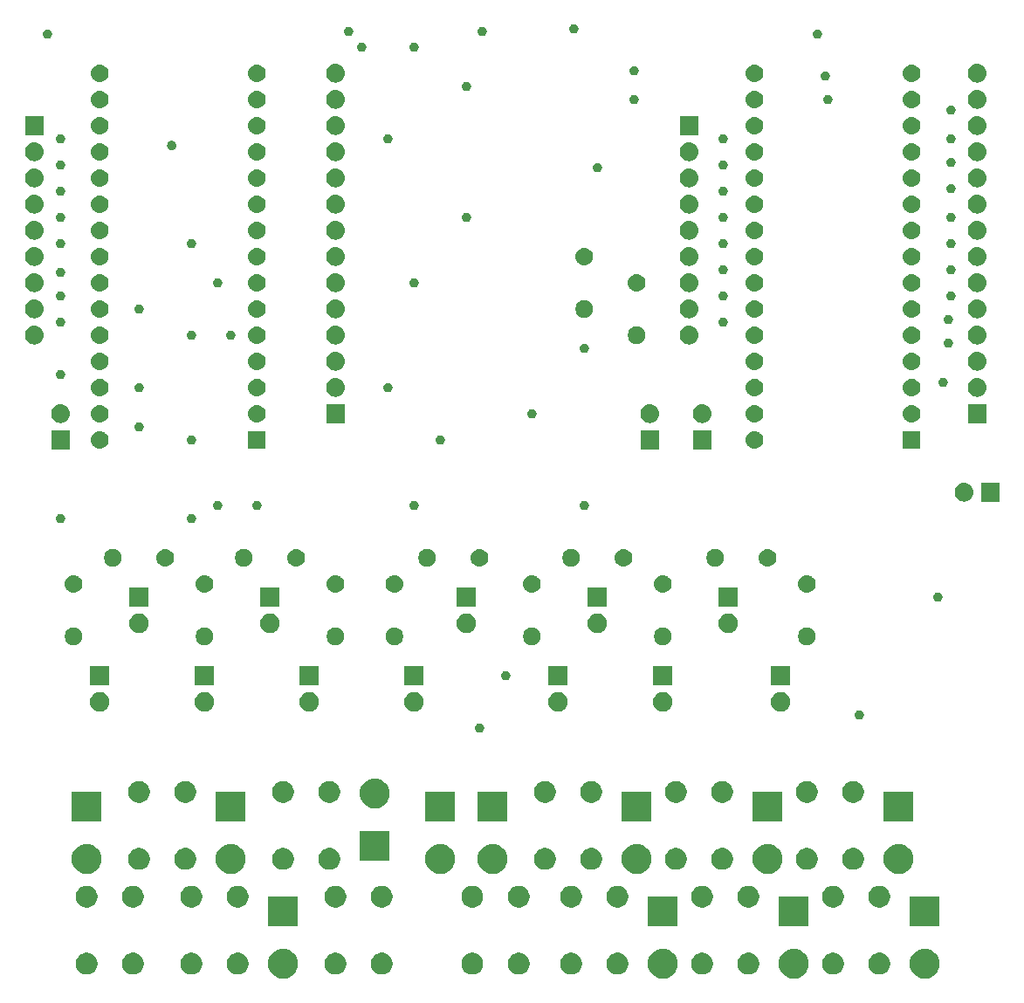
<source format=gbs>
G04 #@! TF.GenerationSoftware,KiCad,Pcbnew,(5.1.4-0)*
G04 #@! TF.CreationDate,2020-06-14T15:43:19+08:00*
G04 #@! TF.ProjectId,2NanoMusic,324e616e-6f4d-4757-9369-632e6b696361,rev?*
G04 #@! TF.SameCoordinates,PX3938700PY8f0d180*
G04 #@! TF.FileFunction,Soldermask,Bot*
G04 #@! TF.FilePolarity,Negative*
%FSLAX46Y46*%
G04 Gerber Fmt 4.6, Leading zero omitted, Abs format (unit mm)*
G04 Created by KiCad (PCBNEW (5.1.4-0)) date 2020-06-14 15:43:19*
%MOMM*%
%LPD*%
G04 APERTURE LIST*
%ADD10C,0.100000*%
G04 APERTURE END LIST*
D10*
G36*
X90347861Y6520503D02*
G01*
X90454446Y6510005D01*
X90727960Y6427035D01*
X90727963Y6427034D01*
X90980028Y6292302D01*
X90980029Y6292301D01*
X90980033Y6292299D01*
X91200976Y6110976D01*
X91382299Y5890033D01*
X91382301Y5890029D01*
X91382302Y5890028D01*
X91517034Y5637963D01*
X91517035Y5637960D01*
X91600005Y5364446D01*
X91628020Y5080000D01*
X91600005Y4795554D01*
X91593295Y4773435D01*
X91517034Y4522037D01*
X91457163Y4410027D01*
X91382299Y4269967D01*
X91200976Y4049024D01*
X90980033Y3867701D01*
X90980029Y3867699D01*
X90980028Y3867698D01*
X90727963Y3732966D01*
X90727960Y3732965D01*
X90454446Y3649995D01*
X90347861Y3639497D01*
X90241278Y3629000D01*
X90098722Y3629000D01*
X89992139Y3639497D01*
X89885554Y3649995D01*
X89612040Y3732965D01*
X89612037Y3732966D01*
X89359972Y3867698D01*
X89359971Y3867699D01*
X89359967Y3867701D01*
X89139024Y4049024D01*
X88957701Y4269967D01*
X88882837Y4410027D01*
X88822966Y4522037D01*
X88746705Y4773435D01*
X88739995Y4795554D01*
X88711980Y5080000D01*
X88739995Y5364446D01*
X88822965Y5637960D01*
X88822966Y5637963D01*
X88957698Y5890028D01*
X88957699Y5890029D01*
X88957701Y5890033D01*
X89139024Y6110976D01*
X89359967Y6292299D01*
X89359971Y6292301D01*
X89359972Y6292302D01*
X89612037Y6427034D01*
X89612040Y6427035D01*
X89885554Y6510005D01*
X89992139Y6520503D01*
X90098722Y6531000D01*
X90241278Y6531000D01*
X90347861Y6520503D01*
X90347861Y6520503D01*
G37*
G36*
X77647861Y6520503D02*
G01*
X77754446Y6510005D01*
X78027960Y6427035D01*
X78027963Y6427034D01*
X78280028Y6292302D01*
X78280029Y6292301D01*
X78280033Y6292299D01*
X78500976Y6110976D01*
X78682299Y5890033D01*
X78682301Y5890029D01*
X78682302Y5890028D01*
X78817034Y5637963D01*
X78817035Y5637960D01*
X78900005Y5364446D01*
X78928020Y5080000D01*
X78900005Y4795554D01*
X78893295Y4773435D01*
X78817034Y4522037D01*
X78757163Y4410027D01*
X78682299Y4269967D01*
X78500976Y4049024D01*
X78280033Y3867701D01*
X78280029Y3867699D01*
X78280028Y3867698D01*
X78027963Y3732966D01*
X78027960Y3732965D01*
X77754446Y3649995D01*
X77647861Y3639497D01*
X77541278Y3629000D01*
X77398722Y3629000D01*
X77292139Y3639497D01*
X77185554Y3649995D01*
X76912040Y3732965D01*
X76912037Y3732966D01*
X76659972Y3867698D01*
X76659971Y3867699D01*
X76659967Y3867701D01*
X76439024Y4049024D01*
X76257701Y4269967D01*
X76182837Y4410027D01*
X76122966Y4522037D01*
X76046705Y4773435D01*
X76039995Y4795554D01*
X76011980Y5080000D01*
X76039995Y5364446D01*
X76122965Y5637960D01*
X76122966Y5637963D01*
X76257698Y5890028D01*
X76257699Y5890029D01*
X76257701Y5890033D01*
X76439024Y6110976D01*
X76659967Y6292299D01*
X76659971Y6292301D01*
X76659972Y6292302D01*
X76912037Y6427034D01*
X76912040Y6427035D01*
X77185554Y6510005D01*
X77292139Y6520503D01*
X77398722Y6531000D01*
X77541278Y6531000D01*
X77647861Y6520503D01*
X77647861Y6520503D01*
G37*
G36*
X64947861Y6520503D02*
G01*
X65054446Y6510005D01*
X65327960Y6427035D01*
X65327963Y6427034D01*
X65580028Y6292302D01*
X65580029Y6292301D01*
X65580033Y6292299D01*
X65800976Y6110976D01*
X65982299Y5890033D01*
X65982301Y5890029D01*
X65982302Y5890028D01*
X66117034Y5637963D01*
X66117035Y5637960D01*
X66200005Y5364446D01*
X66228020Y5080000D01*
X66200005Y4795554D01*
X66193295Y4773435D01*
X66117034Y4522037D01*
X66057163Y4410027D01*
X65982299Y4269967D01*
X65800976Y4049024D01*
X65580033Y3867701D01*
X65580029Y3867699D01*
X65580028Y3867698D01*
X65327963Y3732966D01*
X65327960Y3732965D01*
X65054446Y3649995D01*
X64947861Y3639497D01*
X64841278Y3629000D01*
X64698722Y3629000D01*
X64592139Y3639497D01*
X64485554Y3649995D01*
X64212040Y3732965D01*
X64212037Y3732966D01*
X63959972Y3867698D01*
X63959971Y3867699D01*
X63959967Y3867701D01*
X63739024Y4049024D01*
X63557701Y4269967D01*
X63482837Y4410027D01*
X63422966Y4522037D01*
X63346705Y4773435D01*
X63339995Y4795554D01*
X63311980Y5080000D01*
X63339995Y5364446D01*
X63422965Y5637960D01*
X63422966Y5637963D01*
X63557698Y5890028D01*
X63557699Y5890029D01*
X63557701Y5890033D01*
X63739024Y6110976D01*
X63959967Y6292299D01*
X63959971Y6292301D01*
X63959972Y6292302D01*
X64212037Y6427034D01*
X64212040Y6427035D01*
X64485554Y6510005D01*
X64592139Y6520503D01*
X64698722Y6531000D01*
X64841278Y6531000D01*
X64947861Y6520503D01*
X64947861Y6520503D01*
G37*
G36*
X28117861Y6520503D02*
G01*
X28224446Y6510005D01*
X28497960Y6427035D01*
X28497963Y6427034D01*
X28750028Y6292302D01*
X28750029Y6292301D01*
X28750033Y6292299D01*
X28970976Y6110976D01*
X29152299Y5890033D01*
X29152301Y5890029D01*
X29152302Y5890028D01*
X29287034Y5637963D01*
X29287035Y5637960D01*
X29370005Y5364446D01*
X29398020Y5080000D01*
X29370005Y4795554D01*
X29363295Y4773435D01*
X29287034Y4522037D01*
X29227163Y4410027D01*
X29152299Y4269967D01*
X28970976Y4049024D01*
X28750033Y3867701D01*
X28750029Y3867699D01*
X28750028Y3867698D01*
X28497963Y3732966D01*
X28497960Y3732965D01*
X28224446Y3649995D01*
X28117861Y3639497D01*
X28011278Y3629000D01*
X27868722Y3629000D01*
X27762139Y3639497D01*
X27655554Y3649995D01*
X27382040Y3732965D01*
X27382037Y3732966D01*
X27129972Y3867698D01*
X27129971Y3867699D01*
X27129967Y3867701D01*
X26909024Y4049024D01*
X26727701Y4269967D01*
X26652837Y4410027D01*
X26592966Y4522037D01*
X26516705Y4773435D01*
X26509995Y4795554D01*
X26481980Y5080000D01*
X26509995Y5364446D01*
X26592965Y5637960D01*
X26592966Y5637963D01*
X26727698Y5890028D01*
X26727699Y5890029D01*
X26727701Y5890033D01*
X26909024Y6110976D01*
X27129967Y6292299D01*
X27129971Y6292301D01*
X27129972Y6292302D01*
X27382037Y6427034D01*
X27382040Y6427035D01*
X27655554Y6510005D01*
X27762139Y6520503D01*
X27868722Y6531000D01*
X28011278Y6531000D01*
X28117861Y6520503D01*
X28117861Y6520503D01*
G37*
G36*
X60686564Y6090611D02*
G01*
X60877833Y6011385D01*
X60877835Y6011384D01*
X61049973Y5896365D01*
X61196365Y5749973D01*
X61311385Y5577833D01*
X61390611Y5386564D01*
X61431000Y5183516D01*
X61431000Y4976484D01*
X61390611Y4773436D01*
X61311385Y4582167D01*
X61311384Y4582165D01*
X61196365Y4410027D01*
X61049973Y4263635D01*
X60877835Y4148616D01*
X60877834Y4148615D01*
X60877833Y4148615D01*
X60686564Y4069389D01*
X60483516Y4029000D01*
X60276484Y4029000D01*
X60073436Y4069389D01*
X59882167Y4148615D01*
X59882166Y4148615D01*
X59882165Y4148616D01*
X59710027Y4263635D01*
X59563635Y4410027D01*
X59448616Y4582165D01*
X59448615Y4582167D01*
X59369389Y4773436D01*
X59329000Y4976484D01*
X59329000Y5183516D01*
X59369389Y5386564D01*
X59448615Y5577833D01*
X59563635Y5749973D01*
X59710027Y5896365D01*
X59882165Y6011384D01*
X59882167Y6011385D01*
X60073436Y6090611D01*
X60276484Y6131000D01*
X60483516Y6131000D01*
X60686564Y6090611D01*
X60686564Y6090611D01*
G37*
G36*
X56186564Y6090611D02*
G01*
X56377833Y6011385D01*
X56377835Y6011384D01*
X56549973Y5896365D01*
X56696365Y5749973D01*
X56811385Y5577833D01*
X56890611Y5386564D01*
X56931000Y5183516D01*
X56931000Y4976484D01*
X56890611Y4773436D01*
X56811385Y4582167D01*
X56811384Y4582165D01*
X56696365Y4410027D01*
X56549973Y4263635D01*
X56377835Y4148616D01*
X56377834Y4148615D01*
X56377833Y4148615D01*
X56186564Y4069389D01*
X55983516Y4029000D01*
X55776484Y4029000D01*
X55573436Y4069389D01*
X55382167Y4148615D01*
X55382166Y4148615D01*
X55382165Y4148616D01*
X55210027Y4263635D01*
X55063635Y4410027D01*
X54948616Y4582165D01*
X54948615Y4582167D01*
X54869389Y4773436D01*
X54829000Y4976484D01*
X54829000Y5183516D01*
X54869389Y5386564D01*
X54948615Y5577833D01*
X55063635Y5749973D01*
X55210027Y5896365D01*
X55382165Y6011384D01*
X55382167Y6011385D01*
X55573436Y6090611D01*
X55776484Y6131000D01*
X55983516Y6131000D01*
X56186564Y6090611D01*
X56186564Y6090611D01*
G37*
G36*
X51106564Y6090611D02*
G01*
X51297833Y6011385D01*
X51297835Y6011384D01*
X51469973Y5896365D01*
X51616365Y5749973D01*
X51731385Y5577833D01*
X51810611Y5386564D01*
X51851000Y5183516D01*
X51851000Y4976484D01*
X51810611Y4773436D01*
X51731385Y4582167D01*
X51731384Y4582165D01*
X51616365Y4410027D01*
X51469973Y4263635D01*
X51297835Y4148616D01*
X51297834Y4148615D01*
X51297833Y4148615D01*
X51106564Y4069389D01*
X50903516Y4029000D01*
X50696484Y4029000D01*
X50493436Y4069389D01*
X50302167Y4148615D01*
X50302166Y4148615D01*
X50302165Y4148616D01*
X50130027Y4263635D01*
X49983635Y4410027D01*
X49868616Y4582165D01*
X49868615Y4582167D01*
X49789389Y4773436D01*
X49749000Y4976484D01*
X49749000Y5183516D01*
X49789389Y5386564D01*
X49868615Y5577833D01*
X49983635Y5749973D01*
X50130027Y5896365D01*
X50302165Y6011384D01*
X50302167Y6011385D01*
X50493436Y6090611D01*
X50696484Y6131000D01*
X50903516Y6131000D01*
X51106564Y6090611D01*
X51106564Y6090611D01*
G37*
G36*
X46606564Y6090611D02*
G01*
X46797833Y6011385D01*
X46797835Y6011384D01*
X46969973Y5896365D01*
X47116365Y5749973D01*
X47231385Y5577833D01*
X47310611Y5386564D01*
X47351000Y5183516D01*
X47351000Y4976484D01*
X47310611Y4773436D01*
X47231385Y4582167D01*
X47231384Y4582165D01*
X47116365Y4410027D01*
X46969973Y4263635D01*
X46797835Y4148616D01*
X46797834Y4148615D01*
X46797833Y4148615D01*
X46606564Y4069389D01*
X46403516Y4029000D01*
X46196484Y4029000D01*
X45993436Y4069389D01*
X45802167Y4148615D01*
X45802166Y4148615D01*
X45802165Y4148616D01*
X45630027Y4263635D01*
X45483635Y4410027D01*
X45368616Y4582165D01*
X45368615Y4582167D01*
X45289389Y4773436D01*
X45249000Y4976484D01*
X45249000Y5183516D01*
X45289389Y5386564D01*
X45368615Y5577833D01*
X45483635Y5749973D01*
X45630027Y5896365D01*
X45802165Y6011384D01*
X45802167Y6011385D01*
X45993436Y6090611D01*
X46196484Y6131000D01*
X46403516Y6131000D01*
X46606564Y6090611D01*
X46606564Y6090611D01*
G37*
G36*
X37826564Y6090611D02*
G01*
X38017833Y6011385D01*
X38017835Y6011384D01*
X38189973Y5896365D01*
X38336365Y5749973D01*
X38451385Y5577833D01*
X38530611Y5386564D01*
X38571000Y5183516D01*
X38571000Y4976484D01*
X38530611Y4773436D01*
X38451385Y4582167D01*
X38451384Y4582165D01*
X38336365Y4410027D01*
X38189973Y4263635D01*
X38017835Y4148616D01*
X38017834Y4148615D01*
X38017833Y4148615D01*
X37826564Y4069389D01*
X37623516Y4029000D01*
X37416484Y4029000D01*
X37213436Y4069389D01*
X37022167Y4148615D01*
X37022166Y4148615D01*
X37022165Y4148616D01*
X36850027Y4263635D01*
X36703635Y4410027D01*
X36588616Y4582165D01*
X36588615Y4582167D01*
X36509389Y4773436D01*
X36469000Y4976484D01*
X36469000Y5183516D01*
X36509389Y5386564D01*
X36588615Y5577833D01*
X36703635Y5749973D01*
X36850027Y5896365D01*
X37022165Y6011384D01*
X37022167Y6011385D01*
X37213436Y6090611D01*
X37416484Y6131000D01*
X37623516Y6131000D01*
X37826564Y6090611D01*
X37826564Y6090611D01*
G37*
G36*
X33326564Y6090611D02*
G01*
X33517833Y6011385D01*
X33517835Y6011384D01*
X33689973Y5896365D01*
X33836365Y5749973D01*
X33951385Y5577833D01*
X34030611Y5386564D01*
X34071000Y5183516D01*
X34071000Y4976484D01*
X34030611Y4773436D01*
X33951385Y4582167D01*
X33951384Y4582165D01*
X33836365Y4410027D01*
X33689973Y4263635D01*
X33517835Y4148616D01*
X33517834Y4148615D01*
X33517833Y4148615D01*
X33326564Y4069389D01*
X33123516Y4029000D01*
X32916484Y4029000D01*
X32713436Y4069389D01*
X32522167Y4148615D01*
X32522166Y4148615D01*
X32522165Y4148616D01*
X32350027Y4263635D01*
X32203635Y4410027D01*
X32088616Y4582165D01*
X32088615Y4582167D01*
X32009389Y4773436D01*
X31969000Y4976484D01*
X31969000Y5183516D01*
X32009389Y5386564D01*
X32088615Y5577833D01*
X32203635Y5749973D01*
X32350027Y5896365D01*
X32522165Y6011384D01*
X32522167Y6011385D01*
X32713436Y6090611D01*
X32916484Y6131000D01*
X33123516Y6131000D01*
X33326564Y6090611D01*
X33326564Y6090611D01*
G37*
G36*
X23856564Y6090611D02*
G01*
X24047833Y6011385D01*
X24047835Y6011384D01*
X24219973Y5896365D01*
X24366365Y5749973D01*
X24481385Y5577833D01*
X24560611Y5386564D01*
X24601000Y5183516D01*
X24601000Y4976484D01*
X24560611Y4773436D01*
X24481385Y4582167D01*
X24481384Y4582165D01*
X24366365Y4410027D01*
X24219973Y4263635D01*
X24047835Y4148616D01*
X24047834Y4148615D01*
X24047833Y4148615D01*
X23856564Y4069389D01*
X23653516Y4029000D01*
X23446484Y4029000D01*
X23243436Y4069389D01*
X23052167Y4148615D01*
X23052166Y4148615D01*
X23052165Y4148616D01*
X22880027Y4263635D01*
X22733635Y4410027D01*
X22618616Y4582165D01*
X22618615Y4582167D01*
X22539389Y4773436D01*
X22499000Y4976484D01*
X22499000Y5183516D01*
X22539389Y5386564D01*
X22618615Y5577833D01*
X22733635Y5749973D01*
X22880027Y5896365D01*
X23052165Y6011384D01*
X23052167Y6011385D01*
X23243436Y6090611D01*
X23446484Y6131000D01*
X23653516Y6131000D01*
X23856564Y6090611D01*
X23856564Y6090611D01*
G37*
G36*
X19356564Y6090611D02*
G01*
X19547833Y6011385D01*
X19547835Y6011384D01*
X19719973Y5896365D01*
X19866365Y5749973D01*
X19981385Y5577833D01*
X20060611Y5386564D01*
X20101000Y5183516D01*
X20101000Y4976484D01*
X20060611Y4773436D01*
X19981385Y4582167D01*
X19981384Y4582165D01*
X19866365Y4410027D01*
X19719973Y4263635D01*
X19547835Y4148616D01*
X19547834Y4148615D01*
X19547833Y4148615D01*
X19356564Y4069389D01*
X19153516Y4029000D01*
X18946484Y4029000D01*
X18743436Y4069389D01*
X18552167Y4148615D01*
X18552166Y4148615D01*
X18552165Y4148616D01*
X18380027Y4263635D01*
X18233635Y4410027D01*
X18118616Y4582165D01*
X18118615Y4582167D01*
X18039389Y4773436D01*
X17999000Y4976484D01*
X17999000Y5183516D01*
X18039389Y5386564D01*
X18118615Y5577833D01*
X18233635Y5749973D01*
X18380027Y5896365D01*
X18552165Y6011384D01*
X18552167Y6011385D01*
X18743436Y6090611D01*
X18946484Y6131000D01*
X19153516Y6131000D01*
X19356564Y6090611D01*
X19356564Y6090611D01*
G37*
G36*
X13696564Y6090611D02*
G01*
X13887833Y6011385D01*
X13887835Y6011384D01*
X14059973Y5896365D01*
X14206365Y5749973D01*
X14321385Y5577833D01*
X14400611Y5386564D01*
X14441000Y5183516D01*
X14441000Y4976484D01*
X14400611Y4773436D01*
X14321385Y4582167D01*
X14321384Y4582165D01*
X14206365Y4410027D01*
X14059973Y4263635D01*
X13887835Y4148616D01*
X13887834Y4148615D01*
X13887833Y4148615D01*
X13696564Y4069389D01*
X13493516Y4029000D01*
X13286484Y4029000D01*
X13083436Y4069389D01*
X12892167Y4148615D01*
X12892166Y4148615D01*
X12892165Y4148616D01*
X12720027Y4263635D01*
X12573635Y4410027D01*
X12458616Y4582165D01*
X12458615Y4582167D01*
X12379389Y4773436D01*
X12339000Y4976484D01*
X12339000Y5183516D01*
X12379389Y5386564D01*
X12458615Y5577833D01*
X12573635Y5749973D01*
X12720027Y5896365D01*
X12892165Y6011384D01*
X12892167Y6011385D01*
X13083436Y6090611D01*
X13286484Y6131000D01*
X13493516Y6131000D01*
X13696564Y6090611D01*
X13696564Y6090611D01*
G37*
G36*
X9196564Y6090611D02*
G01*
X9387833Y6011385D01*
X9387835Y6011384D01*
X9559973Y5896365D01*
X9706365Y5749973D01*
X9821385Y5577833D01*
X9900611Y5386564D01*
X9941000Y5183516D01*
X9941000Y4976484D01*
X9900611Y4773436D01*
X9821385Y4582167D01*
X9821384Y4582165D01*
X9706365Y4410027D01*
X9559973Y4263635D01*
X9387835Y4148616D01*
X9387834Y4148615D01*
X9387833Y4148615D01*
X9196564Y4069389D01*
X8993516Y4029000D01*
X8786484Y4029000D01*
X8583436Y4069389D01*
X8392167Y4148615D01*
X8392166Y4148615D01*
X8392165Y4148616D01*
X8220027Y4263635D01*
X8073635Y4410027D01*
X7958616Y4582165D01*
X7958615Y4582167D01*
X7879389Y4773436D01*
X7839000Y4976484D01*
X7839000Y5183516D01*
X7879389Y5386564D01*
X7958615Y5577833D01*
X8073635Y5749973D01*
X8220027Y5896365D01*
X8392165Y6011384D01*
X8392167Y6011385D01*
X8583436Y6090611D01*
X8786484Y6131000D01*
X8993516Y6131000D01*
X9196564Y6090611D01*
X9196564Y6090611D01*
G37*
G36*
X81586564Y6090611D02*
G01*
X81777833Y6011385D01*
X81777835Y6011384D01*
X81949973Y5896365D01*
X82096365Y5749973D01*
X82211385Y5577833D01*
X82290611Y5386564D01*
X82331000Y5183516D01*
X82331000Y4976484D01*
X82290611Y4773436D01*
X82211385Y4582167D01*
X82211384Y4582165D01*
X82096365Y4410027D01*
X81949973Y4263635D01*
X81777835Y4148616D01*
X81777834Y4148615D01*
X81777833Y4148615D01*
X81586564Y4069389D01*
X81383516Y4029000D01*
X81176484Y4029000D01*
X80973436Y4069389D01*
X80782167Y4148615D01*
X80782166Y4148615D01*
X80782165Y4148616D01*
X80610027Y4263635D01*
X80463635Y4410027D01*
X80348616Y4582165D01*
X80348615Y4582167D01*
X80269389Y4773436D01*
X80229000Y4976484D01*
X80229000Y5183516D01*
X80269389Y5386564D01*
X80348615Y5577833D01*
X80463635Y5749973D01*
X80610027Y5896365D01*
X80782165Y6011384D01*
X80782167Y6011385D01*
X80973436Y6090611D01*
X81176484Y6131000D01*
X81383516Y6131000D01*
X81586564Y6090611D01*
X81586564Y6090611D01*
G37*
G36*
X73386564Y6090611D02*
G01*
X73577833Y6011385D01*
X73577835Y6011384D01*
X73749973Y5896365D01*
X73896365Y5749973D01*
X74011385Y5577833D01*
X74090611Y5386564D01*
X74131000Y5183516D01*
X74131000Y4976484D01*
X74090611Y4773436D01*
X74011385Y4582167D01*
X74011384Y4582165D01*
X73896365Y4410027D01*
X73749973Y4263635D01*
X73577835Y4148616D01*
X73577834Y4148615D01*
X73577833Y4148615D01*
X73386564Y4069389D01*
X73183516Y4029000D01*
X72976484Y4029000D01*
X72773436Y4069389D01*
X72582167Y4148615D01*
X72582166Y4148615D01*
X72582165Y4148616D01*
X72410027Y4263635D01*
X72263635Y4410027D01*
X72148616Y4582165D01*
X72148615Y4582167D01*
X72069389Y4773436D01*
X72029000Y4976484D01*
X72029000Y5183516D01*
X72069389Y5386564D01*
X72148615Y5577833D01*
X72263635Y5749973D01*
X72410027Y5896365D01*
X72582165Y6011384D01*
X72582167Y6011385D01*
X72773436Y6090611D01*
X72976484Y6131000D01*
X73183516Y6131000D01*
X73386564Y6090611D01*
X73386564Y6090611D01*
G37*
G36*
X68886564Y6090611D02*
G01*
X69077833Y6011385D01*
X69077835Y6011384D01*
X69249973Y5896365D01*
X69396365Y5749973D01*
X69511385Y5577833D01*
X69590611Y5386564D01*
X69631000Y5183516D01*
X69631000Y4976484D01*
X69590611Y4773436D01*
X69511385Y4582167D01*
X69511384Y4582165D01*
X69396365Y4410027D01*
X69249973Y4263635D01*
X69077835Y4148616D01*
X69077834Y4148615D01*
X69077833Y4148615D01*
X68886564Y4069389D01*
X68683516Y4029000D01*
X68476484Y4029000D01*
X68273436Y4069389D01*
X68082167Y4148615D01*
X68082166Y4148615D01*
X68082165Y4148616D01*
X67910027Y4263635D01*
X67763635Y4410027D01*
X67648616Y4582165D01*
X67648615Y4582167D01*
X67569389Y4773436D01*
X67529000Y4976484D01*
X67529000Y5183516D01*
X67569389Y5386564D01*
X67648615Y5577833D01*
X67763635Y5749973D01*
X67910027Y5896365D01*
X68082165Y6011384D01*
X68082167Y6011385D01*
X68273436Y6090611D01*
X68476484Y6131000D01*
X68683516Y6131000D01*
X68886564Y6090611D01*
X68886564Y6090611D01*
G37*
G36*
X86086564Y6090611D02*
G01*
X86277833Y6011385D01*
X86277835Y6011384D01*
X86449973Y5896365D01*
X86596365Y5749973D01*
X86711385Y5577833D01*
X86790611Y5386564D01*
X86831000Y5183516D01*
X86831000Y4976484D01*
X86790611Y4773436D01*
X86711385Y4582167D01*
X86711384Y4582165D01*
X86596365Y4410027D01*
X86449973Y4263635D01*
X86277835Y4148616D01*
X86277834Y4148615D01*
X86277833Y4148615D01*
X86086564Y4069389D01*
X85883516Y4029000D01*
X85676484Y4029000D01*
X85473436Y4069389D01*
X85282167Y4148615D01*
X85282166Y4148615D01*
X85282165Y4148616D01*
X85110027Y4263635D01*
X84963635Y4410027D01*
X84848616Y4582165D01*
X84848615Y4582167D01*
X84769389Y4773436D01*
X84729000Y4976484D01*
X84729000Y5183516D01*
X84769389Y5386564D01*
X84848615Y5577833D01*
X84963635Y5749973D01*
X85110027Y5896365D01*
X85282165Y6011384D01*
X85282167Y6011385D01*
X85473436Y6090611D01*
X85676484Y6131000D01*
X85883516Y6131000D01*
X86086564Y6090611D01*
X86086564Y6090611D01*
G37*
G36*
X78921000Y8709000D02*
G01*
X76019000Y8709000D01*
X76019000Y11611000D01*
X78921000Y11611000D01*
X78921000Y8709000D01*
X78921000Y8709000D01*
G37*
G36*
X29391000Y8709000D02*
G01*
X26489000Y8709000D01*
X26489000Y11611000D01*
X29391000Y11611000D01*
X29391000Y8709000D01*
X29391000Y8709000D01*
G37*
G36*
X66221000Y8709000D02*
G01*
X63319000Y8709000D01*
X63319000Y11611000D01*
X66221000Y11611000D01*
X66221000Y8709000D01*
X66221000Y8709000D01*
G37*
G36*
X91621000Y8709000D02*
G01*
X88719000Y8709000D01*
X88719000Y11611000D01*
X91621000Y11611000D01*
X91621000Y8709000D01*
X91621000Y8709000D01*
G37*
G36*
X37826564Y12590611D02*
G01*
X38017833Y12511385D01*
X38017835Y12511384D01*
X38189973Y12396365D01*
X38336365Y12249973D01*
X38451385Y12077833D01*
X38530611Y11886564D01*
X38571000Y11683516D01*
X38571000Y11476484D01*
X38530611Y11273436D01*
X38451385Y11082167D01*
X38451384Y11082165D01*
X38336365Y10910027D01*
X38189973Y10763635D01*
X38017835Y10648616D01*
X38017834Y10648615D01*
X38017833Y10648615D01*
X37826564Y10569389D01*
X37623516Y10529000D01*
X37416484Y10529000D01*
X37213436Y10569389D01*
X37022167Y10648615D01*
X37022166Y10648615D01*
X37022165Y10648616D01*
X36850027Y10763635D01*
X36703635Y10910027D01*
X36588616Y11082165D01*
X36588615Y11082167D01*
X36509389Y11273436D01*
X36469000Y11476484D01*
X36469000Y11683516D01*
X36509389Y11886564D01*
X36588615Y12077833D01*
X36703635Y12249973D01*
X36850027Y12396365D01*
X37022165Y12511384D01*
X37022167Y12511385D01*
X37213436Y12590611D01*
X37416484Y12631000D01*
X37623516Y12631000D01*
X37826564Y12590611D01*
X37826564Y12590611D01*
G37*
G36*
X46606564Y12590611D02*
G01*
X46797833Y12511385D01*
X46797835Y12511384D01*
X46969973Y12396365D01*
X47116365Y12249973D01*
X47231385Y12077833D01*
X47310611Y11886564D01*
X47351000Y11683516D01*
X47351000Y11476484D01*
X47310611Y11273436D01*
X47231385Y11082167D01*
X47231384Y11082165D01*
X47116365Y10910027D01*
X46969973Y10763635D01*
X46797835Y10648616D01*
X46797834Y10648615D01*
X46797833Y10648615D01*
X46606564Y10569389D01*
X46403516Y10529000D01*
X46196484Y10529000D01*
X45993436Y10569389D01*
X45802167Y10648615D01*
X45802166Y10648615D01*
X45802165Y10648616D01*
X45630027Y10763635D01*
X45483635Y10910027D01*
X45368616Y11082165D01*
X45368615Y11082167D01*
X45289389Y11273436D01*
X45249000Y11476484D01*
X45249000Y11683516D01*
X45289389Y11886564D01*
X45368615Y12077833D01*
X45483635Y12249973D01*
X45630027Y12396365D01*
X45802165Y12511384D01*
X45802167Y12511385D01*
X45993436Y12590611D01*
X46196484Y12631000D01*
X46403516Y12631000D01*
X46606564Y12590611D01*
X46606564Y12590611D01*
G37*
G36*
X13696564Y12590611D02*
G01*
X13887833Y12511385D01*
X13887835Y12511384D01*
X14059973Y12396365D01*
X14206365Y12249973D01*
X14321385Y12077833D01*
X14400611Y11886564D01*
X14441000Y11683516D01*
X14441000Y11476484D01*
X14400611Y11273436D01*
X14321385Y11082167D01*
X14321384Y11082165D01*
X14206365Y10910027D01*
X14059973Y10763635D01*
X13887835Y10648616D01*
X13887834Y10648615D01*
X13887833Y10648615D01*
X13696564Y10569389D01*
X13493516Y10529000D01*
X13286484Y10529000D01*
X13083436Y10569389D01*
X12892167Y10648615D01*
X12892166Y10648615D01*
X12892165Y10648616D01*
X12720027Y10763635D01*
X12573635Y10910027D01*
X12458616Y11082165D01*
X12458615Y11082167D01*
X12379389Y11273436D01*
X12339000Y11476484D01*
X12339000Y11683516D01*
X12379389Y11886564D01*
X12458615Y12077833D01*
X12573635Y12249973D01*
X12720027Y12396365D01*
X12892165Y12511384D01*
X12892167Y12511385D01*
X13083436Y12590611D01*
X13286484Y12631000D01*
X13493516Y12631000D01*
X13696564Y12590611D01*
X13696564Y12590611D01*
G37*
G36*
X9196564Y12590611D02*
G01*
X9387833Y12511385D01*
X9387835Y12511384D01*
X9559973Y12396365D01*
X9706365Y12249973D01*
X9821385Y12077833D01*
X9900611Y11886564D01*
X9941000Y11683516D01*
X9941000Y11476484D01*
X9900611Y11273436D01*
X9821385Y11082167D01*
X9821384Y11082165D01*
X9706365Y10910027D01*
X9559973Y10763635D01*
X9387835Y10648616D01*
X9387834Y10648615D01*
X9387833Y10648615D01*
X9196564Y10569389D01*
X8993516Y10529000D01*
X8786484Y10529000D01*
X8583436Y10569389D01*
X8392167Y10648615D01*
X8392166Y10648615D01*
X8392165Y10648616D01*
X8220027Y10763635D01*
X8073635Y10910027D01*
X7958616Y11082165D01*
X7958615Y11082167D01*
X7879389Y11273436D01*
X7839000Y11476484D01*
X7839000Y11683516D01*
X7879389Y11886564D01*
X7958615Y12077833D01*
X8073635Y12249973D01*
X8220027Y12396365D01*
X8392165Y12511384D01*
X8392167Y12511385D01*
X8583436Y12590611D01*
X8786484Y12631000D01*
X8993516Y12631000D01*
X9196564Y12590611D01*
X9196564Y12590611D01*
G37*
G36*
X51106564Y12590611D02*
G01*
X51297833Y12511385D01*
X51297835Y12511384D01*
X51469973Y12396365D01*
X51616365Y12249973D01*
X51731385Y12077833D01*
X51810611Y11886564D01*
X51851000Y11683516D01*
X51851000Y11476484D01*
X51810611Y11273436D01*
X51731385Y11082167D01*
X51731384Y11082165D01*
X51616365Y10910027D01*
X51469973Y10763635D01*
X51297835Y10648616D01*
X51297834Y10648615D01*
X51297833Y10648615D01*
X51106564Y10569389D01*
X50903516Y10529000D01*
X50696484Y10529000D01*
X50493436Y10569389D01*
X50302167Y10648615D01*
X50302166Y10648615D01*
X50302165Y10648616D01*
X50130027Y10763635D01*
X49983635Y10910027D01*
X49868616Y11082165D01*
X49868615Y11082167D01*
X49789389Y11273436D01*
X49749000Y11476484D01*
X49749000Y11683516D01*
X49789389Y11886564D01*
X49868615Y12077833D01*
X49983635Y12249973D01*
X50130027Y12396365D01*
X50302165Y12511384D01*
X50302167Y12511385D01*
X50493436Y12590611D01*
X50696484Y12631000D01*
X50903516Y12631000D01*
X51106564Y12590611D01*
X51106564Y12590611D01*
G37*
G36*
X56186564Y12590611D02*
G01*
X56377833Y12511385D01*
X56377835Y12511384D01*
X56549973Y12396365D01*
X56696365Y12249973D01*
X56811385Y12077833D01*
X56890611Y11886564D01*
X56931000Y11683516D01*
X56931000Y11476484D01*
X56890611Y11273436D01*
X56811385Y11082167D01*
X56811384Y11082165D01*
X56696365Y10910027D01*
X56549973Y10763635D01*
X56377835Y10648616D01*
X56377834Y10648615D01*
X56377833Y10648615D01*
X56186564Y10569389D01*
X55983516Y10529000D01*
X55776484Y10529000D01*
X55573436Y10569389D01*
X55382167Y10648615D01*
X55382166Y10648615D01*
X55382165Y10648616D01*
X55210027Y10763635D01*
X55063635Y10910027D01*
X54948616Y11082165D01*
X54948615Y11082167D01*
X54869389Y11273436D01*
X54829000Y11476484D01*
X54829000Y11683516D01*
X54869389Y11886564D01*
X54948615Y12077833D01*
X55063635Y12249973D01*
X55210027Y12396365D01*
X55382165Y12511384D01*
X55382167Y12511385D01*
X55573436Y12590611D01*
X55776484Y12631000D01*
X55983516Y12631000D01*
X56186564Y12590611D01*
X56186564Y12590611D01*
G37*
G36*
X23856564Y12590611D02*
G01*
X24047833Y12511385D01*
X24047835Y12511384D01*
X24219973Y12396365D01*
X24366365Y12249973D01*
X24481385Y12077833D01*
X24560611Y11886564D01*
X24601000Y11683516D01*
X24601000Y11476484D01*
X24560611Y11273436D01*
X24481385Y11082167D01*
X24481384Y11082165D01*
X24366365Y10910027D01*
X24219973Y10763635D01*
X24047835Y10648616D01*
X24047834Y10648615D01*
X24047833Y10648615D01*
X23856564Y10569389D01*
X23653516Y10529000D01*
X23446484Y10529000D01*
X23243436Y10569389D01*
X23052167Y10648615D01*
X23052166Y10648615D01*
X23052165Y10648616D01*
X22880027Y10763635D01*
X22733635Y10910027D01*
X22618616Y11082165D01*
X22618615Y11082167D01*
X22539389Y11273436D01*
X22499000Y11476484D01*
X22499000Y11683516D01*
X22539389Y11886564D01*
X22618615Y12077833D01*
X22733635Y12249973D01*
X22880027Y12396365D01*
X23052165Y12511384D01*
X23052167Y12511385D01*
X23243436Y12590611D01*
X23446484Y12631000D01*
X23653516Y12631000D01*
X23856564Y12590611D01*
X23856564Y12590611D01*
G37*
G36*
X19356564Y12590611D02*
G01*
X19547833Y12511385D01*
X19547835Y12511384D01*
X19719973Y12396365D01*
X19866365Y12249973D01*
X19981385Y12077833D01*
X20060611Y11886564D01*
X20101000Y11683516D01*
X20101000Y11476484D01*
X20060611Y11273436D01*
X19981385Y11082167D01*
X19981384Y11082165D01*
X19866365Y10910027D01*
X19719973Y10763635D01*
X19547835Y10648616D01*
X19547834Y10648615D01*
X19547833Y10648615D01*
X19356564Y10569389D01*
X19153516Y10529000D01*
X18946484Y10529000D01*
X18743436Y10569389D01*
X18552167Y10648615D01*
X18552166Y10648615D01*
X18552165Y10648616D01*
X18380027Y10763635D01*
X18233635Y10910027D01*
X18118616Y11082165D01*
X18118615Y11082167D01*
X18039389Y11273436D01*
X17999000Y11476484D01*
X17999000Y11683516D01*
X18039389Y11886564D01*
X18118615Y12077833D01*
X18233635Y12249973D01*
X18380027Y12396365D01*
X18552165Y12511384D01*
X18552167Y12511385D01*
X18743436Y12590611D01*
X18946484Y12631000D01*
X19153516Y12631000D01*
X19356564Y12590611D01*
X19356564Y12590611D01*
G37*
G36*
X60686564Y12590611D02*
G01*
X60877833Y12511385D01*
X60877835Y12511384D01*
X61049973Y12396365D01*
X61196365Y12249973D01*
X61311385Y12077833D01*
X61390611Y11886564D01*
X61431000Y11683516D01*
X61431000Y11476484D01*
X61390611Y11273436D01*
X61311385Y11082167D01*
X61311384Y11082165D01*
X61196365Y10910027D01*
X61049973Y10763635D01*
X60877835Y10648616D01*
X60877834Y10648615D01*
X60877833Y10648615D01*
X60686564Y10569389D01*
X60483516Y10529000D01*
X60276484Y10529000D01*
X60073436Y10569389D01*
X59882167Y10648615D01*
X59882166Y10648615D01*
X59882165Y10648616D01*
X59710027Y10763635D01*
X59563635Y10910027D01*
X59448616Y11082165D01*
X59448615Y11082167D01*
X59369389Y11273436D01*
X59329000Y11476484D01*
X59329000Y11683516D01*
X59369389Y11886564D01*
X59448615Y12077833D01*
X59563635Y12249973D01*
X59710027Y12396365D01*
X59882165Y12511384D01*
X59882167Y12511385D01*
X60073436Y12590611D01*
X60276484Y12631000D01*
X60483516Y12631000D01*
X60686564Y12590611D01*
X60686564Y12590611D01*
G37*
G36*
X68886564Y12590611D02*
G01*
X69077833Y12511385D01*
X69077835Y12511384D01*
X69249973Y12396365D01*
X69396365Y12249973D01*
X69511385Y12077833D01*
X69590611Y11886564D01*
X69631000Y11683516D01*
X69631000Y11476484D01*
X69590611Y11273436D01*
X69511385Y11082167D01*
X69511384Y11082165D01*
X69396365Y10910027D01*
X69249973Y10763635D01*
X69077835Y10648616D01*
X69077834Y10648615D01*
X69077833Y10648615D01*
X68886564Y10569389D01*
X68683516Y10529000D01*
X68476484Y10529000D01*
X68273436Y10569389D01*
X68082167Y10648615D01*
X68082166Y10648615D01*
X68082165Y10648616D01*
X67910027Y10763635D01*
X67763635Y10910027D01*
X67648616Y11082165D01*
X67648615Y11082167D01*
X67569389Y11273436D01*
X67529000Y11476484D01*
X67529000Y11683516D01*
X67569389Y11886564D01*
X67648615Y12077833D01*
X67763635Y12249973D01*
X67910027Y12396365D01*
X68082165Y12511384D01*
X68082167Y12511385D01*
X68273436Y12590611D01*
X68476484Y12631000D01*
X68683516Y12631000D01*
X68886564Y12590611D01*
X68886564Y12590611D01*
G37*
G36*
X33326564Y12590611D02*
G01*
X33517833Y12511385D01*
X33517835Y12511384D01*
X33689973Y12396365D01*
X33836365Y12249973D01*
X33951385Y12077833D01*
X34030611Y11886564D01*
X34071000Y11683516D01*
X34071000Y11476484D01*
X34030611Y11273436D01*
X33951385Y11082167D01*
X33951384Y11082165D01*
X33836365Y10910027D01*
X33689973Y10763635D01*
X33517835Y10648616D01*
X33517834Y10648615D01*
X33517833Y10648615D01*
X33326564Y10569389D01*
X33123516Y10529000D01*
X32916484Y10529000D01*
X32713436Y10569389D01*
X32522167Y10648615D01*
X32522166Y10648615D01*
X32522165Y10648616D01*
X32350027Y10763635D01*
X32203635Y10910027D01*
X32088616Y11082165D01*
X32088615Y11082167D01*
X32009389Y11273436D01*
X31969000Y11476484D01*
X31969000Y11683516D01*
X32009389Y11886564D01*
X32088615Y12077833D01*
X32203635Y12249973D01*
X32350027Y12396365D01*
X32522165Y12511384D01*
X32522167Y12511385D01*
X32713436Y12590611D01*
X32916484Y12631000D01*
X33123516Y12631000D01*
X33326564Y12590611D01*
X33326564Y12590611D01*
G37*
G36*
X73386564Y12590611D02*
G01*
X73577833Y12511385D01*
X73577835Y12511384D01*
X73749973Y12396365D01*
X73896365Y12249973D01*
X74011385Y12077833D01*
X74090611Y11886564D01*
X74131000Y11683516D01*
X74131000Y11476484D01*
X74090611Y11273436D01*
X74011385Y11082167D01*
X74011384Y11082165D01*
X73896365Y10910027D01*
X73749973Y10763635D01*
X73577835Y10648616D01*
X73577834Y10648615D01*
X73577833Y10648615D01*
X73386564Y10569389D01*
X73183516Y10529000D01*
X72976484Y10529000D01*
X72773436Y10569389D01*
X72582167Y10648615D01*
X72582166Y10648615D01*
X72582165Y10648616D01*
X72410027Y10763635D01*
X72263635Y10910027D01*
X72148616Y11082165D01*
X72148615Y11082167D01*
X72069389Y11273436D01*
X72029000Y11476484D01*
X72029000Y11683516D01*
X72069389Y11886564D01*
X72148615Y12077833D01*
X72263635Y12249973D01*
X72410027Y12396365D01*
X72582165Y12511384D01*
X72582167Y12511385D01*
X72773436Y12590611D01*
X72976484Y12631000D01*
X73183516Y12631000D01*
X73386564Y12590611D01*
X73386564Y12590611D01*
G37*
G36*
X81586564Y12590611D02*
G01*
X81777833Y12511385D01*
X81777835Y12511384D01*
X81949973Y12396365D01*
X82096365Y12249973D01*
X82211385Y12077833D01*
X82290611Y11886564D01*
X82331000Y11683516D01*
X82331000Y11476484D01*
X82290611Y11273436D01*
X82211385Y11082167D01*
X82211384Y11082165D01*
X82096365Y10910027D01*
X81949973Y10763635D01*
X81777835Y10648616D01*
X81777834Y10648615D01*
X81777833Y10648615D01*
X81586564Y10569389D01*
X81383516Y10529000D01*
X81176484Y10529000D01*
X80973436Y10569389D01*
X80782167Y10648615D01*
X80782166Y10648615D01*
X80782165Y10648616D01*
X80610027Y10763635D01*
X80463635Y10910027D01*
X80348616Y11082165D01*
X80348615Y11082167D01*
X80269389Y11273436D01*
X80229000Y11476484D01*
X80229000Y11683516D01*
X80269389Y11886564D01*
X80348615Y12077833D01*
X80463635Y12249973D01*
X80610027Y12396365D01*
X80782165Y12511384D01*
X80782167Y12511385D01*
X80973436Y12590611D01*
X81176484Y12631000D01*
X81383516Y12631000D01*
X81586564Y12590611D01*
X81586564Y12590611D01*
G37*
G36*
X86086564Y12590611D02*
G01*
X86277833Y12511385D01*
X86277835Y12511384D01*
X86449973Y12396365D01*
X86596365Y12249973D01*
X86711385Y12077833D01*
X86790611Y11886564D01*
X86831000Y11683516D01*
X86831000Y11476484D01*
X86790611Y11273436D01*
X86711385Y11082167D01*
X86711384Y11082165D01*
X86596365Y10910027D01*
X86449973Y10763635D01*
X86277835Y10648616D01*
X86277834Y10648615D01*
X86277833Y10648615D01*
X86086564Y10569389D01*
X85883516Y10529000D01*
X85676484Y10529000D01*
X85473436Y10569389D01*
X85282167Y10648615D01*
X85282166Y10648615D01*
X85282165Y10648616D01*
X85110027Y10763635D01*
X84963635Y10910027D01*
X84848616Y11082165D01*
X84848615Y11082167D01*
X84769389Y11273436D01*
X84729000Y11476484D01*
X84729000Y11683516D01*
X84769389Y11886564D01*
X84848615Y12077833D01*
X84963635Y12249973D01*
X85110027Y12396365D01*
X85282165Y12511384D01*
X85282167Y12511385D01*
X85473436Y12590611D01*
X85676484Y12631000D01*
X85883516Y12631000D01*
X86086564Y12590611D01*
X86086564Y12590611D01*
G37*
G36*
X9067861Y16680503D02*
G01*
X9174446Y16670005D01*
X9447960Y16587035D01*
X9447963Y16587034D01*
X9700028Y16452302D01*
X9700029Y16452301D01*
X9700033Y16452299D01*
X9920976Y16270976D01*
X10102299Y16050033D01*
X10102301Y16050029D01*
X10102302Y16050028D01*
X10237034Y15797963D01*
X10237035Y15797960D01*
X10320005Y15524446D01*
X10348020Y15240000D01*
X10320005Y14955554D01*
X10313295Y14933435D01*
X10237034Y14682037D01*
X10177163Y14570027D01*
X10102299Y14429967D01*
X9920976Y14209024D01*
X9700033Y14027701D01*
X9700029Y14027699D01*
X9700028Y14027698D01*
X9447963Y13892966D01*
X9447960Y13892965D01*
X9174446Y13809995D01*
X9067861Y13799498D01*
X8961278Y13789000D01*
X8818722Y13789000D01*
X8712139Y13799498D01*
X8605554Y13809995D01*
X8332040Y13892965D01*
X8332037Y13892966D01*
X8079972Y14027698D01*
X8079971Y14027699D01*
X8079967Y14027701D01*
X7859024Y14209024D01*
X7677701Y14429967D01*
X7602837Y14570027D01*
X7542966Y14682037D01*
X7466705Y14933435D01*
X7459995Y14955554D01*
X7431980Y15240000D01*
X7459995Y15524446D01*
X7542965Y15797960D01*
X7542966Y15797963D01*
X7677698Y16050028D01*
X7677699Y16050029D01*
X7677701Y16050033D01*
X7859024Y16270976D01*
X8079967Y16452299D01*
X8079971Y16452301D01*
X8079972Y16452302D01*
X8332037Y16587034D01*
X8332040Y16587035D01*
X8605554Y16670005D01*
X8712139Y16680503D01*
X8818722Y16691000D01*
X8961278Y16691000D01*
X9067861Y16680503D01*
X9067861Y16680503D01*
G37*
G36*
X87807861Y16680503D02*
G01*
X87914446Y16670005D01*
X88187960Y16587035D01*
X88187963Y16587034D01*
X88440028Y16452302D01*
X88440029Y16452301D01*
X88440033Y16452299D01*
X88660976Y16270976D01*
X88842299Y16050033D01*
X88842301Y16050029D01*
X88842302Y16050028D01*
X88977034Y15797963D01*
X88977035Y15797960D01*
X89060005Y15524446D01*
X89088020Y15240000D01*
X89060005Y14955554D01*
X89053295Y14933435D01*
X88977034Y14682037D01*
X88917163Y14570027D01*
X88842299Y14429967D01*
X88660976Y14209024D01*
X88440033Y14027701D01*
X88440029Y14027699D01*
X88440028Y14027698D01*
X88187963Y13892966D01*
X88187960Y13892965D01*
X87914446Y13809995D01*
X87807861Y13799498D01*
X87701278Y13789000D01*
X87558722Y13789000D01*
X87452139Y13799498D01*
X87345554Y13809995D01*
X87072040Y13892965D01*
X87072037Y13892966D01*
X86819972Y14027698D01*
X86819971Y14027699D01*
X86819967Y14027701D01*
X86599024Y14209024D01*
X86417701Y14429967D01*
X86342837Y14570027D01*
X86282966Y14682037D01*
X86206705Y14933435D01*
X86199995Y14955554D01*
X86171980Y15240000D01*
X86199995Y15524446D01*
X86282965Y15797960D01*
X86282966Y15797963D01*
X86417698Y16050028D01*
X86417699Y16050029D01*
X86417701Y16050033D01*
X86599024Y16270976D01*
X86819967Y16452299D01*
X86819971Y16452301D01*
X86819972Y16452302D01*
X87072037Y16587034D01*
X87072040Y16587035D01*
X87345554Y16670005D01*
X87452139Y16680503D01*
X87558722Y16691000D01*
X87701278Y16691000D01*
X87807861Y16680503D01*
X87807861Y16680503D01*
G37*
G36*
X23037861Y16680503D02*
G01*
X23144446Y16670005D01*
X23417960Y16587035D01*
X23417963Y16587034D01*
X23670028Y16452302D01*
X23670029Y16452301D01*
X23670033Y16452299D01*
X23890976Y16270976D01*
X24072299Y16050033D01*
X24072301Y16050029D01*
X24072302Y16050028D01*
X24207034Y15797963D01*
X24207035Y15797960D01*
X24290005Y15524446D01*
X24318020Y15240000D01*
X24290005Y14955554D01*
X24283295Y14933435D01*
X24207034Y14682037D01*
X24147163Y14570027D01*
X24072299Y14429967D01*
X23890976Y14209024D01*
X23670033Y14027701D01*
X23670029Y14027699D01*
X23670028Y14027698D01*
X23417963Y13892966D01*
X23417960Y13892965D01*
X23144446Y13809995D01*
X23037861Y13799498D01*
X22931278Y13789000D01*
X22788722Y13789000D01*
X22682139Y13799498D01*
X22575554Y13809995D01*
X22302040Y13892965D01*
X22302037Y13892966D01*
X22049972Y14027698D01*
X22049971Y14027699D01*
X22049967Y14027701D01*
X21829024Y14209024D01*
X21647701Y14429967D01*
X21572837Y14570027D01*
X21512966Y14682037D01*
X21436705Y14933435D01*
X21429995Y14955554D01*
X21401980Y15240000D01*
X21429995Y15524446D01*
X21512965Y15797960D01*
X21512966Y15797963D01*
X21647698Y16050028D01*
X21647699Y16050029D01*
X21647701Y16050033D01*
X21829024Y16270976D01*
X22049967Y16452299D01*
X22049971Y16452301D01*
X22049972Y16452302D01*
X22302037Y16587034D01*
X22302040Y16587035D01*
X22575554Y16670005D01*
X22682139Y16680503D01*
X22788722Y16691000D01*
X22931278Y16691000D01*
X23037861Y16680503D01*
X23037861Y16680503D01*
G37*
G36*
X75107861Y16680503D02*
G01*
X75214446Y16670005D01*
X75487960Y16587035D01*
X75487963Y16587034D01*
X75740028Y16452302D01*
X75740029Y16452301D01*
X75740033Y16452299D01*
X75960976Y16270976D01*
X76142299Y16050033D01*
X76142301Y16050029D01*
X76142302Y16050028D01*
X76277034Y15797963D01*
X76277035Y15797960D01*
X76360005Y15524446D01*
X76388020Y15240000D01*
X76360005Y14955554D01*
X76353295Y14933435D01*
X76277034Y14682037D01*
X76217163Y14570027D01*
X76142299Y14429967D01*
X75960976Y14209024D01*
X75740033Y14027701D01*
X75740029Y14027699D01*
X75740028Y14027698D01*
X75487963Y13892966D01*
X75487960Y13892965D01*
X75214446Y13809995D01*
X75107861Y13799498D01*
X75001278Y13789000D01*
X74858722Y13789000D01*
X74752139Y13799498D01*
X74645554Y13809995D01*
X74372040Y13892965D01*
X74372037Y13892966D01*
X74119972Y14027698D01*
X74119971Y14027699D01*
X74119967Y14027701D01*
X73899024Y14209024D01*
X73717701Y14429967D01*
X73642837Y14570027D01*
X73582966Y14682037D01*
X73506705Y14933435D01*
X73499995Y14955554D01*
X73471980Y15240000D01*
X73499995Y15524446D01*
X73582965Y15797960D01*
X73582966Y15797963D01*
X73717698Y16050028D01*
X73717699Y16050029D01*
X73717701Y16050033D01*
X73899024Y16270976D01*
X74119967Y16452299D01*
X74119971Y16452301D01*
X74119972Y16452302D01*
X74372037Y16587034D01*
X74372040Y16587035D01*
X74645554Y16670005D01*
X74752139Y16680503D01*
X74858722Y16691000D01*
X75001278Y16691000D01*
X75107861Y16680503D01*
X75107861Y16680503D01*
G37*
G36*
X43357861Y16680503D02*
G01*
X43464446Y16670005D01*
X43737960Y16587035D01*
X43737963Y16587034D01*
X43990028Y16452302D01*
X43990029Y16452301D01*
X43990033Y16452299D01*
X44210976Y16270976D01*
X44392299Y16050033D01*
X44392301Y16050029D01*
X44392302Y16050028D01*
X44527034Y15797963D01*
X44527035Y15797960D01*
X44610005Y15524446D01*
X44638020Y15240000D01*
X44610005Y14955554D01*
X44603295Y14933435D01*
X44527034Y14682037D01*
X44467163Y14570027D01*
X44392299Y14429967D01*
X44210976Y14209024D01*
X43990033Y14027701D01*
X43990029Y14027699D01*
X43990028Y14027698D01*
X43737963Y13892966D01*
X43737960Y13892965D01*
X43464446Y13809995D01*
X43357861Y13799498D01*
X43251278Y13789000D01*
X43108722Y13789000D01*
X43002139Y13799498D01*
X42895554Y13809995D01*
X42622040Y13892965D01*
X42622037Y13892966D01*
X42369972Y14027698D01*
X42369971Y14027699D01*
X42369967Y14027701D01*
X42149024Y14209024D01*
X41967701Y14429967D01*
X41892837Y14570027D01*
X41832966Y14682037D01*
X41756705Y14933435D01*
X41749995Y14955554D01*
X41721980Y15240000D01*
X41749995Y15524446D01*
X41832965Y15797960D01*
X41832966Y15797963D01*
X41967698Y16050028D01*
X41967699Y16050029D01*
X41967701Y16050033D01*
X42149024Y16270976D01*
X42369967Y16452299D01*
X42369971Y16452301D01*
X42369972Y16452302D01*
X42622037Y16587034D01*
X42622040Y16587035D01*
X42895554Y16670005D01*
X43002139Y16680503D01*
X43108722Y16691000D01*
X43251278Y16691000D01*
X43357861Y16680503D01*
X43357861Y16680503D01*
G37*
G36*
X48437861Y16680503D02*
G01*
X48544446Y16670005D01*
X48817960Y16587035D01*
X48817963Y16587034D01*
X49070028Y16452302D01*
X49070029Y16452301D01*
X49070033Y16452299D01*
X49290976Y16270976D01*
X49472299Y16050033D01*
X49472301Y16050029D01*
X49472302Y16050028D01*
X49607034Y15797963D01*
X49607035Y15797960D01*
X49690005Y15524446D01*
X49718020Y15240000D01*
X49690005Y14955554D01*
X49683295Y14933435D01*
X49607034Y14682037D01*
X49547163Y14570027D01*
X49472299Y14429967D01*
X49290976Y14209024D01*
X49070033Y14027701D01*
X49070029Y14027699D01*
X49070028Y14027698D01*
X48817963Y13892966D01*
X48817960Y13892965D01*
X48544446Y13809995D01*
X48437861Y13799498D01*
X48331278Y13789000D01*
X48188722Y13789000D01*
X48082139Y13799498D01*
X47975554Y13809995D01*
X47702040Y13892965D01*
X47702037Y13892966D01*
X47449972Y14027698D01*
X47449971Y14027699D01*
X47449967Y14027701D01*
X47229024Y14209024D01*
X47047701Y14429967D01*
X46972837Y14570027D01*
X46912966Y14682037D01*
X46836705Y14933435D01*
X46829995Y14955554D01*
X46801980Y15240000D01*
X46829995Y15524446D01*
X46912965Y15797960D01*
X46912966Y15797963D01*
X47047698Y16050028D01*
X47047699Y16050029D01*
X47047701Y16050033D01*
X47229024Y16270976D01*
X47449967Y16452299D01*
X47449971Y16452301D01*
X47449972Y16452302D01*
X47702037Y16587034D01*
X47702040Y16587035D01*
X47975554Y16670005D01*
X48082139Y16680503D01*
X48188722Y16691000D01*
X48331278Y16691000D01*
X48437861Y16680503D01*
X48437861Y16680503D01*
G37*
G36*
X62407861Y16680503D02*
G01*
X62514446Y16670005D01*
X62787960Y16587035D01*
X62787963Y16587034D01*
X63040028Y16452302D01*
X63040029Y16452301D01*
X63040033Y16452299D01*
X63260976Y16270976D01*
X63442299Y16050033D01*
X63442301Y16050029D01*
X63442302Y16050028D01*
X63577034Y15797963D01*
X63577035Y15797960D01*
X63660005Y15524446D01*
X63688020Y15240000D01*
X63660005Y14955554D01*
X63653295Y14933435D01*
X63577034Y14682037D01*
X63517163Y14570027D01*
X63442299Y14429967D01*
X63260976Y14209024D01*
X63040033Y14027701D01*
X63040029Y14027699D01*
X63040028Y14027698D01*
X62787963Y13892966D01*
X62787960Y13892965D01*
X62514446Y13809995D01*
X62407861Y13799498D01*
X62301278Y13789000D01*
X62158722Y13789000D01*
X62052139Y13799498D01*
X61945554Y13809995D01*
X61672040Y13892965D01*
X61672037Y13892966D01*
X61419972Y14027698D01*
X61419971Y14027699D01*
X61419967Y14027701D01*
X61199024Y14209024D01*
X61017701Y14429967D01*
X60942837Y14570027D01*
X60882966Y14682037D01*
X60806705Y14933435D01*
X60799995Y14955554D01*
X60771980Y15240000D01*
X60799995Y15524446D01*
X60882965Y15797960D01*
X60882966Y15797963D01*
X61017698Y16050028D01*
X61017699Y16050029D01*
X61017701Y16050033D01*
X61199024Y16270976D01*
X61419967Y16452299D01*
X61419971Y16452301D01*
X61419972Y16452302D01*
X61672037Y16587034D01*
X61672040Y16587035D01*
X61945554Y16670005D01*
X62052139Y16680503D01*
X62158722Y16691000D01*
X62301278Y16691000D01*
X62407861Y16680503D01*
X62407861Y16680503D01*
G37*
G36*
X18776564Y16250611D02*
G01*
X18967833Y16171385D01*
X18967835Y16171384D01*
X19139973Y16056365D01*
X19286365Y15909973D01*
X19401385Y15737833D01*
X19480611Y15546564D01*
X19521000Y15343516D01*
X19521000Y15136484D01*
X19480611Y14933436D01*
X19401385Y14742167D01*
X19401384Y14742165D01*
X19286365Y14570027D01*
X19139973Y14423635D01*
X18967835Y14308616D01*
X18967834Y14308615D01*
X18967833Y14308615D01*
X18776564Y14229389D01*
X18573516Y14189000D01*
X18366484Y14189000D01*
X18163436Y14229389D01*
X17972167Y14308615D01*
X17972166Y14308615D01*
X17972165Y14308616D01*
X17800027Y14423635D01*
X17653635Y14570027D01*
X17538616Y14742165D01*
X17538615Y14742167D01*
X17459389Y14933436D01*
X17419000Y15136484D01*
X17419000Y15343516D01*
X17459389Y15546564D01*
X17538615Y15737833D01*
X17653635Y15909973D01*
X17800027Y16056365D01*
X17972165Y16171384D01*
X17972167Y16171385D01*
X18163436Y16250611D01*
X18366484Y16291000D01*
X18573516Y16291000D01*
X18776564Y16250611D01*
X18776564Y16250611D01*
G37*
G36*
X83546564Y16250611D02*
G01*
X83737833Y16171385D01*
X83737835Y16171384D01*
X83909973Y16056365D01*
X84056365Y15909973D01*
X84171385Y15737833D01*
X84250611Y15546564D01*
X84291000Y15343516D01*
X84291000Y15136484D01*
X84250611Y14933436D01*
X84171385Y14742167D01*
X84171384Y14742165D01*
X84056365Y14570027D01*
X83909973Y14423635D01*
X83737835Y14308616D01*
X83737834Y14308615D01*
X83737833Y14308615D01*
X83546564Y14229389D01*
X83343516Y14189000D01*
X83136484Y14189000D01*
X82933436Y14229389D01*
X82742167Y14308615D01*
X82742166Y14308615D01*
X82742165Y14308616D01*
X82570027Y14423635D01*
X82423635Y14570027D01*
X82308616Y14742165D01*
X82308615Y14742167D01*
X82229389Y14933436D01*
X82189000Y15136484D01*
X82189000Y15343516D01*
X82229389Y15546564D01*
X82308615Y15737833D01*
X82423635Y15909973D01*
X82570027Y16056365D01*
X82742165Y16171384D01*
X82742167Y16171385D01*
X82933436Y16250611D01*
X83136484Y16291000D01*
X83343516Y16291000D01*
X83546564Y16250611D01*
X83546564Y16250611D01*
G37*
G36*
X28246564Y16250611D02*
G01*
X28437833Y16171385D01*
X28437835Y16171384D01*
X28609973Y16056365D01*
X28756365Y15909973D01*
X28871385Y15737833D01*
X28950611Y15546564D01*
X28991000Y15343516D01*
X28991000Y15136484D01*
X28950611Y14933436D01*
X28871385Y14742167D01*
X28871384Y14742165D01*
X28756365Y14570027D01*
X28609973Y14423635D01*
X28437835Y14308616D01*
X28437834Y14308615D01*
X28437833Y14308615D01*
X28246564Y14229389D01*
X28043516Y14189000D01*
X27836484Y14189000D01*
X27633436Y14229389D01*
X27442167Y14308615D01*
X27442166Y14308615D01*
X27442165Y14308616D01*
X27270027Y14423635D01*
X27123635Y14570027D01*
X27008616Y14742165D01*
X27008615Y14742167D01*
X26929389Y14933436D01*
X26889000Y15136484D01*
X26889000Y15343516D01*
X26929389Y15546564D01*
X27008615Y15737833D01*
X27123635Y15909973D01*
X27270027Y16056365D01*
X27442165Y16171384D01*
X27442167Y16171385D01*
X27633436Y16250611D01*
X27836484Y16291000D01*
X28043516Y16291000D01*
X28246564Y16250611D01*
X28246564Y16250611D01*
G37*
G36*
X32746564Y16250611D02*
G01*
X32937833Y16171385D01*
X32937835Y16171384D01*
X33109973Y16056365D01*
X33256365Y15909973D01*
X33371385Y15737833D01*
X33450611Y15546564D01*
X33491000Y15343516D01*
X33491000Y15136484D01*
X33450611Y14933436D01*
X33371385Y14742167D01*
X33371384Y14742165D01*
X33256365Y14570027D01*
X33109973Y14423635D01*
X32937835Y14308616D01*
X32937834Y14308615D01*
X32937833Y14308615D01*
X32746564Y14229389D01*
X32543516Y14189000D01*
X32336484Y14189000D01*
X32133436Y14229389D01*
X31942167Y14308615D01*
X31942166Y14308615D01*
X31942165Y14308616D01*
X31770027Y14423635D01*
X31623635Y14570027D01*
X31508616Y14742165D01*
X31508615Y14742167D01*
X31429389Y14933436D01*
X31389000Y15136484D01*
X31389000Y15343516D01*
X31429389Y15546564D01*
X31508615Y15737833D01*
X31623635Y15909973D01*
X31770027Y16056365D01*
X31942165Y16171384D01*
X31942167Y16171385D01*
X32133436Y16250611D01*
X32336484Y16291000D01*
X32543516Y16291000D01*
X32746564Y16250611D01*
X32746564Y16250611D01*
G37*
G36*
X14276564Y16250611D02*
G01*
X14467833Y16171385D01*
X14467835Y16171384D01*
X14639973Y16056365D01*
X14786365Y15909973D01*
X14901385Y15737833D01*
X14980611Y15546564D01*
X15021000Y15343516D01*
X15021000Y15136484D01*
X14980611Y14933436D01*
X14901385Y14742167D01*
X14901384Y14742165D01*
X14786365Y14570027D01*
X14639973Y14423635D01*
X14467835Y14308616D01*
X14467834Y14308615D01*
X14467833Y14308615D01*
X14276564Y14229389D01*
X14073516Y14189000D01*
X13866484Y14189000D01*
X13663436Y14229389D01*
X13472167Y14308615D01*
X13472166Y14308615D01*
X13472165Y14308616D01*
X13300027Y14423635D01*
X13153635Y14570027D01*
X13038616Y14742165D01*
X13038615Y14742167D01*
X12959389Y14933436D01*
X12919000Y15136484D01*
X12919000Y15343516D01*
X12959389Y15546564D01*
X13038615Y15737833D01*
X13153635Y15909973D01*
X13300027Y16056365D01*
X13472165Y16171384D01*
X13472167Y16171385D01*
X13663436Y16250611D01*
X13866484Y16291000D01*
X14073516Y16291000D01*
X14276564Y16250611D01*
X14276564Y16250611D01*
G37*
G36*
X58146564Y16250611D02*
G01*
X58337833Y16171385D01*
X58337835Y16171384D01*
X58509973Y16056365D01*
X58656365Y15909973D01*
X58771385Y15737833D01*
X58850611Y15546564D01*
X58891000Y15343516D01*
X58891000Y15136484D01*
X58850611Y14933436D01*
X58771385Y14742167D01*
X58771384Y14742165D01*
X58656365Y14570027D01*
X58509973Y14423635D01*
X58337835Y14308616D01*
X58337834Y14308615D01*
X58337833Y14308615D01*
X58146564Y14229389D01*
X57943516Y14189000D01*
X57736484Y14189000D01*
X57533436Y14229389D01*
X57342167Y14308615D01*
X57342166Y14308615D01*
X57342165Y14308616D01*
X57170027Y14423635D01*
X57023635Y14570027D01*
X56908616Y14742165D01*
X56908615Y14742167D01*
X56829389Y14933436D01*
X56789000Y15136484D01*
X56789000Y15343516D01*
X56829389Y15546564D01*
X56908615Y15737833D01*
X57023635Y15909973D01*
X57170027Y16056365D01*
X57342165Y16171384D01*
X57342167Y16171385D01*
X57533436Y16250611D01*
X57736484Y16291000D01*
X57943516Y16291000D01*
X58146564Y16250611D01*
X58146564Y16250611D01*
G37*
G36*
X53646564Y16250611D02*
G01*
X53837833Y16171385D01*
X53837835Y16171384D01*
X54009973Y16056365D01*
X54156365Y15909973D01*
X54271385Y15737833D01*
X54350611Y15546564D01*
X54391000Y15343516D01*
X54391000Y15136484D01*
X54350611Y14933436D01*
X54271385Y14742167D01*
X54271384Y14742165D01*
X54156365Y14570027D01*
X54009973Y14423635D01*
X53837835Y14308616D01*
X53837834Y14308615D01*
X53837833Y14308615D01*
X53646564Y14229389D01*
X53443516Y14189000D01*
X53236484Y14189000D01*
X53033436Y14229389D01*
X52842167Y14308615D01*
X52842166Y14308615D01*
X52842165Y14308616D01*
X52670027Y14423635D01*
X52523635Y14570027D01*
X52408616Y14742165D01*
X52408615Y14742167D01*
X52329389Y14933436D01*
X52289000Y15136484D01*
X52289000Y15343516D01*
X52329389Y15546564D01*
X52408615Y15737833D01*
X52523635Y15909973D01*
X52670027Y16056365D01*
X52842165Y16171384D01*
X52842167Y16171385D01*
X53033436Y16250611D01*
X53236484Y16291000D01*
X53443516Y16291000D01*
X53646564Y16250611D01*
X53646564Y16250611D01*
G37*
G36*
X79046564Y16250611D02*
G01*
X79237833Y16171385D01*
X79237835Y16171384D01*
X79409973Y16056365D01*
X79556365Y15909973D01*
X79671385Y15737833D01*
X79750611Y15546564D01*
X79791000Y15343516D01*
X79791000Y15136484D01*
X79750611Y14933436D01*
X79671385Y14742167D01*
X79671384Y14742165D01*
X79556365Y14570027D01*
X79409973Y14423635D01*
X79237835Y14308616D01*
X79237834Y14308615D01*
X79237833Y14308615D01*
X79046564Y14229389D01*
X78843516Y14189000D01*
X78636484Y14189000D01*
X78433436Y14229389D01*
X78242167Y14308615D01*
X78242166Y14308615D01*
X78242165Y14308616D01*
X78070027Y14423635D01*
X77923635Y14570027D01*
X77808616Y14742165D01*
X77808615Y14742167D01*
X77729389Y14933436D01*
X77689000Y15136484D01*
X77689000Y15343516D01*
X77729389Y15546564D01*
X77808615Y15737833D01*
X77923635Y15909973D01*
X78070027Y16056365D01*
X78242165Y16171384D01*
X78242167Y16171385D01*
X78433436Y16250611D01*
X78636484Y16291000D01*
X78843516Y16291000D01*
X79046564Y16250611D01*
X79046564Y16250611D01*
G37*
G36*
X70846564Y16250611D02*
G01*
X71037833Y16171385D01*
X71037835Y16171384D01*
X71209973Y16056365D01*
X71356365Y15909973D01*
X71471385Y15737833D01*
X71550611Y15546564D01*
X71591000Y15343516D01*
X71591000Y15136484D01*
X71550611Y14933436D01*
X71471385Y14742167D01*
X71471384Y14742165D01*
X71356365Y14570027D01*
X71209973Y14423635D01*
X71037835Y14308616D01*
X71037834Y14308615D01*
X71037833Y14308615D01*
X70846564Y14229389D01*
X70643516Y14189000D01*
X70436484Y14189000D01*
X70233436Y14229389D01*
X70042167Y14308615D01*
X70042166Y14308615D01*
X70042165Y14308616D01*
X69870027Y14423635D01*
X69723635Y14570027D01*
X69608616Y14742165D01*
X69608615Y14742167D01*
X69529389Y14933436D01*
X69489000Y15136484D01*
X69489000Y15343516D01*
X69529389Y15546564D01*
X69608615Y15737833D01*
X69723635Y15909973D01*
X69870027Y16056365D01*
X70042165Y16171384D01*
X70042167Y16171385D01*
X70233436Y16250611D01*
X70436484Y16291000D01*
X70643516Y16291000D01*
X70846564Y16250611D01*
X70846564Y16250611D01*
G37*
G36*
X66346564Y16250611D02*
G01*
X66537833Y16171385D01*
X66537835Y16171384D01*
X66709973Y16056365D01*
X66856365Y15909973D01*
X66971385Y15737833D01*
X67050611Y15546564D01*
X67091000Y15343516D01*
X67091000Y15136484D01*
X67050611Y14933436D01*
X66971385Y14742167D01*
X66971384Y14742165D01*
X66856365Y14570027D01*
X66709973Y14423635D01*
X66537835Y14308616D01*
X66537834Y14308615D01*
X66537833Y14308615D01*
X66346564Y14229389D01*
X66143516Y14189000D01*
X65936484Y14189000D01*
X65733436Y14229389D01*
X65542167Y14308615D01*
X65542166Y14308615D01*
X65542165Y14308616D01*
X65370027Y14423635D01*
X65223635Y14570027D01*
X65108616Y14742165D01*
X65108615Y14742167D01*
X65029389Y14933436D01*
X64989000Y15136484D01*
X64989000Y15343516D01*
X65029389Y15546564D01*
X65108615Y15737833D01*
X65223635Y15909973D01*
X65370027Y16056365D01*
X65542165Y16171384D01*
X65542167Y16171385D01*
X65733436Y16250611D01*
X65936484Y16291000D01*
X66143516Y16291000D01*
X66346564Y16250611D01*
X66346564Y16250611D01*
G37*
G36*
X38281000Y15059000D02*
G01*
X35379000Y15059000D01*
X35379000Y17961000D01*
X38281000Y17961000D01*
X38281000Y15059000D01*
X38281000Y15059000D01*
G37*
G36*
X49711000Y18869000D02*
G01*
X46809000Y18869000D01*
X46809000Y21771000D01*
X49711000Y21771000D01*
X49711000Y18869000D01*
X49711000Y18869000D01*
G37*
G36*
X63681000Y18869000D02*
G01*
X60779000Y18869000D01*
X60779000Y21771000D01*
X63681000Y21771000D01*
X63681000Y18869000D01*
X63681000Y18869000D01*
G37*
G36*
X44631000Y18869000D02*
G01*
X41729000Y18869000D01*
X41729000Y21771000D01*
X44631000Y21771000D01*
X44631000Y18869000D01*
X44631000Y18869000D01*
G37*
G36*
X76381000Y18869000D02*
G01*
X73479000Y18869000D01*
X73479000Y21771000D01*
X76381000Y21771000D01*
X76381000Y18869000D01*
X76381000Y18869000D01*
G37*
G36*
X24311000Y18869000D02*
G01*
X21409000Y18869000D01*
X21409000Y21771000D01*
X24311000Y21771000D01*
X24311000Y18869000D01*
X24311000Y18869000D01*
G37*
G36*
X89081000Y18869000D02*
G01*
X86179000Y18869000D01*
X86179000Y21771000D01*
X89081000Y21771000D01*
X89081000Y18869000D01*
X89081000Y18869000D01*
G37*
G36*
X10341000Y18869000D02*
G01*
X7439000Y18869000D01*
X7439000Y21771000D01*
X10341000Y21771000D01*
X10341000Y18869000D01*
X10341000Y18869000D01*
G37*
G36*
X37007861Y23030502D02*
G01*
X37114446Y23020005D01*
X37387960Y22937035D01*
X37387963Y22937034D01*
X37640028Y22802302D01*
X37640029Y22802301D01*
X37640033Y22802299D01*
X37860976Y22620976D01*
X38042299Y22400033D01*
X38042301Y22400029D01*
X38042302Y22400028D01*
X38177034Y22147963D01*
X38177035Y22147960D01*
X38260005Y21874446D01*
X38288020Y21590000D01*
X38260005Y21305554D01*
X38240776Y21242165D01*
X38177034Y21032037D01*
X38057612Y20808615D01*
X38042299Y20779967D01*
X37860976Y20559024D01*
X37640033Y20377701D01*
X37640029Y20377699D01*
X37640028Y20377698D01*
X37387963Y20242966D01*
X37387960Y20242965D01*
X37114446Y20159995D01*
X37007861Y20149497D01*
X36901278Y20139000D01*
X36758722Y20139000D01*
X36652139Y20149497D01*
X36545554Y20159995D01*
X36272040Y20242965D01*
X36272037Y20242966D01*
X36019972Y20377698D01*
X36019971Y20377699D01*
X36019967Y20377701D01*
X35799024Y20559024D01*
X35617701Y20779967D01*
X35602388Y20808615D01*
X35482966Y21032037D01*
X35419224Y21242165D01*
X35399995Y21305554D01*
X35371980Y21590000D01*
X35399995Y21874446D01*
X35482965Y22147960D01*
X35482966Y22147963D01*
X35617698Y22400028D01*
X35617699Y22400029D01*
X35617701Y22400033D01*
X35799024Y22620976D01*
X36019967Y22802299D01*
X36019971Y22802301D01*
X36019972Y22802302D01*
X36272037Y22937034D01*
X36272040Y22937035D01*
X36545554Y23020005D01*
X36652139Y23030502D01*
X36758722Y23041000D01*
X36901278Y23041000D01*
X37007861Y23030502D01*
X37007861Y23030502D01*
G37*
G36*
X18776564Y22750611D02*
G01*
X18967833Y22671385D01*
X18967835Y22671384D01*
X19043276Y22620976D01*
X19139973Y22556365D01*
X19286365Y22409973D01*
X19401385Y22237833D01*
X19480611Y22046564D01*
X19521000Y21843516D01*
X19521000Y21636484D01*
X19480611Y21433436D01*
X19401385Y21242167D01*
X19401384Y21242165D01*
X19286365Y21070027D01*
X19139973Y20923635D01*
X18967835Y20808616D01*
X18967834Y20808615D01*
X18967833Y20808615D01*
X18776564Y20729389D01*
X18573516Y20689000D01*
X18366484Y20689000D01*
X18163436Y20729389D01*
X17972167Y20808615D01*
X17972166Y20808615D01*
X17972165Y20808616D01*
X17800027Y20923635D01*
X17653635Y21070027D01*
X17538616Y21242165D01*
X17538615Y21242167D01*
X17459389Y21433436D01*
X17419000Y21636484D01*
X17419000Y21843516D01*
X17459389Y22046564D01*
X17538615Y22237833D01*
X17653635Y22409973D01*
X17800027Y22556365D01*
X17896724Y22620976D01*
X17972165Y22671384D01*
X17972167Y22671385D01*
X18163436Y22750611D01*
X18366484Y22791000D01*
X18573516Y22791000D01*
X18776564Y22750611D01*
X18776564Y22750611D01*
G37*
G36*
X14276564Y22750611D02*
G01*
X14467833Y22671385D01*
X14467835Y22671384D01*
X14543276Y22620976D01*
X14639973Y22556365D01*
X14786365Y22409973D01*
X14901385Y22237833D01*
X14980611Y22046564D01*
X15021000Y21843516D01*
X15021000Y21636484D01*
X14980611Y21433436D01*
X14901385Y21242167D01*
X14901384Y21242165D01*
X14786365Y21070027D01*
X14639973Y20923635D01*
X14467835Y20808616D01*
X14467834Y20808615D01*
X14467833Y20808615D01*
X14276564Y20729389D01*
X14073516Y20689000D01*
X13866484Y20689000D01*
X13663436Y20729389D01*
X13472167Y20808615D01*
X13472166Y20808615D01*
X13472165Y20808616D01*
X13300027Y20923635D01*
X13153635Y21070027D01*
X13038616Y21242165D01*
X13038615Y21242167D01*
X12959389Y21433436D01*
X12919000Y21636484D01*
X12919000Y21843516D01*
X12959389Y22046564D01*
X13038615Y22237833D01*
X13153635Y22409973D01*
X13300027Y22556365D01*
X13396724Y22620976D01*
X13472165Y22671384D01*
X13472167Y22671385D01*
X13663436Y22750611D01*
X13866484Y22791000D01*
X14073516Y22791000D01*
X14276564Y22750611D01*
X14276564Y22750611D01*
G37*
G36*
X79046564Y22750611D02*
G01*
X79237833Y22671385D01*
X79237835Y22671384D01*
X79313276Y22620976D01*
X79409973Y22556365D01*
X79556365Y22409973D01*
X79671385Y22237833D01*
X79750611Y22046564D01*
X79791000Y21843516D01*
X79791000Y21636484D01*
X79750611Y21433436D01*
X79671385Y21242167D01*
X79671384Y21242165D01*
X79556365Y21070027D01*
X79409973Y20923635D01*
X79237835Y20808616D01*
X79237834Y20808615D01*
X79237833Y20808615D01*
X79046564Y20729389D01*
X78843516Y20689000D01*
X78636484Y20689000D01*
X78433436Y20729389D01*
X78242167Y20808615D01*
X78242166Y20808615D01*
X78242165Y20808616D01*
X78070027Y20923635D01*
X77923635Y21070027D01*
X77808616Y21242165D01*
X77808615Y21242167D01*
X77729389Y21433436D01*
X77689000Y21636484D01*
X77689000Y21843516D01*
X77729389Y22046564D01*
X77808615Y22237833D01*
X77923635Y22409973D01*
X78070027Y22556365D01*
X78166724Y22620976D01*
X78242165Y22671384D01*
X78242167Y22671385D01*
X78433436Y22750611D01*
X78636484Y22791000D01*
X78843516Y22791000D01*
X79046564Y22750611D01*
X79046564Y22750611D01*
G37*
G36*
X83546564Y22750611D02*
G01*
X83737833Y22671385D01*
X83737835Y22671384D01*
X83813276Y22620976D01*
X83909973Y22556365D01*
X84056365Y22409973D01*
X84171385Y22237833D01*
X84250611Y22046564D01*
X84291000Y21843516D01*
X84291000Y21636484D01*
X84250611Y21433436D01*
X84171385Y21242167D01*
X84171384Y21242165D01*
X84056365Y21070027D01*
X83909973Y20923635D01*
X83737835Y20808616D01*
X83737834Y20808615D01*
X83737833Y20808615D01*
X83546564Y20729389D01*
X83343516Y20689000D01*
X83136484Y20689000D01*
X82933436Y20729389D01*
X82742167Y20808615D01*
X82742166Y20808615D01*
X82742165Y20808616D01*
X82570027Y20923635D01*
X82423635Y21070027D01*
X82308616Y21242165D01*
X82308615Y21242167D01*
X82229389Y21433436D01*
X82189000Y21636484D01*
X82189000Y21843516D01*
X82229389Y22046564D01*
X82308615Y22237833D01*
X82423635Y22409973D01*
X82570027Y22556365D01*
X82666724Y22620976D01*
X82742165Y22671384D01*
X82742167Y22671385D01*
X82933436Y22750611D01*
X83136484Y22791000D01*
X83343516Y22791000D01*
X83546564Y22750611D01*
X83546564Y22750611D01*
G37*
G36*
X70846564Y22750611D02*
G01*
X71037833Y22671385D01*
X71037835Y22671384D01*
X71113276Y22620976D01*
X71209973Y22556365D01*
X71356365Y22409973D01*
X71471385Y22237833D01*
X71550611Y22046564D01*
X71591000Y21843516D01*
X71591000Y21636484D01*
X71550611Y21433436D01*
X71471385Y21242167D01*
X71471384Y21242165D01*
X71356365Y21070027D01*
X71209973Y20923635D01*
X71037835Y20808616D01*
X71037834Y20808615D01*
X71037833Y20808615D01*
X70846564Y20729389D01*
X70643516Y20689000D01*
X70436484Y20689000D01*
X70233436Y20729389D01*
X70042167Y20808615D01*
X70042166Y20808615D01*
X70042165Y20808616D01*
X69870027Y20923635D01*
X69723635Y21070027D01*
X69608616Y21242165D01*
X69608615Y21242167D01*
X69529389Y21433436D01*
X69489000Y21636484D01*
X69489000Y21843516D01*
X69529389Y22046564D01*
X69608615Y22237833D01*
X69723635Y22409973D01*
X69870027Y22556365D01*
X69966724Y22620976D01*
X70042165Y22671384D01*
X70042167Y22671385D01*
X70233436Y22750611D01*
X70436484Y22791000D01*
X70643516Y22791000D01*
X70846564Y22750611D01*
X70846564Y22750611D01*
G37*
G36*
X66346564Y22750611D02*
G01*
X66537833Y22671385D01*
X66537835Y22671384D01*
X66613276Y22620976D01*
X66709973Y22556365D01*
X66856365Y22409973D01*
X66971385Y22237833D01*
X67050611Y22046564D01*
X67091000Y21843516D01*
X67091000Y21636484D01*
X67050611Y21433436D01*
X66971385Y21242167D01*
X66971384Y21242165D01*
X66856365Y21070027D01*
X66709973Y20923635D01*
X66537835Y20808616D01*
X66537834Y20808615D01*
X66537833Y20808615D01*
X66346564Y20729389D01*
X66143516Y20689000D01*
X65936484Y20689000D01*
X65733436Y20729389D01*
X65542167Y20808615D01*
X65542166Y20808615D01*
X65542165Y20808616D01*
X65370027Y20923635D01*
X65223635Y21070027D01*
X65108616Y21242165D01*
X65108615Y21242167D01*
X65029389Y21433436D01*
X64989000Y21636484D01*
X64989000Y21843516D01*
X65029389Y22046564D01*
X65108615Y22237833D01*
X65223635Y22409973D01*
X65370027Y22556365D01*
X65466724Y22620976D01*
X65542165Y22671384D01*
X65542167Y22671385D01*
X65733436Y22750611D01*
X65936484Y22791000D01*
X66143516Y22791000D01*
X66346564Y22750611D01*
X66346564Y22750611D01*
G37*
G36*
X53646564Y22750611D02*
G01*
X53837833Y22671385D01*
X53837835Y22671384D01*
X53913276Y22620976D01*
X54009973Y22556365D01*
X54156365Y22409973D01*
X54271385Y22237833D01*
X54350611Y22046564D01*
X54391000Y21843516D01*
X54391000Y21636484D01*
X54350611Y21433436D01*
X54271385Y21242167D01*
X54271384Y21242165D01*
X54156365Y21070027D01*
X54009973Y20923635D01*
X53837835Y20808616D01*
X53837834Y20808615D01*
X53837833Y20808615D01*
X53646564Y20729389D01*
X53443516Y20689000D01*
X53236484Y20689000D01*
X53033436Y20729389D01*
X52842167Y20808615D01*
X52842166Y20808615D01*
X52842165Y20808616D01*
X52670027Y20923635D01*
X52523635Y21070027D01*
X52408616Y21242165D01*
X52408615Y21242167D01*
X52329389Y21433436D01*
X52289000Y21636484D01*
X52289000Y21843516D01*
X52329389Y22046564D01*
X52408615Y22237833D01*
X52523635Y22409973D01*
X52670027Y22556365D01*
X52766724Y22620976D01*
X52842165Y22671384D01*
X52842167Y22671385D01*
X53033436Y22750611D01*
X53236484Y22791000D01*
X53443516Y22791000D01*
X53646564Y22750611D01*
X53646564Y22750611D01*
G37*
G36*
X58146564Y22750611D02*
G01*
X58337833Y22671385D01*
X58337835Y22671384D01*
X58413276Y22620976D01*
X58509973Y22556365D01*
X58656365Y22409973D01*
X58771385Y22237833D01*
X58850611Y22046564D01*
X58891000Y21843516D01*
X58891000Y21636484D01*
X58850611Y21433436D01*
X58771385Y21242167D01*
X58771384Y21242165D01*
X58656365Y21070027D01*
X58509973Y20923635D01*
X58337835Y20808616D01*
X58337834Y20808615D01*
X58337833Y20808615D01*
X58146564Y20729389D01*
X57943516Y20689000D01*
X57736484Y20689000D01*
X57533436Y20729389D01*
X57342167Y20808615D01*
X57342166Y20808615D01*
X57342165Y20808616D01*
X57170027Y20923635D01*
X57023635Y21070027D01*
X56908616Y21242165D01*
X56908615Y21242167D01*
X56829389Y21433436D01*
X56789000Y21636484D01*
X56789000Y21843516D01*
X56829389Y22046564D01*
X56908615Y22237833D01*
X57023635Y22409973D01*
X57170027Y22556365D01*
X57266724Y22620976D01*
X57342165Y22671384D01*
X57342167Y22671385D01*
X57533436Y22750611D01*
X57736484Y22791000D01*
X57943516Y22791000D01*
X58146564Y22750611D01*
X58146564Y22750611D01*
G37*
G36*
X32746564Y22750611D02*
G01*
X32937833Y22671385D01*
X32937835Y22671384D01*
X33013276Y22620976D01*
X33109973Y22556365D01*
X33256365Y22409973D01*
X33371385Y22237833D01*
X33450611Y22046564D01*
X33491000Y21843516D01*
X33491000Y21636484D01*
X33450611Y21433436D01*
X33371385Y21242167D01*
X33371384Y21242165D01*
X33256365Y21070027D01*
X33109973Y20923635D01*
X32937835Y20808616D01*
X32937834Y20808615D01*
X32937833Y20808615D01*
X32746564Y20729389D01*
X32543516Y20689000D01*
X32336484Y20689000D01*
X32133436Y20729389D01*
X31942167Y20808615D01*
X31942166Y20808615D01*
X31942165Y20808616D01*
X31770027Y20923635D01*
X31623635Y21070027D01*
X31508616Y21242165D01*
X31508615Y21242167D01*
X31429389Y21433436D01*
X31389000Y21636484D01*
X31389000Y21843516D01*
X31429389Y22046564D01*
X31508615Y22237833D01*
X31623635Y22409973D01*
X31770027Y22556365D01*
X31866724Y22620976D01*
X31942165Y22671384D01*
X31942167Y22671385D01*
X32133436Y22750611D01*
X32336484Y22791000D01*
X32543516Y22791000D01*
X32746564Y22750611D01*
X32746564Y22750611D01*
G37*
G36*
X28246564Y22750611D02*
G01*
X28437833Y22671385D01*
X28437835Y22671384D01*
X28513276Y22620976D01*
X28609973Y22556365D01*
X28756365Y22409973D01*
X28871385Y22237833D01*
X28950611Y22046564D01*
X28991000Y21843516D01*
X28991000Y21636484D01*
X28950611Y21433436D01*
X28871385Y21242167D01*
X28871384Y21242165D01*
X28756365Y21070027D01*
X28609973Y20923635D01*
X28437835Y20808616D01*
X28437834Y20808615D01*
X28437833Y20808615D01*
X28246564Y20729389D01*
X28043516Y20689000D01*
X27836484Y20689000D01*
X27633436Y20729389D01*
X27442167Y20808615D01*
X27442166Y20808615D01*
X27442165Y20808616D01*
X27270027Y20923635D01*
X27123635Y21070027D01*
X27008616Y21242165D01*
X27008615Y21242167D01*
X26929389Y21433436D01*
X26889000Y21636484D01*
X26889000Y21843516D01*
X26929389Y22046564D01*
X27008615Y22237833D01*
X27123635Y22409973D01*
X27270027Y22556365D01*
X27366724Y22620976D01*
X27442165Y22671384D01*
X27442167Y22671385D01*
X27633436Y22750611D01*
X27836484Y22791000D01*
X28043516Y22791000D01*
X28246564Y22750611D01*
X28246564Y22750611D01*
G37*
G36*
X47121552Y28373669D02*
G01*
X47203627Y28339672D01*
X47203629Y28339671D01*
X47240813Y28314825D01*
X47277495Y28290315D01*
X47340315Y28227495D01*
X47389672Y28153627D01*
X47423669Y28071552D01*
X47441000Y27984421D01*
X47441000Y27895579D01*
X47423669Y27808448D01*
X47389672Y27726373D01*
X47389671Y27726371D01*
X47340314Y27652504D01*
X47277496Y27589686D01*
X47203629Y27540329D01*
X47203628Y27540328D01*
X47203627Y27540328D01*
X47121552Y27506331D01*
X47034421Y27489000D01*
X46945579Y27489000D01*
X46858448Y27506331D01*
X46776373Y27540328D01*
X46776372Y27540328D01*
X46776371Y27540329D01*
X46702504Y27589686D01*
X46639686Y27652504D01*
X46590329Y27726371D01*
X46590328Y27726373D01*
X46556331Y27808448D01*
X46539000Y27895579D01*
X46539000Y27984421D01*
X46556331Y28071552D01*
X46590328Y28153627D01*
X46639685Y28227495D01*
X46702505Y28290315D01*
X46739187Y28314825D01*
X46776371Y28339671D01*
X46776373Y28339672D01*
X46858448Y28373669D01*
X46945579Y28391000D01*
X47034421Y28391000D01*
X47121552Y28373669D01*
X47121552Y28373669D01*
G37*
G36*
X83951552Y29643669D02*
G01*
X84033627Y29609672D01*
X84033629Y29609671D01*
X84070813Y29584825D01*
X84107495Y29560315D01*
X84170315Y29497495D01*
X84219672Y29423627D01*
X84253669Y29341552D01*
X84271000Y29254421D01*
X84271000Y29165579D01*
X84253669Y29078448D01*
X84219672Y28996373D01*
X84219671Y28996371D01*
X84170314Y28922504D01*
X84107496Y28859686D01*
X84033629Y28810329D01*
X84033628Y28810328D01*
X84033627Y28810328D01*
X83951552Y28776331D01*
X83864421Y28759000D01*
X83775579Y28759000D01*
X83688448Y28776331D01*
X83606373Y28810328D01*
X83606372Y28810328D01*
X83606371Y28810329D01*
X83532504Y28859686D01*
X83469686Y28922504D01*
X83420329Y28996371D01*
X83420328Y28996373D01*
X83386331Y29078448D01*
X83369000Y29165579D01*
X83369000Y29254421D01*
X83386331Y29341552D01*
X83420328Y29423627D01*
X83469685Y29497495D01*
X83532505Y29560315D01*
X83569187Y29584825D01*
X83606371Y29609671D01*
X83606373Y29609672D01*
X83688448Y29643669D01*
X83775579Y29661000D01*
X83864421Y29661000D01*
X83951552Y29643669D01*
X83951552Y29643669D01*
G37*
G36*
X30757395Y31394454D02*
G01*
X30930466Y31322766D01*
X30930467Y31322765D01*
X31086227Y31218690D01*
X31218690Y31086227D01*
X31218691Y31086225D01*
X31322766Y30930466D01*
X31394454Y30757395D01*
X31431000Y30573667D01*
X31431000Y30386333D01*
X31394454Y30202605D01*
X31322766Y30029534D01*
X31322765Y30029533D01*
X31218690Y29873773D01*
X31086227Y29741310D01*
X31007818Y29688919D01*
X30930466Y29637234D01*
X30757395Y29565546D01*
X30573667Y29529000D01*
X30386333Y29529000D01*
X30202605Y29565546D01*
X30029534Y29637234D01*
X29952182Y29688919D01*
X29873773Y29741310D01*
X29741310Y29873773D01*
X29637235Y30029533D01*
X29637234Y30029534D01*
X29565546Y30202605D01*
X29529000Y30386333D01*
X29529000Y30573667D01*
X29565546Y30757395D01*
X29637234Y30930466D01*
X29741309Y31086225D01*
X29741310Y31086227D01*
X29873773Y31218690D01*
X30029533Y31322765D01*
X30029534Y31322766D01*
X30202605Y31394454D01*
X30386333Y31431000D01*
X30573667Y31431000D01*
X30757395Y31394454D01*
X30757395Y31394454D01*
G37*
G36*
X76477395Y31394454D02*
G01*
X76650466Y31322766D01*
X76650467Y31322765D01*
X76806227Y31218690D01*
X76938690Y31086227D01*
X76938691Y31086225D01*
X77042766Y30930466D01*
X77114454Y30757395D01*
X77151000Y30573667D01*
X77151000Y30386333D01*
X77114454Y30202605D01*
X77042766Y30029534D01*
X77042765Y30029533D01*
X76938690Y29873773D01*
X76806227Y29741310D01*
X76727818Y29688919D01*
X76650466Y29637234D01*
X76477395Y29565546D01*
X76293667Y29529000D01*
X76106333Y29529000D01*
X75922605Y29565546D01*
X75749534Y29637234D01*
X75672182Y29688919D01*
X75593773Y29741310D01*
X75461310Y29873773D01*
X75357235Y30029533D01*
X75357234Y30029534D01*
X75285546Y30202605D01*
X75249000Y30386333D01*
X75249000Y30573667D01*
X75285546Y30757395D01*
X75357234Y30930466D01*
X75461309Y31086225D01*
X75461310Y31086227D01*
X75593773Y31218690D01*
X75749533Y31322765D01*
X75749534Y31322766D01*
X75922605Y31394454D01*
X76106333Y31431000D01*
X76293667Y31431000D01*
X76477395Y31394454D01*
X76477395Y31394454D01*
G37*
G36*
X65047395Y31394454D02*
G01*
X65220466Y31322766D01*
X65220467Y31322765D01*
X65376227Y31218690D01*
X65508690Y31086227D01*
X65508691Y31086225D01*
X65612766Y30930466D01*
X65684454Y30757395D01*
X65721000Y30573667D01*
X65721000Y30386333D01*
X65684454Y30202605D01*
X65612766Y30029534D01*
X65612765Y30029533D01*
X65508690Y29873773D01*
X65376227Y29741310D01*
X65297818Y29688919D01*
X65220466Y29637234D01*
X65047395Y29565546D01*
X64863667Y29529000D01*
X64676333Y29529000D01*
X64492605Y29565546D01*
X64319534Y29637234D01*
X64242182Y29688919D01*
X64163773Y29741310D01*
X64031310Y29873773D01*
X63927235Y30029533D01*
X63927234Y30029534D01*
X63855546Y30202605D01*
X63819000Y30386333D01*
X63819000Y30573667D01*
X63855546Y30757395D01*
X63927234Y30930466D01*
X64031309Y31086225D01*
X64031310Y31086227D01*
X64163773Y31218690D01*
X64319533Y31322765D01*
X64319534Y31322766D01*
X64492605Y31394454D01*
X64676333Y31431000D01*
X64863667Y31431000D01*
X65047395Y31394454D01*
X65047395Y31394454D01*
G37*
G36*
X54887395Y31394454D02*
G01*
X55060466Y31322766D01*
X55060467Y31322765D01*
X55216227Y31218690D01*
X55348690Y31086227D01*
X55348691Y31086225D01*
X55452766Y30930466D01*
X55524454Y30757395D01*
X55561000Y30573667D01*
X55561000Y30386333D01*
X55524454Y30202605D01*
X55452766Y30029534D01*
X55452765Y30029533D01*
X55348690Y29873773D01*
X55216227Y29741310D01*
X55137818Y29688919D01*
X55060466Y29637234D01*
X54887395Y29565546D01*
X54703667Y29529000D01*
X54516333Y29529000D01*
X54332605Y29565546D01*
X54159534Y29637234D01*
X54082182Y29688919D01*
X54003773Y29741310D01*
X53871310Y29873773D01*
X53767235Y30029533D01*
X53767234Y30029534D01*
X53695546Y30202605D01*
X53659000Y30386333D01*
X53659000Y30573667D01*
X53695546Y30757395D01*
X53767234Y30930466D01*
X53871309Y31086225D01*
X53871310Y31086227D01*
X54003773Y31218690D01*
X54159533Y31322765D01*
X54159534Y31322766D01*
X54332605Y31394454D01*
X54516333Y31431000D01*
X54703667Y31431000D01*
X54887395Y31394454D01*
X54887395Y31394454D01*
G37*
G36*
X40917395Y31394454D02*
G01*
X41090466Y31322766D01*
X41090467Y31322765D01*
X41246227Y31218690D01*
X41378690Y31086227D01*
X41378691Y31086225D01*
X41482766Y30930466D01*
X41554454Y30757395D01*
X41591000Y30573667D01*
X41591000Y30386333D01*
X41554454Y30202605D01*
X41482766Y30029534D01*
X41482765Y30029533D01*
X41378690Y29873773D01*
X41246227Y29741310D01*
X41167818Y29688919D01*
X41090466Y29637234D01*
X40917395Y29565546D01*
X40733667Y29529000D01*
X40546333Y29529000D01*
X40362605Y29565546D01*
X40189534Y29637234D01*
X40112182Y29688919D01*
X40033773Y29741310D01*
X39901310Y29873773D01*
X39797235Y30029533D01*
X39797234Y30029534D01*
X39725546Y30202605D01*
X39689000Y30386333D01*
X39689000Y30573667D01*
X39725546Y30757395D01*
X39797234Y30930466D01*
X39901309Y31086225D01*
X39901310Y31086227D01*
X40033773Y31218690D01*
X40189533Y31322765D01*
X40189534Y31322766D01*
X40362605Y31394454D01*
X40546333Y31431000D01*
X40733667Y31431000D01*
X40917395Y31394454D01*
X40917395Y31394454D01*
G37*
G36*
X20597395Y31394454D02*
G01*
X20770466Y31322766D01*
X20770467Y31322765D01*
X20926227Y31218690D01*
X21058690Y31086227D01*
X21058691Y31086225D01*
X21162766Y30930466D01*
X21234454Y30757395D01*
X21271000Y30573667D01*
X21271000Y30386333D01*
X21234454Y30202605D01*
X21162766Y30029534D01*
X21162765Y30029533D01*
X21058690Y29873773D01*
X20926227Y29741310D01*
X20847818Y29688919D01*
X20770466Y29637234D01*
X20597395Y29565546D01*
X20413667Y29529000D01*
X20226333Y29529000D01*
X20042605Y29565546D01*
X19869534Y29637234D01*
X19792182Y29688919D01*
X19713773Y29741310D01*
X19581310Y29873773D01*
X19477235Y30029533D01*
X19477234Y30029534D01*
X19405546Y30202605D01*
X19369000Y30386333D01*
X19369000Y30573667D01*
X19405546Y30757395D01*
X19477234Y30930466D01*
X19581309Y31086225D01*
X19581310Y31086227D01*
X19713773Y31218690D01*
X19869533Y31322765D01*
X19869534Y31322766D01*
X20042605Y31394454D01*
X20226333Y31431000D01*
X20413667Y31431000D01*
X20597395Y31394454D01*
X20597395Y31394454D01*
G37*
G36*
X10437395Y31394454D02*
G01*
X10610466Y31322766D01*
X10610467Y31322765D01*
X10766227Y31218690D01*
X10898690Y31086227D01*
X10898691Y31086225D01*
X11002766Y30930466D01*
X11074454Y30757395D01*
X11111000Y30573667D01*
X11111000Y30386333D01*
X11074454Y30202605D01*
X11002766Y30029534D01*
X11002765Y30029533D01*
X10898690Y29873773D01*
X10766227Y29741310D01*
X10687818Y29688919D01*
X10610466Y29637234D01*
X10437395Y29565546D01*
X10253667Y29529000D01*
X10066333Y29529000D01*
X9882605Y29565546D01*
X9709534Y29637234D01*
X9632182Y29688919D01*
X9553773Y29741310D01*
X9421310Y29873773D01*
X9317235Y30029533D01*
X9317234Y30029534D01*
X9245546Y30202605D01*
X9209000Y30386333D01*
X9209000Y30573667D01*
X9245546Y30757395D01*
X9317234Y30930466D01*
X9421309Y31086225D01*
X9421310Y31086227D01*
X9553773Y31218690D01*
X9709533Y31322765D01*
X9709534Y31322766D01*
X9882605Y31394454D01*
X10066333Y31431000D01*
X10253667Y31431000D01*
X10437395Y31394454D01*
X10437395Y31394454D01*
G37*
G36*
X55561000Y32069000D02*
G01*
X53659000Y32069000D01*
X53659000Y33971000D01*
X55561000Y33971000D01*
X55561000Y32069000D01*
X55561000Y32069000D01*
G37*
G36*
X11111000Y32069000D02*
G01*
X9209000Y32069000D01*
X9209000Y33971000D01*
X11111000Y33971000D01*
X11111000Y32069000D01*
X11111000Y32069000D01*
G37*
G36*
X21271000Y32069000D02*
G01*
X19369000Y32069000D01*
X19369000Y33971000D01*
X21271000Y33971000D01*
X21271000Y32069000D01*
X21271000Y32069000D01*
G37*
G36*
X31431000Y32069000D02*
G01*
X29529000Y32069000D01*
X29529000Y33971000D01*
X31431000Y33971000D01*
X31431000Y32069000D01*
X31431000Y32069000D01*
G37*
G36*
X77151000Y32069000D02*
G01*
X75249000Y32069000D01*
X75249000Y33971000D01*
X77151000Y33971000D01*
X77151000Y32069000D01*
X77151000Y32069000D01*
G37*
G36*
X65721000Y32069000D02*
G01*
X63819000Y32069000D01*
X63819000Y33971000D01*
X65721000Y33971000D01*
X65721000Y32069000D01*
X65721000Y32069000D01*
G37*
G36*
X41591000Y32069000D02*
G01*
X39689000Y32069000D01*
X39689000Y33971000D01*
X41591000Y33971000D01*
X41591000Y32069000D01*
X41591000Y32069000D01*
G37*
G36*
X49661552Y33453669D02*
G01*
X49743627Y33419672D01*
X49743629Y33419671D01*
X49780813Y33394825D01*
X49817495Y33370315D01*
X49880315Y33307495D01*
X49929672Y33233627D01*
X49963669Y33151552D01*
X49981000Y33064421D01*
X49981000Y32975579D01*
X49963669Y32888448D01*
X49929672Y32806373D01*
X49929671Y32806371D01*
X49880314Y32732504D01*
X49817496Y32669686D01*
X49743629Y32620329D01*
X49743628Y32620328D01*
X49743627Y32620328D01*
X49661552Y32586331D01*
X49574421Y32569000D01*
X49485579Y32569000D01*
X49398448Y32586331D01*
X49316373Y32620328D01*
X49316372Y32620328D01*
X49316371Y32620329D01*
X49242504Y32669686D01*
X49179686Y32732504D01*
X49130329Y32806371D01*
X49130328Y32806373D01*
X49096331Y32888448D01*
X49079000Y32975579D01*
X49079000Y33064421D01*
X49096331Y33151552D01*
X49130328Y33233627D01*
X49179685Y33307495D01*
X49242505Y33370315D01*
X49279187Y33394825D01*
X49316371Y33419671D01*
X49316373Y33419672D01*
X49398448Y33453669D01*
X49485579Y33471000D01*
X49574421Y33471000D01*
X49661552Y33453669D01*
X49661552Y33453669D01*
G37*
G36*
X7868228Y37648297D02*
G01*
X8023100Y37584147D01*
X8162481Y37491015D01*
X8281015Y37372481D01*
X8374147Y37233100D01*
X8438297Y37078228D01*
X8471000Y36913816D01*
X8471000Y36746184D01*
X8438297Y36581772D01*
X8374147Y36426900D01*
X8281015Y36287519D01*
X8162481Y36168985D01*
X8023100Y36075853D01*
X7868228Y36011703D01*
X7703816Y35979000D01*
X7536184Y35979000D01*
X7371772Y36011703D01*
X7216900Y36075853D01*
X7077519Y36168985D01*
X6958985Y36287519D01*
X6865853Y36426900D01*
X6801703Y36581772D01*
X6769000Y36746184D01*
X6769000Y36913816D01*
X6801703Y37078228D01*
X6865853Y37233100D01*
X6958985Y37372481D01*
X7077519Y37491015D01*
X7216900Y37584147D01*
X7371772Y37648297D01*
X7536184Y37681000D01*
X7703816Y37681000D01*
X7868228Y37648297D01*
X7868228Y37648297D01*
G37*
G36*
X20568228Y37648297D02*
G01*
X20723100Y37584147D01*
X20862481Y37491015D01*
X20981015Y37372481D01*
X21074147Y37233100D01*
X21138297Y37078228D01*
X21171000Y36913816D01*
X21171000Y36746184D01*
X21138297Y36581772D01*
X21074147Y36426900D01*
X20981015Y36287519D01*
X20862481Y36168985D01*
X20723100Y36075853D01*
X20568228Y36011703D01*
X20403816Y35979000D01*
X20236184Y35979000D01*
X20071772Y36011703D01*
X19916900Y36075853D01*
X19777519Y36168985D01*
X19658985Y36287519D01*
X19565853Y36426900D01*
X19501703Y36581772D01*
X19469000Y36746184D01*
X19469000Y36913816D01*
X19501703Y37078228D01*
X19565853Y37233100D01*
X19658985Y37372481D01*
X19777519Y37491015D01*
X19916900Y37584147D01*
X20071772Y37648297D01*
X20236184Y37681000D01*
X20403816Y37681000D01*
X20568228Y37648297D01*
X20568228Y37648297D01*
G37*
G36*
X33268228Y37648297D02*
G01*
X33423100Y37584147D01*
X33562481Y37491015D01*
X33681015Y37372481D01*
X33774147Y37233100D01*
X33838297Y37078228D01*
X33871000Y36913816D01*
X33871000Y36746184D01*
X33838297Y36581772D01*
X33774147Y36426900D01*
X33681015Y36287519D01*
X33562481Y36168985D01*
X33423100Y36075853D01*
X33268228Y36011703D01*
X33103816Y35979000D01*
X32936184Y35979000D01*
X32771772Y36011703D01*
X32616900Y36075853D01*
X32477519Y36168985D01*
X32358985Y36287519D01*
X32265853Y36426900D01*
X32201703Y36581772D01*
X32169000Y36746184D01*
X32169000Y36913816D01*
X32201703Y37078228D01*
X32265853Y37233100D01*
X32358985Y37372481D01*
X32477519Y37491015D01*
X32616900Y37584147D01*
X32771772Y37648297D01*
X32936184Y37681000D01*
X33103816Y37681000D01*
X33268228Y37648297D01*
X33268228Y37648297D01*
G37*
G36*
X78988228Y37648297D02*
G01*
X79143100Y37584147D01*
X79282481Y37491015D01*
X79401015Y37372481D01*
X79494147Y37233100D01*
X79558297Y37078228D01*
X79591000Y36913816D01*
X79591000Y36746184D01*
X79558297Y36581772D01*
X79494147Y36426900D01*
X79401015Y36287519D01*
X79282481Y36168985D01*
X79143100Y36075853D01*
X78988228Y36011703D01*
X78823816Y35979000D01*
X78656184Y35979000D01*
X78491772Y36011703D01*
X78336900Y36075853D01*
X78197519Y36168985D01*
X78078985Y36287519D01*
X77985853Y36426900D01*
X77921703Y36581772D01*
X77889000Y36746184D01*
X77889000Y36913816D01*
X77921703Y37078228D01*
X77985853Y37233100D01*
X78078985Y37372481D01*
X78197519Y37491015D01*
X78336900Y37584147D01*
X78491772Y37648297D01*
X78656184Y37681000D01*
X78823816Y37681000D01*
X78988228Y37648297D01*
X78988228Y37648297D01*
G37*
G36*
X38983228Y37648297D02*
G01*
X39138100Y37584147D01*
X39277481Y37491015D01*
X39396015Y37372481D01*
X39489147Y37233100D01*
X39553297Y37078228D01*
X39586000Y36913816D01*
X39586000Y36746184D01*
X39553297Y36581772D01*
X39489147Y36426900D01*
X39396015Y36287519D01*
X39277481Y36168985D01*
X39138100Y36075853D01*
X38983228Y36011703D01*
X38818816Y35979000D01*
X38651184Y35979000D01*
X38486772Y36011703D01*
X38331900Y36075853D01*
X38192519Y36168985D01*
X38073985Y36287519D01*
X37980853Y36426900D01*
X37916703Y36581772D01*
X37884000Y36746184D01*
X37884000Y36913816D01*
X37916703Y37078228D01*
X37980853Y37233100D01*
X38073985Y37372481D01*
X38192519Y37491015D01*
X38331900Y37584147D01*
X38486772Y37648297D01*
X38651184Y37681000D01*
X38818816Y37681000D01*
X38983228Y37648297D01*
X38983228Y37648297D01*
G37*
G36*
X52318228Y37648297D02*
G01*
X52473100Y37584147D01*
X52612481Y37491015D01*
X52731015Y37372481D01*
X52824147Y37233100D01*
X52888297Y37078228D01*
X52921000Y36913816D01*
X52921000Y36746184D01*
X52888297Y36581772D01*
X52824147Y36426900D01*
X52731015Y36287519D01*
X52612481Y36168985D01*
X52473100Y36075853D01*
X52318228Y36011703D01*
X52153816Y35979000D01*
X51986184Y35979000D01*
X51821772Y36011703D01*
X51666900Y36075853D01*
X51527519Y36168985D01*
X51408985Y36287519D01*
X51315853Y36426900D01*
X51251703Y36581772D01*
X51219000Y36746184D01*
X51219000Y36913816D01*
X51251703Y37078228D01*
X51315853Y37233100D01*
X51408985Y37372481D01*
X51527519Y37491015D01*
X51666900Y37584147D01*
X51821772Y37648297D01*
X51986184Y37681000D01*
X52153816Y37681000D01*
X52318228Y37648297D01*
X52318228Y37648297D01*
G37*
G36*
X65018228Y37648297D02*
G01*
X65173100Y37584147D01*
X65312481Y37491015D01*
X65431015Y37372481D01*
X65524147Y37233100D01*
X65588297Y37078228D01*
X65621000Y36913816D01*
X65621000Y36746184D01*
X65588297Y36581772D01*
X65524147Y36426900D01*
X65431015Y36287519D01*
X65312481Y36168985D01*
X65173100Y36075853D01*
X65018228Y36011703D01*
X64853816Y35979000D01*
X64686184Y35979000D01*
X64521772Y36011703D01*
X64366900Y36075853D01*
X64227519Y36168985D01*
X64108985Y36287519D01*
X64015853Y36426900D01*
X63951703Y36581772D01*
X63919000Y36746184D01*
X63919000Y36913816D01*
X63951703Y37078228D01*
X64015853Y37233100D01*
X64108985Y37372481D01*
X64227519Y37491015D01*
X64366900Y37584147D01*
X64521772Y37648297D01*
X64686184Y37681000D01*
X64853816Y37681000D01*
X65018228Y37648297D01*
X65018228Y37648297D01*
G37*
G36*
X71397395Y39014454D02*
G01*
X71570466Y38942766D01*
X71570467Y38942765D01*
X71726227Y38838690D01*
X71858690Y38706227D01*
X71858691Y38706225D01*
X71962766Y38550466D01*
X72034454Y38377395D01*
X72071000Y38193667D01*
X72071000Y38006333D01*
X72034454Y37822605D01*
X71962766Y37649534D01*
X71962765Y37649533D01*
X71858690Y37493773D01*
X71726227Y37361310D01*
X71647818Y37308919D01*
X71570466Y37257234D01*
X71397395Y37185546D01*
X71213667Y37149000D01*
X71026333Y37149000D01*
X70842605Y37185546D01*
X70669534Y37257234D01*
X70592182Y37308919D01*
X70513773Y37361310D01*
X70381310Y37493773D01*
X70277235Y37649533D01*
X70277234Y37649534D01*
X70205546Y37822605D01*
X70169000Y38006333D01*
X70169000Y38193667D01*
X70205546Y38377395D01*
X70277234Y38550466D01*
X70381309Y38706225D01*
X70381310Y38706227D01*
X70513773Y38838690D01*
X70669533Y38942765D01*
X70669534Y38942766D01*
X70842605Y39014454D01*
X71026333Y39051000D01*
X71213667Y39051000D01*
X71397395Y39014454D01*
X71397395Y39014454D01*
G37*
G36*
X14247395Y39014454D02*
G01*
X14420466Y38942766D01*
X14420467Y38942765D01*
X14576227Y38838690D01*
X14708690Y38706227D01*
X14708691Y38706225D01*
X14812766Y38550466D01*
X14884454Y38377395D01*
X14921000Y38193667D01*
X14921000Y38006333D01*
X14884454Y37822605D01*
X14812766Y37649534D01*
X14812765Y37649533D01*
X14708690Y37493773D01*
X14576227Y37361310D01*
X14497818Y37308919D01*
X14420466Y37257234D01*
X14247395Y37185546D01*
X14063667Y37149000D01*
X13876333Y37149000D01*
X13692605Y37185546D01*
X13519534Y37257234D01*
X13442182Y37308919D01*
X13363773Y37361310D01*
X13231310Y37493773D01*
X13127235Y37649533D01*
X13127234Y37649534D01*
X13055546Y37822605D01*
X13019000Y38006333D01*
X13019000Y38193667D01*
X13055546Y38377395D01*
X13127234Y38550466D01*
X13231309Y38706225D01*
X13231310Y38706227D01*
X13363773Y38838690D01*
X13519533Y38942765D01*
X13519534Y38942766D01*
X13692605Y39014454D01*
X13876333Y39051000D01*
X14063667Y39051000D01*
X14247395Y39014454D01*
X14247395Y39014454D01*
G37*
G36*
X26947395Y39014454D02*
G01*
X27120466Y38942766D01*
X27120467Y38942765D01*
X27276227Y38838690D01*
X27408690Y38706227D01*
X27408691Y38706225D01*
X27512766Y38550466D01*
X27584454Y38377395D01*
X27621000Y38193667D01*
X27621000Y38006333D01*
X27584454Y37822605D01*
X27512766Y37649534D01*
X27512765Y37649533D01*
X27408690Y37493773D01*
X27276227Y37361310D01*
X27197818Y37308919D01*
X27120466Y37257234D01*
X26947395Y37185546D01*
X26763667Y37149000D01*
X26576333Y37149000D01*
X26392605Y37185546D01*
X26219534Y37257234D01*
X26142182Y37308919D01*
X26063773Y37361310D01*
X25931310Y37493773D01*
X25827235Y37649533D01*
X25827234Y37649534D01*
X25755546Y37822605D01*
X25719000Y38006333D01*
X25719000Y38193667D01*
X25755546Y38377395D01*
X25827234Y38550466D01*
X25931309Y38706225D01*
X25931310Y38706227D01*
X26063773Y38838690D01*
X26219533Y38942765D01*
X26219534Y38942766D01*
X26392605Y39014454D01*
X26576333Y39051000D01*
X26763667Y39051000D01*
X26947395Y39014454D01*
X26947395Y39014454D01*
G37*
G36*
X45997395Y39014454D02*
G01*
X46170466Y38942766D01*
X46170467Y38942765D01*
X46326227Y38838690D01*
X46458690Y38706227D01*
X46458691Y38706225D01*
X46562766Y38550466D01*
X46634454Y38377395D01*
X46671000Y38193667D01*
X46671000Y38006333D01*
X46634454Y37822605D01*
X46562766Y37649534D01*
X46562765Y37649533D01*
X46458690Y37493773D01*
X46326227Y37361310D01*
X46247818Y37308919D01*
X46170466Y37257234D01*
X45997395Y37185546D01*
X45813667Y37149000D01*
X45626333Y37149000D01*
X45442605Y37185546D01*
X45269534Y37257234D01*
X45192182Y37308919D01*
X45113773Y37361310D01*
X44981310Y37493773D01*
X44877235Y37649533D01*
X44877234Y37649534D01*
X44805546Y37822605D01*
X44769000Y38006333D01*
X44769000Y38193667D01*
X44805546Y38377395D01*
X44877234Y38550466D01*
X44981309Y38706225D01*
X44981310Y38706227D01*
X45113773Y38838690D01*
X45269533Y38942765D01*
X45269534Y38942766D01*
X45442605Y39014454D01*
X45626333Y39051000D01*
X45813667Y39051000D01*
X45997395Y39014454D01*
X45997395Y39014454D01*
G37*
G36*
X58697395Y39014454D02*
G01*
X58870466Y38942766D01*
X58870467Y38942765D01*
X59026227Y38838690D01*
X59158690Y38706227D01*
X59158691Y38706225D01*
X59262766Y38550466D01*
X59334454Y38377395D01*
X59371000Y38193667D01*
X59371000Y38006333D01*
X59334454Y37822605D01*
X59262766Y37649534D01*
X59262765Y37649533D01*
X59158690Y37493773D01*
X59026227Y37361310D01*
X58947818Y37308919D01*
X58870466Y37257234D01*
X58697395Y37185546D01*
X58513667Y37149000D01*
X58326333Y37149000D01*
X58142605Y37185546D01*
X57969534Y37257234D01*
X57892182Y37308919D01*
X57813773Y37361310D01*
X57681310Y37493773D01*
X57577235Y37649533D01*
X57577234Y37649534D01*
X57505546Y37822605D01*
X57469000Y38006333D01*
X57469000Y38193667D01*
X57505546Y38377395D01*
X57577234Y38550466D01*
X57681309Y38706225D01*
X57681310Y38706227D01*
X57813773Y38838690D01*
X57969533Y38942765D01*
X57969534Y38942766D01*
X58142605Y39014454D01*
X58326333Y39051000D01*
X58513667Y39051000D01*
X58697395Y39014454D01*
X58697395Y39014454D01*
G37*
G36*
X14921000Y39689000D02*
G01*
X13019000Y39689000D01*
X13019000Y41591000D01*
X14921000Y41591000D01*
X14921000Y39689000D01*
X14921000Y39689000D01*
G37*
G36*
X27621000Y39689000D02*
G01*
X25719000Y39689000D01*
X25719000Y41591000D01*
X27621000Y41591000D01*
X27621000Y39689000D01*
X27621000Y39689000D01*
G37*
G36*
X46671000Y39689000D02*
G01*
X44769000Y39689000D01*
X44769000Y41591000D01*
X46671000Y41591000D01*
X46671000Y39689000D01*
X46671000Y39689000D01*
G37*
G36*
X59371000Y39689000D02*
G01*
X57469000Y39689000D01*
X57469000Y41591000D01*
X59371000Y41591000D01*
X59371000Y39689000D01*
X59371000Y39689000D01*
G37*
G36*
X72071000Y39689000D02*
G01*
X70169000Y39689000D01*
X70169000Y41591000D01*
X72071000Y41591000D01*
X72071000Y39689000D01*
X72071000Y39689000D01*
G37*
G36*
X91571552Y41073669D02*
G01*
X91653627Y41039672D01*
X91653629Y41039671D01*
X91690813Y41014825D01*
X91727495Y40990315D01*
X91790315Y40927495D01*
X91839672Y40853627D01*
X91873669Y40771552D01*
X91891000Y40684421D01*
X91891000Y40595579D01*
X91873669Y40508448D01*
X91839672Y40426373D01*
X91839671Y40426371D01*
X91790314Y40352504D01*
X91727496Y40289686D01*
X91653629Y40240329D01*
X91653628Y40240328D01*
X91653627Y40240328D01*
X91571552Y40206331D01*
X91484421Y40189000D01*
X91395579Y40189000D01*
X91308448Y40206331D01*
X91226373Y40240328D01*
X91226372Y40240328D01*
X91226371Y40240329D01*
X91152504Y40289686D01*
X91089686Y40352504D01*
X91040329Y40426371D01*
X91040328Y40426373D01*
X91006331Y40508448D01*
X90989000Y40595579D01*
X90989000Y40684421D01*
X91006331Y40771552D01*
X91040328Y40853627D01*
X91089685Y40927495D01*
X91152505Y40990315D01*
X91189187Y41014825D01*
X91226371Y41039671D01*
X91226373Y41039672D01*
X91308448Y41073669D01*
X91395579Y41091000D01*
X91484421Y41091000D01*
X91571552Y41073669D01*
X91571552Y41073669D01*
G37*
G36*
X52236823Y42748687D02*
G01*
X52397242Y42700024D01*
X52529906Y42629114D01*
X52545078Y42621004D01*
X52674659Y42514659D01*
X52781004Y42385078D01*
X52781005Y42385076D01*
X52860024Y42237242D01*
X52908687Y42076823D01*
X52925117Y41910000D01*
X52908687Y41743177D01*
X52860024Y41582758D01*
X52789114Y41450094D01*
X52781004Y41434922D01*
X52674659Y41305341D01*
X52545078Y41198996D01*
X52545076Y41198995D01*
X52397242Y41119976D01*
X52236823Y41071313D01*
X52111804Y41059000D01*
X52028196Y41059000D01*
X51903177Y41071313D01*
X51742758Y41119976D01*
X51594924Y41198995D01*
X51594922Y41198996D01*
X51465341Y41305341D01*
X51358996Y41434922D01*
X51350886Y41450094D01*
X51279976Y41582758D01*
X51231313Y41743177D01*
X51214883Y41910000D01*
X51231313Y42076823D01*
X51279976Y42237242D01*
X51358995Y42385076D01*
X51358996Y42385078D01*
X51465341Y42514659D01*
X51594922Y42621004D01*
X51610094Y42629114D01*
X51742758Y42700024D01*
X51903177Y42748687D01*
X52028196Y42761000D01*
X52111804Y42761000D01*
X52236823Y42748687D01*
X52236823Y42748687D01*
G37*
G36*
X7786823Y42748687D02*
G01*
X7947242Y42700024D01*
X8079906Y42629114D01*
X8095078Y42621004D01*
X8224659Y42514659D01*
X8331004Y42385078D01*
X8331005Y42385076D01*
X8410024Y42237242D01*
X8458687Y42076823D01*
X8475117Y41910000D01*
X8458687Y41743177D01*
X8410024Y41582758D01*
X8339114Y41450094D01*
X8331004Y41434922D01*
X8224659Y41305341D01*
X8095078Y41198996D01*
X8095076Y41198995D01*
X7947242Y41119976D01*
X7786823Y41071313D01*
X7661804Y41059000D01*
X7578196Y41059000D01*
X7453177Y41071313D01*
X7292758Y41119976D01*
X7144924Y41198995D01*
X7144922Y41198996D01*
X7015341Y41305341D01*
X6908996Y41434922D01*
X6900886Y41450094D01*
X6829976Y41582758D01*
X6781313Y41743177D01*
X6764883Y41910000D01*
X6781313Y42076823D01*
X6829976Y42237242D01*
X6908995Y42385076D01*
X6908996Y42385078D01*
X7015341Y42514659D01*
X7144922Y42621004D01*
X7160094Y42629114D01*
X7292758Y42700024D01*
X7453177Y42748687D01*
X7578196Y42761000D01*
X7661804Y42761000D01*
X7786823Y42748687D01*
X7786823Y42748687D01*
G37*
G36*
X20486823Y42748687D02*
G01*
X20647242Y42700024D01*
X20779906Y42629114D01*
X20795078Y42621004D01*
X20924659Y42514659D01*
X21031004Y42385078D01*
X21031005Y42385076D01*
X21110024Y42237242D01*
X21158687Y42076823D01*
X21175117Y41910000D01*
X21158687Y41743177D01*
X21110024Y41582758D01*
X21039114Y41450094D01*
X21031004Y41434922D01*
X20924659Y41305341D01*
X20795078Y41198996D01*
X20795076Y41198995D01*
X20647242Y41119976D01*
X20486823Y41071313D01*
X20361804Y41059000D01*
X20278196Y41059000D01*
X20153177Y41071313D01*
X19992758Y41119976D01*
X19844924Y41198995D01*
X19844922Y41198996D01*
X19715341Y41305341D01*
X19608996Y41434922D01*
X19600886Y41450094D01*
X19529976Y41582758D01*
X19481313Y41743177D01*
X19464883Y41910000D01*
X19481313Y42076823D01*
X19529976Y42237242D01*
X19608995Y42385076D01*
X19608996Y42385078D01*
X19715341Y42514659D01*
X19844922Y42621004D01*
X19860094Y42629114D01*
X19992758Y42700024D01*
X20153177Y42748687D01*
X20278196Y42761000D01*
X20361804Y42761000D01*
X20486823Y42748687D01*
X20486823Y42748687D01*
G37*
G36*
X33186823Y42748687D02*
G01*
X33347242Y42700024D01*
X33479906Y42629114D01*
X33495078Y42621004D01*
X33624659Y42514659D01*
X33731004Y42385078D01*
X33731005Y42385076D01*
X33810024Y42237242D01*
X33858687Y42076823D01*
X33875117Y41910000D01*
X33858687Y41743177D01*
X33810024Y41582758D01*
X33739114Y41450094D01*
X33731004Y41434922D01*
X33624659Y41305341D01*
X33495078Y41198996D01*
X33495076Y41198995D01*
X33347242Y41119976D01*
X33186823Y41071313D01*
X33061804Y41059000D01*
X32978196Y41059000D01*
X32853177Y41071313D01*
X32692758Y41119976D01*
X32544924Y41198995D01*
X32544922Y41198996D01*
X32415341Y41305341D01*
X32308996Y41434922D01*
X32300886Y41450094D01*
X32229976Y41582758D01*
X32181313Y41743177D01*
X32164883Y41910000D01*
X32181313Y42076823D01*
X32229976Y42237242D01*
X32308995Y42385076D01*
X32308996Y42385078D01*
X32415341Y42514659D01*
X32544922Y42621004D01*
X32560094Y42629114D01*
X32692758Y42700024D01*
X32853177Y42748687D01*
X32978196Y42761000D01*
X33061804Y42761000D01*
X33186823Y42748687D01*
X33186823Y42748687D01*
G37*
G36*
X38901823Y42748687D02*
G01*
X39062242Y42700024D01*
X39194906Y42629114D01*
X39210078Y42621004D01*
X39339659Y42514659D01*
X39446004Y42385078D01*
X39446005Y42385076D01*
X39525024Y42237242D01*
X39573687Y42076823D01*
X39590117Y41910000D01*
X39573687Y41743177D01*
X39525024Y41582758D01*
X39454114Y41450094D01*
X39446004Y41434922D01*
X39339659Y41305341D01*
X39210078Y41198996D01*
X39210076Y41198995D01*
X39062242Y41119976D01*
X38901823Y41071313D01*
X38776804Y41059000D01*
X38693196Y41059000D01*
X38568177Y41071313D01*
X38407758Y41119976D01*
X38259924Y41198995D01*
X38259922Y41198996D01*
X38130341Y41305341D01*
X38023996Y41434922D01*
X38015886Y41450094D01*
X37944976Y41582758D01*
X37896313Y41743177D01*
X37879883Y41910000D01*
X37896313Y42076823D01*
X37944976Y42237242D01*
X38023995Y42385076D01*
X38023996Y42385078D01*
X38130341Y42514659D01*
X38259922Y42621004D01*
X38275094Y42629114D01*
X38407758Y42700024D01*
X38568177Y42748687D01*
X38693196Y42761000D01*
X38776804Y42761000D01*
X38901823Y42748687D01*
X38901823Y42748687D01*
G37*
G36*
X64936823Y42748687D02*
G01*
X65097242Y42700024D01*
X65229906Y42629114D01*
X65245078Y42621004D01*
X65374659Y42514659D01*
X65481004Y42385078D01*
X65481005Y42385076D01*
X65560024Y42237242D01*
X65608687Y42076823D01*
X65625117Y41910000D01*
X65608687Y41743177D01*
X65560024Y41582758D01*
X65489114Y41450094D01*
X65481004Y41434922D01*
X65374659Y41305341D01*
X65245078Y41198996D01*
X65245076Y41198995D01*
X65097242Y41119976D01*
X64936823Y41071313D01*
X64811804Y41059000D01*
X64728196Y41059000D01*
X64603177Y41071313D01*
X64442758Y41119976D01*
X64294924Y41198995D01*
X64294922Y41198996D01*
X64165341Y41305341D01*
X64058996Y41434922D01*
X64050886Y41450094D01*
X63979976Y41582758D01*
X63931313Y41743177D01*
X63914883Y41910000D01*
X63931313Y42076823D01*
X63979976Y42237242D01*
X64058995Y42385076D01*
X64058996Y42385078D01*
X64165341Y42514659D01*
X64294922Y42621004D01*
X64310094Y42629114D01*
X64442758Y42700024D01*
X64603177Y42748687D01*
X64728196Y42761000D01*
X64811804Y42761000D01*
X64936823Y42748687D01*
X64936823Y42748687D01*
G37*
G36*
X78906823Y42748687D02*
G01*
X79067242Y42700024D01*
X79199906Y42629114D01*
X79215078Y42621004D01*
X79344659Y42514659D01*
X79451004Y42385078D01*
X79451005Y42385076D01*
X79530024Y42237242D01*
X79578687Y42076823D01*
X79595117Y41910000D01*
X79578687Y41743177D01*
X79530024Y41582758D01*
X79459114Y41450094D01*
X79451004Y41434922D01*
X79344659Y41305341D01*
X79215078Y41198996D01*
X79215076Y41198995D01*
X79067242Y41119976D01*
X78906823Y41071313D01*
X78781804Y41059000D01*
X78698196Y41059000D01*
X78573177Y41071313D01*
X78412758Y41119976D01*
X78264924Y41198995D01*
X78264922Y41198996D01*
X78135341Y41305341D01*
X78028996Y41434922D01*
X78020886Y41450094D01*
X77949976Y41582758D01*
X77901313Y41743177D01*
X77884883Y41910000D01*
X77901313Y42076823D01*
X77949976Y42237242D01*
X78028995Y42385076D01*
X78028996Y42385078D01*
X78135341Y42514659D01*
X78264922Y42621004D01*
X78280094Y42629114D01*
X78412758Y42700024D01*
X78573177Y42748687D01*
X78698196Y42761000D01*
X78781804Y42761000D01*
X78906823Y42748687D01*
X78906823Y42748687D01*
G37*
G36*
X24378228Y45268297D02*
G01*
X24533100Y45204147D01*
X24672481Y45111015D01*
X24791015Y44992481D01*
X24884147Y44853100D01*
X24948297Y44698228D01*
X24981000Y44533816D01*
X24981000Y44366184D01*
X24948297Y44201772D01*
X24884147Y44046900D01*
X24791015Y43907519D01*
X24672481Y43788985D01*
X24533100Y43695853D01*
X24378228Y43631703D01*
X24213816Y43599000D01*
X24046184Y43599000D01*
X23881772Y43631703D01*
X23726900Y43695853D01*
X23587519Y43788985D01*
X23468985Y43907519D01*
X23375853Y44046900D01*
X23311703Y44201772D01*
X23279000Y44366184D01*
X23279000Y44533816D01*
X23311703Y44698228D01*
X23375853Y44853100D01*
X23468985Y44992481D01*
X23587519Y45111015D01*
X23726900Y45204147D01*
X23881772Y45268297D01*
X24046184Y45301000D01*
X24213816Y45301000D01*
X24378228Y45268297D01*
X24378228Y45268297D01*
G37*
G36*
X29376823Y45288687D02*
G01*
X29537242Y45240024D01*
X29604361Y45204148D01*
X29685078Y45161004D01*
X29814659Y45054659D01*
X29921004Y44925078D01*
X29921005Y44925076D01*
X30000024Y44777242D01*
X30048687Y44616823D01*
X30065117Y44450000D01*
X30048687Y44283177D01*
X30000024Y44122758D01*
X29959477Y44046900D01*
X29921004Y43974922D01*
X29814659Y43845341D01*
X29685078Y43738996D01*
X29685076Y43738995D01*
X29537242Y43659976D01*
X29376823Y43611313D01*
X29251804Y43599000D01*
X29168196Y43599000D01*
X29043177Y43611313D01*
X28882758Y43659976D01*
X28734924Y43738995D01*
X28734922Y43738996D01*
X28605341Y43845341D01*
X28498996Y43974922D01*
X28460523Y44046900D01*
X28419976Y44122758D01*
X28371313Y44283177D01*
X28354883Y44450000D01*
X28371313Y44616823D01*
X28419976Y44777242D01*
X28498995Y44925076D01*
X28498996Y44925078D01*
X28605341Y45054659D01*
X28734922Y45161004D01*
X28815639Y45204148D01*
X28882758Y45240024D01*
X29043177Y45288687D01*
X29168196Y45301000D01*
X29251804Y45301000D01*
X29376823Y45288687D01*
X29376823Y45288687D01*
G37*
G36*
X42158228Y45268297D02*
G01*
X42313100Y45204147D01*
X42452481Y45111015D01*
X42571015Y44992481D01*
X42664147Y44853100D01*
X42728297Y44698228D01*
X42761000Y44533816D01*
X42761000Y44366184D01*
X42728297Y44201772D01*
X42664147Y44046900D01*
X42571015Y43907519D01*
X42452481Y43788985D01*
X42313100Y43695853D01*
X42158228Y43631703D01*
X41993816Y43599000D01*
X41826184Y43599000D01*
X41661772Y43631703D01*
X41506900Y43695853D01*
X41367519Y43788985D01*
X41248985Y43907519D01*
X41155853Y44046900D01*
X41091703Y44201772D01*
X41059000Y44366184D01*
X41059000Y44533816D01*
X41091703Y44698228D01*
X41155853Y44853100D01*
X41248985Y44992481D01*
X41367519Y45111015D01*
X41506900Y45204147D01*
X41661772Y45268297D01*
X41826184Y45301000D01*
X41993816Y45301000D01*
X42158228Y45268297D01*
X42158228Y45268297D01*
G37*
G36*
X47156823Y45288687D02*
G01*
X47317242Y45240024D01*
X47384361Y45204148D01*
X47465078Y45161004D01*
X47594659Y45054659D01*
X47701004Y44925078D01*
X47701005Y44925076D01*
X47780024Y44777242D01*
X47828687Y44616823D01*
X47845117Y44450000D01*
X47828687Y44283177D01*
X47780024Y44122758D01*
X47739477Y44046900D01*
X47701004Y43974922D01*
X47594659Y43845341D01*
X47465078Y43738996D01*
X47465076Y43738995D01*
X47317242Y43659976D01*
X47156823Y43611313D01*
X47031804Y43599000D01*
X46948196Y43599000D01*
X46823177Y43611313D01*
X46662758Y43659976D01*
X46514924Y43738995D01*
X46514922Y43738996D01*
X46385341Y43845341D01*
X46278996Y43974922D01*
X46240523Y44046900D01*
X46199976Y44122758D01*
X46151313Y44283177D01*
X46134883Y44450000D01*
X46151313Y44616823D01*
X46199976Y44777242D01*
X46278995Y44925076D01*
X46278996Y44925078D01*
X46385341Y45054659D01*
X46514922Y45161004D01*
X46595639Y45204148D01*
X46662758Y45240024D01*
X46823177Y45288687D01*
X46948196Y45301000D01*
X47031804Y45301000D01*
X47156823Y45288687D01*
X47156823Y45288687D01*
G37*
G36*
X56128228Y45268297D02*
G01*
X56283100Y45204147D01*
X56422481Y45111015D01*
X56541015Y44992481D01*
X56634147Y44853100D01*
X56698297Y44698228D01*
X56731000Y44533816D01*
X56731000Y44366184D01*
X56698297Y44201772D01*
X56634147Y44046900D01*
X56541015Y43907519D01*
X56422481Y43788985D01*
X56283100Y43695853D01*
X56128228Y43631703D01*
X55963816Y43599000D01*
X55796184Y43599000D01*
X55631772Y43631703D01*
X55476900Y43695853D01*
X55337519Y43788985D01*
X55218985Y43907519D01*
X55125853Y44046900D01*
X55061703Y44201772D01*
X55029000Y44366184D01*
X55029000Y44533816D01*
X55061703Y44698228D01*
X55125853Y44853100D01*
X55218985Y44992481D01*
X55337519Y45111015D01*
X55476900Y45204147D01*
X55631772Y45268297D01*
X55796184Y45301000D01*
X55963816Y45301000D01*
X56128228Y45268297D01*
X56128228Y45268297D01*
G37*
G36*
X61126823Y45288687D02*
G01*
X61287242Y45240024D01*
X61354361Y45204148D01*
X61435078Y45161004D01*
X61564659Y45054659D01*
X61671004Y44925078D01*
X61671005Y44925076D01*
X61750024Y44777242D01*
X61798687Y44616823D01*
X61815117Y44450000D01*
X61798687Y44283177D01*
X61750024Y44122758D01*
X61709477Y44046900D01*
X61671004Y43974922D01*
X61564659Y43845341D01*
X61435078Y43738996D01*
X61435076Y43738995D01*
X61287242Y43659976D01*
X61126823Y43611313D01*
X61001804Y43599000D01*
X60918196Y43599000D01*
X60793177Y43611313D01*
X60632758Y43659976D01*
X60484924Y43738995D01*
X60484922Y43738996D01*
X60355341Y43845341D01*
X60248996Y43974922D01*
X60210523Y44046900D01*
X60169976Y44122758D01*
X60121313Y44283177D01*
X60104883Y44450000D01*
X60121313Y44616823D01*
X60169976Y44777242D01*
X60248995Y44925076D01*
X60248996Y44925078D01*
X60355341Y45054659D01*
X60484922Y45161004D01*
X60565639Y45204148D01*
X60632758Y45240024D01*
X60793177Y45288687D01*
X60918196Y45301000D01*
X61001804Y45301000D01*
X61126823Y45288687D01*
X61126823Y45288687D01*
G37*
G36*
X70098228Y45268297D02*
G01*
X70253100Y45204147D01*
X70392481Y45111015D01*
X70511015Y44992481D01*
X70604147Y44853100D01*
X70668297Y44698228D01*
X70701000Y44533816D01*
X70701000Y44366184D01*
X70668297Y44201772D01*
X70604147Y44046900D01*
X70511015Y43907519D01*
X70392481Y43788985D01*
X70253100Y43695853D01*
X70098228Y43631703D01*
X69933816Y43599000D01*
X69766184Y43599000D01*
X69601772Y43631703D01*
X69446900Y43695853D01*
X69307519Y43788985D01*
X69188985Y43907519D01*
X69095853Y44046900D01*
X69031703Y44201772D01*
X68999000Y44366184D01*
X68999000Y44533816D01*
X69031703Y44698228D01*
X69095853Y44853100D01*
X69188985Y44992481D01*
X69307519Y45111015D01*
X69446900Y45204147D01*
X69601772Y45268297D01*
X69766184Y45301000D01*
X69933816Y45301000D01*
X70098228Y45268297D01*
X70098228Y45268297D01*
G37*
G36*
X75096823Y45288687D02*
G01*
X75257242Y45240024D01*
X75324361Y45204148D01*
X75405078Y45161004D01*
X75534659Y45054659D01*
X75641004Y44925078D01*
X75641005Y44925076D01*
X75720024Y44777242D01*
X75768687Y44616823D01*
X75785117Y44450000D01*
X75768687Y44283177D01*
X75720024Y44122758D01*
X75679477Y44046900D01*
X75641004Y43974922D01*
X75534659Y43845341D01*
X75405078Y43738996D01*
X75405076Y43738995D01*
X75257242Y43659976D01*
X75096823Y43611313D01*
X74971804Y43599000D01*
X74888196Y43599000D01*
X74763177Y43611313D01*
X74602758Y43659976D01*
X74454924Y43738995D01*
X74454922Y43738996D01*
X74325341Y43845341D01*
X74218996Y43974922D01*
X74180523Y44046900D01*
X74139976Y44122758D01*
X74091313Y44283177D01*
X74074883Y44450000D01*
X74091313Y44616823D01*
X74139976Y44777242D01*
X74218995Y44925076D01*
X74218996Y44925078D01*
X74325341Y45054659D01*
X74454922Y45161004D01*
X74535639Y45204148D01*
X74602758Y45240024D01*
X74763177Y45288687D01*
X74888196Y45301000D01*
X74971804Y45301000D01*
X75096823Y45288687D01*
X75096823Y45288687D01*
G37*
G36*
X11678228Y45268297D02*
G01*
X11833100Y45204147D01*
X11972481Y45111015D01*
X12091015Y44992481D01*
X12184147Y44853100D01*
X12248297Y44698228D01*
X12281000Y44533816D01*
X12281000Y44366184D01*
X12248297Y44201772D01*
X12184147Y44046900D01*
X12091015Y43907519D01*
X11972481Y43788985D01*
X11833100Y43695853D01*
X11678228Y43631703D01*
X11513816Y43599000D01*
X11346184Y43599000D01*
X11181772Y43631703D01*
X11026900Y43695853D01*
X10887519Y43788985D01*
X10768985Y43907519D01*
X10675853Y44046900D01*
X10611703Y44201772D01*
X10579000Y44366184D01*
X10579000Y44533816D01*
X10611703Y44698228D01*
X10675853Y44853100D01*
X10768985Y44992481D01*
X10887519Y45111015D01*
X11026900Y45204147D01*
X11181772Y45268297D01*
X11346184Y45301000D01*
X11513816Y45301000D01*
X11678228Y45268297D01*
X11678228Y45268297D01*
G37*
G36*
X16676823Y45288687D02*
G01*
X16837242Y45240024D01*
X16904361Y45204148D01*
X16985078Y45161004D01*
X17114659Y45054659D01*
X17221004Y44925078D01*
X17221005Y44925076D01*
X17300024Y44777242D01*
X17348687Y44616823D01*
X17365117Y44450000D01*
X17348687Y44283177D01*
X17300024Y44122758D01*
X17259477Y44046900D01*
X17221004Y43974922D01*
X17114659Y43845341D01*
X16985078Y43738996D01*
X16985076Y43738995D01*
X16837242Y43659976D01*
X16676823Y43611313D01*
X16551804Y43599000D01*
X16468196Y43599000D01*
X16343177Y43611313D01*
X16182758Y43659976D01*
X16034924Y43738995D01*
X16034922Y43738996D01*
X15905341Y43845341D01*
X15798996Y43974922D01*
X15760523Y44046900D01*
X15719976Y44122758D01*
X15671313Y44283177D01*
X15654883Y44450000D01*
X15671313Y44616823D01*
X15719976Y44777242D01*
X15798995Y44925076D01*
X15798996Y44925078D01*
X15905341Y45054659D01*
X16034922Y45161004D01*
X16115639Y45204148D01*
X16182758Y45240024D01*
X16343177Y45288687D01*
X16468196Y45301000D01*
X16551804Y45301000D01*
X16676823Y45288687D01*
X16676823Y45288687D01*
G37*
G36*
X6481552Y48693669D02*
G01*
X6563627Y48659672D01*
X6563629Y48659671D01*
X6600813Y48634825D01*
X6637495Y48610315D01*
X6700315Y48547495D01*
X6749672Y48473627D01*
X6783669Y48391552D01*
X6801000Y48304421D01*
X6801000Y48215579D01*
X6783669Y48128448D01*
X6749672Y48046373D01*
X6749671Y48046371D01*
X6700314Y47972504D01*
X6637496Y47909686D01*
X6563629Y47860329D01*
X6563628Y47860328D01*
X6563627Y47860328D01*
X6481552Y47826331D01*
X6394421Y47809000D01*
X6305579Y47809000D01*
X6218448Y47826331D01*
X6136373Y47860328D01*
X6136372Y47860328D01*
X6136371Y47860329D01*
X6062504Y47909686D01*
X5999686Y47972504D01*
X5950329Y48046371D01*
X5950328Y48046373D01*
X5916331Y48128448D01*
X5899000Y48215579D01*
X5899000Y48304421D01*
X5916331Y48391552D01*
X5950328Y48473627D01*
X5999685Y48547495D01*
X6062505Y48610315D01*
X6099187Y48634825D01*
X6136371Y48659671D01*
X6136373Y48659672D01*
X6218448Y48693669D01*
X6305579Y48711000D01*
X6394421Y48711000D01*
X6481552Y48693669D01*
X6481552Y48693669D01*
G37*
G36*
X19181552Y48693669D02*
G01*
X19263627Y48659672D01*
X19263629Y48659671D01*
X19300813Y48634825D01*
X19337495Y48610315D01*
X19400315Y48547495D01*
X19449672Y48473627D01*
X19483669Y48391552D01*
X19501000Y48304421D01*
X19501000Y48215579D01*
X19483669Y48128448D01*
X19449672Y48046373D01*
X19449671Y48046371D01*
X19400314Y47972504D01*
X19337496Y47909686D01*
X19263629Y47860329D01*
X19263628Y47860328D01*
X19263627Y47860328D01*
X19181552Y47826331D01*
X19094421Y47809000D01*
X19005579Y47809000D01*
X18918448Y47826331D01*
X18836373Y47860328D01*
X18836372Y47860328D01*
X18836371Y47860329D01*
X18762504Y47909686D01*
X18699686Y47972504D01*
X18650329Y48046371D01*
X18650328Y48046373D01*
X18616331Y48128448D01*
X18599000Y48215579D01*
X18599000Y48304421D01*
X18616331Y48391552D01*
X18650328Y48473627D01*
X18699685Y48547495D01*
X18762505Y48610315D01*
X18799187Y48634825D01*
X18836371Y48659671D01*
X18836373Y48659672D01*
X18918448Y48693669D01*
X19005579Y48711000D01*
X19094421Y48711000D01*
X19181552Y48693669D01*
X19181552Y48693669D01*
G37*
G36*
X21721552Y49963669D02*
G01*
X21803627Y49929672D01*
X21803629Y49929671D01*
X21830020Y49912037D01*
X21877495Y49880315D01*
X21940315Y49817495D01*
X21989672Y49743627D01*
X22023669Y49661552D01*
X22041000Y49574421D01*
X22041000Y49485579D01*
X22023669Y49398448D01*
X21989672Y49316373D01*
X21989671Y49316371D01*
X21940314Y49242504D01*
X21877496Y49179686D01*
X21803629Y49130329D01*
X21803628Y49130328D01*
X21803627Y49130328D01*
X21721552Y49096331D01*
X21634421Y49079000D01*
X21545579Y49079000D01*
X21458448Y49096331D01*
X21376373Y49130328D01*
X21376372Y49130328D01*
X21376371Y49130329D01*
X21302504Y49179686D01*
X21239686Y49242504D01*
X21190329Y49316371D01*
X21190328Y49316373D01*
X21156331Y49398448D01*
X21139000Y49485579D01*
X21139000Y49574421D01*
X21156331Y49661552D01*
X21190328Y49743627D01*
X21239685Y49817495D01*
X21302505Y49880315D01*
X21349980Y49912037D01*
X21376371Y49929671D01*
X21376373Y49929672D01*
X21458448Y49963669D01*
X21545579Y49981000D01*
X21634421Y49981000D01*
X21721552Y49963669D01*
X21721552Y49963669D01*
G37*
G36*
X40771552Y49963669D02*
G01*
X40853627Y49929672D01*
X40853629Y49929671D01*
X40880020Y49912037D01*
X40927495Y49880315D01*
X40990315Y49817495D01*
X41039672Y49743627D01*
X41073669Y49661552D01*
X41091000Y49574421D01*
X41091000Y49485579D01*
X41073669Y49398448D01*
X41039672Y49316373D01*
X41039671Y49316371D01*
X40990314Y49242504D01*
X40927496Y49179686D01*
X40853629Y49130329D01*
X40853628Y49130328D01*
X40853627Y49130328D01*
X40771552Y49096331D01*
X40684421Y49079000D01*
X40595579Y49079000D01*
X40508448Y49096331D01*
X40426373Y49130328D01*
X40426372Y49130328D01*
X40426371Y49130329D01*
X40352504Y49179686D01*
X40289686Y49242504D01*
X40240329Y49316371D01*
X40240328Y49316373D01*
X40206331Y49398448D01*
X40189000Y49485579D01*
X40189000Y49574421D01*
X40206331Y49661552D01*
X40240328Y49743627D01*
X40289685Y49817495D01*
X40352505Y49880315D01*
X40399980Y49912037D01*
X40426371Y49929671D01*
X40426373Y49929672D01*
X40508448Y49963669D01*
X40595579Y49981000D01*
X40684421Y49981000D01*
X40771552Y49963669D01*
X40771552Y49963669D01*
G37*
G36*
X57281552Y49963669D02*
G01*
X57363627Y49929672D01*
X57363629Y49929671D01*
X57390020Y49912037D01*
X57437495Y49880315D01*
X57500315Y49817495D01*
X57549672Y49743627D01*
X57583669Y49661552D01*
X57601000Y49574421D01*
X57601000Y49485579D01*
X57583669Y49398448D01*
X57549672Y49316373D01*
X57549671Y49316371D01*
X57500314Y49242504D01*
X57437496Y49179686D01*
X57363629Y49130329D01*
X57363628Y49130328D01*
X57363627Y49130328D01*
X57281552Y49096331D01*
X57194421Y49079000D01*
X57105579Y49079000D01*
X57018448Y49096331D01*
X56936373Y49130328D01*
X56936372Y49130328D01*
X56936371Y49130329D01*
X56862504Y49179686D01*
X56799686Y49242504D01*
X56750329Y49316371D01*
X56750328Y49316373D01*
X56716331Y49398448D01*
X56699000Y49485579D01*
X56699000Y49574421D01*
X56716331Y49661552D01*
X56750328Y49743627D01*
X56799685Y49817495D01*
X56862505Y49880315D01*
X56909980Y49912037D01*
X56936371Y49929671D01*
X56936373Y49929672D01*
X57018448Y49963669D01*
X57105579Y49981000D01*
X57194421Y49981000D01*
X57281552Y49963669D01*
X57281552Y49963669D01*
G37*
G36*
X25531552Y49963669D02*
G01*
X25613627Y49929672D01*
X25613629Y49929671D01*
X25640020Y49912037D01*
X25687495Y49880315D01*
X25750315Y49817495D01*
X25799672Y49743627D01*
X25833669Y49661552D01*
X25851000Y49574421D01*
X25851000Y49485579D01*
X25833669Y49398448D01*
X25799672Y49316373D01*
X25799671Y49316371D01*
X25750314Y49242504D01*
X25687496Y49179686D01*
X25613629Y49130329D01*
X25613628Y49130328D01*
X25613627Y49130328D01*
X25531552Y49096331D01*
X25444421Y49079000D01*
X25355579Y49079000D01*
X25268448Y49096331D01*
X25186373Y49130328D01*
X25186372Y49130328D01*
X25186371Y49130329D01*
X25112504Y49179686D01*
X25049686Y49242504D01*
X25000329Y49316371D01*
X25000328Y49316373D01*
X24966331Y49398448D01*
X24949000Y49485579D01*
X24949000Y49574421D01*
X24966331Y49661552D01*
X25000328Y49743627D01*
X25049685Y49817495D01*
X25112505Y49880315D01*
X25159980Y49912037D01*
X25186371Y49929671D01*
X25186373Y49929672D01*
X25268448Y49963669D01*
X25355579Y49981000D01*
X25444421Y49981000D01*
X25531552Y49963669D01*
X25531552Y49963669D01*
G37*
G36*
X97421000Y49899000D02*
G01*
X95619000Y49899000D01*
X95619000Y51701000D01*
X97421000Y51701000D01*
X97421000Y49899000D01*
X97421000Y49899000D01*
G37*
G36*
X94090442Y51694482D02*
G01*
X94156627Y51687963D01*
X94326466Y51636443D01*
X94482991Y51552778D01*
X94518729Y51523448D01*
X94620186Y51440186D01*
X94703448Y51338729D01*
X94732778Y51302991D01*
X94816443Y51146466D01*
X94867963Y50976627D01*
X94885359Y50800000D01*
X94867963Y50623373D01*
X94816443Y50453534D01*
X94732778Y50297009D01*
X94703448Y50261271D01*
X94620186Y50159814D01*
X94518729Y50076552D01*
X94482991Y50047222D01*
X94326466Y49963557D01*
X94156627Y49912037D01*
X94090442Y49905518D01*
X94024260Y49899000D01*
X93935740Y49899000D01*
X93869558Y49905518D01*
X93803373Y49912037D01*
X93633534Y49963557D01*
X93477009Y50047222D01*
X93441271Y50076552D01*
X93339814Y50159814D01*
X93256552Y50261271D01*
X93227222Y50297009D01*
X93143557Y50453534D01*
X93092037Y50623373D01*
X93074641Y50800000D01*
X93092037Y50976627D01*
X93143557Y51146466D01*
X93227222Y51302991D01*
X93256552Y51338729D01*
X93339814Y51440186D01*
X93441271Y51523448D01*
X93477009Y51552778D01*
X93633534Y51636443D01*
X93803373Y51687963D01*
X93869558Y51694482D01*
X93935740Y51701000D01*
X94024260Y51701000D01*
X94090442Y51694482D01*
X94090442Y51694482D01*
G37*
G36*
X64401000Y54979000D02*
G01*
X62599000Y54979000D01*
X62599000Y56781000D01*
X64401000Y56781000D01*
X64401000Y54979000D01*
X64401000Y54979000D01*
G37*
G36*
X69481000Y54979000D02*
G01*
X67679000Y54979000D01*
X67679000Y56781000D01*
X69481000Y56781000D01*
X69481000Y54979000D01*
X69481000Y54979000D01*
G37*
G36*
X7251000Y54979000D02*
G01*
X5449000Y54979000D01*
X5449000Y56781000D01*
X7251000Y56781000D01*
X7251000Y54979000D01*
X7251000Y54979000D01*
G37*
G36*
X26251000Y55029000D02*
G01*
X24549000Y55029000D01*
X24549000Y56731000D01*
X26251000Y56731000D01*
X26251000Y55029000D01*
X26251000Y55029000D01*
G37*
G36*
X10326823Y56718687D02*
G01*
X10487242Y56670024D01*
X10619906Y56599114D01*
X10635078Y56591004D01*
X10764659Y56484659D01*
X10871004Y56355078D01*
X10871005Y56355076D01*
X10950024Y56207242D01*
X10998687Y56046823D01*
X11015117Y55880000D01*
X10998687Y55713177D01*
X10950024Y55552758D01*
X10883874Y55429000D01*
X10871004Y55404922D01*
X10764659Y55275341D01*
X10635078Y55168996D01*
X10635076Y55168995D01*
X10487242Y55089976D01*
X10326823Y55041313D01*
X10201804Y55029000D01*
X10118196Y55029000D01*
X9993177Y55041313D01*
X9832758Y55089976D01*
X9684924Y55168995D01*
X9684922Y55168996D01*
X9555341Y55275341D01*
X9448996Y55404922D01*
X9436126Y55429000D01*
X9369976Y55552758D01*
X9321313Y55713177D01*
X9304883Y55880000D01*
X9321313Y56046823D01*
X9369976Y56207242D01*
X9448995Y56355076D01*
X9448996Y56355078D01*
X9555341Y56484659D01*
X9684922Y56591004D01*
X9700094Y56599114D01*
X9832758Y56670024D01*
X9993177Y56718687D01*
X10118196Y56731000D01*
X10201804Y56731000D01*
X10326823Y56718687D01*
X10326823Y56718687D01*
G37*
G36*
X89751000Y55029000D02*
G01*
X88049000Y55029000D01*
X88049000Y56731000D01*
X89751000Y56731000D01*
X89751000Y55029000D01*
X89751000Y55029000D01*
G37*
G36*
X73826823Y56718687D02*
G01*
X73987242Y56670024D01*
X74119906Y56599114D01*
X74135078Y56591004D01*
X74264659Y56484659D01*
X74371004Y56355078D01*
X74371005Y56355076D01*
X74450024Y56207242D01*
X74498687Y56046823D01*
X74515117Y55880000D01*
X74498687Y55713177D01*
X74450024Y55552758D01*
X74383874Y55429000D01*
X74371004Y55404922D01*
X74264659Y55275341D01*
X74135078Y55168996D01*
X74135076Y55168995D01*
X73987242Y55089976D01*
X73826823Y55041313D01*
X73701804Y55029000D01*
X73618196Y55029000D01*
X73493177Y55041313D01*
X73332758Y55089976D01*
X73184924Y55168995D01*
X73184922Y55168996D01*
X73055341Y55275341D01*
X72948996Y55404922D01*
X72936126Y55429000D01*
X72869976Y55552758D01*
X72821313Y55713177D01*
X72804883Y55880000D01*
X72821313Y56046823D01*
X72869976Y56207242D01*
X72948995Y56355076D01*
X72948996Y56355078D01*
X73055341Y56484659D01*
X73184922Y56591004D01*
X73200094Y56599114D01*
X73332758Y56670024D01*
X73493177Y56718687D01*
X73618196Y56731000D01*
X73701804Y56731000D01*
X73826823Y56718687D01*
X73826823Y56718687D01*
G37*
G36*
X19181552Y56313669D02*
G01*
X19263627Y56279672D01*
X19263629Y56279671D01*
X19300813Y56254825D01*
X19337495Y56230315D01*
X19400315Y56167495D01*
X19449672Y56093627D01*
X19483669Y56011552D01*
X19501000Y55924421D01*
X19501000Y55835579D01*
X19483669Y55748448D01*
X19469058Y55713175D01*
X19449671Y55666371D01*
X19400314Y55592504D01*
X19337496Y55529686D01*
X19263629Y55480329D01*
X19263628Y55480328D01*
X19263627Y55480328D01*
X19181552Y55446331D01*
X19094421Y55429000D01*
X19005579Y55429000D01*
X18918448Y55446331D01*
X18836373Y55480328D01*
X18836372Y55480328D01*
X18836371Y55480329D01*
X18762504Y55529686D01*
X18699686Y55592504D01*
X18650329Y55666371D01*
X18630942Y55713175D01*
X18616331Y55748448D01*
X18599000Y55835579D01*
X18599000Y55924421D01*
X18616331Y56011552D01*
X18650328Y56093627D01*
X18699685Y56167495D01*
X18762505Y56230315D01*
X18799187Y56254825D01*
X18836371Y56279671D01*
X18836373Y56279672D01*
X18918448Y56313669D01*
X19005579Y56331000D01*
X19094421Y56331000D01*
X19181552Y56313669D01*
X19181552Y56313669D01*
G37*
G36*
X43311552Y56313669D02*
G01*
X43393627Y56279672D01*
X43393629Y56279671D01*
X43430813Y56254825D01*
X43467495Y56230315D01*
X43530315Y56167495D01*
X43579672Y56093627D01*
X43613669Y56011552D01*
X43631000Y55924421D01*
X43631000Y55835579D01*
X43613669Y55748448D01*
X43599058Y55713175D01*
X43579671Y55666371D01*
X43530314Y55592504D01*
X43467496Y55529686D01*
X43393629Y55480329D01*
X43393628Y55480328D01*
X43393627Y55480328D01*
X43311552Y55446331D01*
X43224421Y55429000D01*
X43135579Y55429000D01*
X43048448Y55446331D01*
X42966373Y55480328D01*
X42966372Y55480328D01*
X42966371Y55480329D01*
X42892504Y55529686D01*
X42829686Y55592504D01*
X42780329Y55666371D01*
X42760942Y55713175D01*
X42746331Y55748448D01*
X42729000Y55835579D01*
X42729000Y55924421D01*
X42746331Y56011552D01*
X42780328Y56093627D01*
X42829685Y56167495D01*
X42892505Y56230315D01*
X42929187Y56254825D01*
X42966371Y56279671D01*
X42966373Y56279672D01*
X43048448Y56313669D01*
X43135579Y56331000D01*
X43224421Y56331000D01*
X43311552Y56313669D01*
X43311552Y56313669D01*
G37*
G36*
X14101552Y57583669D02*
G01*
X14183627Y57549672D01*
X14183629Y57549671D01*
X14210020Y57532037D01*
X14257495Y57500315D01*
X14320315Y57437495D01*
X14369672Y57363627D01*
X14403669Y57281552D01*
X14421000Y57194421D01*
X14421000Y57105579D01*
X14403669Y57018448D01*
X14369672Y56936373D01*
X14369671Y56936371D01*
X14320314Y56862504D01*
X14257496Y56799686D01*
X14183629Y56750329D01*
X14183628Y56750328D01*
X14183627Y56750328D01*
X14101552Y56716331D01*
X14014421Y56699000D01*
X13925579Y56699000D01*
X13838448Y56716331D01*
X13756373Y56750328D01*
X13756372Y56750328D01*
X13756371Y56750329D01*
X13682504Y56799686D01*
X13619686Y56862504D01*
X13570329Y56936371D01*
X13570328Y56936373D01*
X13536331Y57018448D01*
X13519000Y57105579D01*
X13519000Y57194421D01*
X13536331Y57281552D01*
X13570328Y57363627D01*
X13619685Y57437495D01*
X13682505Y57500315D01*
X13729980Y57532037D01*
X13756371Y57549671D01*
X13756373Y57549672D01*
X13838448Y57583669D01*
X13925579Y57601000D01*
X14014421Y57601000D01*
X14101552Y57583669D01*
X14101552Y57583669D01*
G37*
G36*
X6460443Y59314481D02*
G01*
X6526627Y59307963D01*
X6696466Y59256443D01*
X6852991Y59172778D01*
X6888729Y59143448D01*
X6990186Y59060186D01*
X7073448Y58958729D01*
X7102778Y58922991D01*
X7186443Y58766466D01*
X7237963Y58596627D01*
X7255359Y58420000D01*
X7237963Y58243373D01*
X7186443Y58073534D01*
X7102778Y57917009D01*
X7073448Y57881271D01*
X6990186Y57779814D01*
X6888729Y57696552D01*
X6852991Y57667222D01*
X6696466Y57583557D01*
X6526627Y57532037D01*
X6460443Y57525519D01*
X6394260Y57519000D01*
X6305740Y57519000D01*
X6239557Y57525519D01*
X6173373Y57532037D01*
X6003534Y57583557D01*
X5847009Y57667222D01*
X5811271Y57696552D01*
X5709814Y57779814D01*
X5626552Y57881271D01*
X5597222Y57917009D01*
X5513557Y58073534D01*
X5462037Y58243373D01*
X5444641Y58420000D01*
X5462037Y58596627D01*
X5513557Y58766466D01*
X5597222Y58922991D01*
X5626552Y58958729D01*
X5709814Y59060186D01*
X5811271Y59143448D01*
X5847009Y59172778D01*
X6003534Y59256443D01*
X6173373Y59307963D01*
X6239557Y59314481D01*
X6305740Y59321000D01*
X6394260Y59321000D01*
X6460443Y59314481D01*
X6460443Y59314481D01*
G37*
G36*
X68690443Y59314481D02*
G01*
X68756627Y59307963D01*
X68926466Y59256443D01*
X69082991Y59172778D01*
X69118729Y59143448D01*
X69220186Y59060186D01*
X69303448Y58958729D01*
X69332778Y58922991D01*
X69416443Y58766466D01*
X69467963Y58596627D01*
X69485359Y58420000D01*
X69467963Y58243373D01*
X69416443Y58073534D01*
X69332778Y57917009D01*
X69303448Y57881271D01*
X69220186Y57779814D01*
X69118729Y57696552D01*
X69082991Y57667222D01*
X68926466Y57583557D01*
X68756627Y57532037D01*
X68690443Y57525519D01*
X68624260Y57519000D01*
X68535740Y57519000D01*
X68469557Y57525519D01*
X68403373Y57532037D01*
X68233534Y57583557D01*
X68077009Y57667222D01*
X68041271Y57696552D01*
X67939814Y57779814D01*
X67856552Y57881271D01*
X67827222Y57917009D01*
X67743557Y58073534D01*
X67692037Y58243373D01*
X67674641Y58420000D01*
X67692037Y58596627D01*
X67743557Y58766466D01*
X67827222Y58922991D01*
X67856552Y58958729D01*
X67939814Y59060186D01*
X68041271Y59143448D01*
X68077009Y59172778D01*
X68233534Y59256443D01*
X68403373Y59307963D01*
X68469557Y59314481D01*
X68535740Y59321000D01*
X68624260Y59321000D01*
X68690443Y59314481D01*
X68690443Y59314481D01*
G37*
G36*
X96151000Y57519000D02*
G01*
X94349000Y57519000D01*
X94349000Y59321000D01*
X96151000Y59321000D01*
X96151000Y57519000D01*
X96151000Y57519000D01*
G37*
G36*
X33921000Y57519000D02*
G01*
X32119000Y57519000D01*
X32119000Y59321000D01*
X33921000Y59321000D01*
X33921000Y57519000D01*
X33921000Y57519000D01*
G37*
G36*
X63610443Y59314481D02*
G01*
X63676627Y59307963D01*
X63846466Y59256443D01*
X64002991Y59172778D01*
X64038729Y59143448D01*
X64140186Y59060186D01*
X64223448Y58958729D01*
X64252778Y58922991D01*
X64336443Y58766466D01*
X64387963Y58596627D01*
X64405359Y58420000D01*
X64387963Y58243373D01*
X64336443Y58073534D01*
X64252778Y57917009D01*
X64223448Y57881271D01*
X64140186Y57779814D01*
X64038729Y57696552D01*
X64002991Y57667222D01*
X63846466Y57583557D01*
X63676627Y57532037D01*
X63610443Y57525519D01*
X63544260Y57519000D01*
X63455740Y57519000D01*
X63389557Y57525519D01*
X63323373Y57532037D01*
X63153534Y57583557D01*
X62997009Y57667222D01*
X62961271Y57696552D01*
X62859814Y57779814D01*
X62776552Y57881271D01*
X62747222Y57917009D01*
X62663557Y58073534D01*
X62612037Y58243373D01*
X62594641Y58420000D01*
X62612037Y58596627D01*
X62663557Y58766466D01*
X62747222Y58922991D01*
X62776552Y58958729D01*
X62859814Y59060186D01*
X62961271Y59143448D01*
X62997009Y59172778D01*
X63153534Y59256443D01*
X63323373Y59307963D01*
X63389557Y59314481D01*
X63455740Y59321000D01*
X63544260Y59321000D01*
X63610443Y59314481D01*
X63610443Y59314481D01*
G37*
G36*
X89066823Y59258687D02*
G01*
X89227242Y59210024D01*
X89296922Y59172779D01*
X89375078Y59131004D01*
X89504659Y59024659D01*
X89611004Y58895078D01*
X89611005Y58895076D01*
X89690024Y58747242D01*
X89738687Y58586823D01*
X89755117Y58420000D01*
X89738687Y58253177D01*
X89690024Y58092758D01*
X89623874Y57969000D01*
X89611004Y57944922D01*
X89504659Y57815341D01*
X89375078Y57708996D01*
X89375076Y57708995D01*
X89227242Y57629976D01*
X89066823Y57581313D01*
X88941804Y57569000D01*
X88858196Y57569000D01*
X88733177Y57581313D01*
X88572758Y57629976D01*
X88424924Y57708995D01*
X88424922Y57708996D01*
X88295341Y57815341D01*
X88188996Y57944922D01*
X88176126Y57969000D01*
X88109976Y58092758D01*
X88061313Y58253177D01*
X88044883Y58420000D01*
X88061313Y58586823D01*
X88109976Y58747242D01*
X88188995Y58895076D01*
X88188996Y58895078D01*
X88295341Y59024659D01*
X88424922Y59131004D01*
X88503078Y59172779D01*
X88572758Y59210024D01*
X88733177Y59258687D01*
X88858196Y59271000D01*
X88941804Y59271000D01*
X89066823Y59258687D01*
X89066823Y59258687D01*
G37*
G36*
X73826823Y59258687D02*
G01*
X73987242Y59210024D01*
X74056922Y59172779D01*
X74135078Y59131004D01*
X74264659Y59024659D01*
X74371004Y58895078D01*
X74371005Y58895076D01*
X74450024Y58747242D01*
X74498687Y58586823D01*
X74515117Y58420000D01*
X74498687Y58253177D01*
X74450024Y58092758D01*
X74383874Y57969000D01*
X74371004Y57944922D01*
X74264659Y57815341D01*
X74135078Y57708996D01*
X74135076Y57708995D01*
X73987242Y57629976D01*
X73826823Y57581313D01*
X73701804Y57569000D01*
X73618196Y57569000D01*
X73493177Y57581313D01*
X73332758Y57629976D01*
X73184924Y57708995D01*
X73184922Y57708996D01*
X73055341Y57815341D01*
X72948996Y57944922D01*
X72936126Y57969000D01*
X72869976Y58092758D01*
X72821313Y58253177D01*
X72804883Y58420000D01*
X72821313Y58586823D01*
X72869976Y58747242D01*
X72948995Y58895076D01*
X72948996Y58895078D01*
X73055341Y59024659D01*
X73184922Y59131004D01*
X73263078Y59172779D01*
X73332758Y59210024D01*
X73493177Y59258687D01*
X73618196Y59271000D01*
X73701804Y59271000D01*
X73826823Y59258687D01*
X73826823Y59258687D01*
G37*
G36*
X25566823Y59258687D02*
G01*
X25727242Y59210024D01*
X25796922Y59172779D01*
X25875078Y59131004D01*
X26004659Y59024659D01*
X26111004Y58895078D01*
X26111005Y58895076D01*
X26190024Y58747242D01*
X26238687Y58586823D01*
X26255117Y58420000D01*
X26238687Y58253177D01*
X26190024Y58092758D01*
X26123874Y57969000D01*
X26111004Y57944922D01*
X26004659Y57815341D01*
X25875078Y57708996D01*
X25875076Y57708995D01*
X25727242Y57629976D01*
X25566823Y57581313D01*
X25441804Y57569000D01*
X25358196Y57569000D01*
X25233177Y57581313D01*
X25072758Y57629976D01*
X24924924Y57708995D01*
X24924922Y57708996D01*
X24795341Y57815341D01*
X24688996Y57944922D01*
X24676126Y57969000D01*
X24609976Y58092758D01*
X24561313Y58253177D01*
X24544883Y58420000D01*
X24561313Y58586823D01*
X24609976Y58747242D01*
X24688995Y58895076D01*
X24688996Y58895078D01*
X24795341Y59024659D01*
X24924922Y59131004D01*
X25003078Y59172779D01*
X25072758Y59210024D01*
X25233177Y59258687D01*
X25358196Y59271000D01*
X25441804Y59271000D01*
X25566823Y59258687D01*
X25566823Y59258687D01*
G37*
G36*
X10326823Y59258687D02*
G01*
X10487242Y59210024D01*
X10556922Y59172779D01*
X10635078Y59131004D01*
X10764659Y59024659D01*
X10871004Y58895078D01*
X10871005Y58895076D01*
X10950024Y58747242D01*
X10998687Y58586823D01*
X11015117Y58420000D01*
X10998687Y58253177D01*
X10950024Y58092758D01*
X10883874Y57969000D01*
X10871004Y57944922D01*
X10764659Y57815341D01*
X10635078Y57708996D01*
X10635076Y57708995D01*
X10487242Y57629976D01*
X10326823Y57581313D01*
X10201804Y57569000D01*
X10118196Y57569000D01*
X9993177Y57581313D01*
X9832758Y57629976D01*
X9684924Y57708995D01*
X9684922Y57708996D01*
X9555341Y57815341D01*
X9448996Y57944922D01*
X9436126Y57969000D01*
X9369976Y58092758D01*
X9321313Y58253177D01*
X9304883Y58420000D01*
X9321313Y58586823D01*
X9369976Y58747242D01*
X9448995Y58895076D01*
X9448996Y58895078D01*
X9555341Y59024659D01*
X9684922Y59131004D01*
X9763078Y59172779D01*
X9832758Y59210024D01*
X9993177Y59258687D01*
X10118196Y59271000D01*
X10201804Y59271000D01*
X10326823Y59258687D01*
X10326823Y59258687D01*
G37*
G36*
X52201552Y58853669D02*
G01*
X52283627Y58819672D01*
X52283629Y58819671D01*
X52320813Y58794825D01*
X52357495Y58770315D01*
X52420315Y58707495D01*
X52469672Y58633627D01*
X52503669Y58551552D01*
X52521000Y58464421D01*
X52521000Y58375579D01*
X52503669Y58288448D01*
X52484998Y58243373D01*
X52469671Y58206371D01*
X52420314Y58132504D01*
X52357496Y58069686D01*
X52283629Y58020329D01*
X52283628Y58020328D01*
X52283627Y58020328D01*
X52201552Y57986331D01*
X52114421Y57969000D01*
X52025579Y57969000D01*
X51938448Y57986331D01*
X51856373Y58020328D01*
X51856372Y58020328D01*
X51856371Y58020329D01*
X51782504Y58069686D01*
X51719686Y58132504D01*
X51670329Y58206371D01*
X51655002Y58243373D01*
X51636331Y58288448D01*
X51619000Y58375579D01*
X51619000Y58464421D01*
X51636331Y58551552D01*
X51670328Y58633627D01*
X51719685Y58707495D01*
X51782505Y58770315D01*
X51819187Y58794825D01*
X51856371Y58819671D01*
X51856373Y58819672D01*
X51938448Y58853669D01*
X52025579Y58871000D01*
X52114421Y58871000D01*
X52201552Y58853669D01*
X52201552Y58853669D01*
G37*
G36*
X33130442Y61854482D02*
G01*
X33196627Y61847963D01*
X33366466Y61796443D01*
X33522991Y61712778D01*
X33558729Y61683448D01*
X33660186Y61600186D01*
X33743448Y61498729D01*
X33772778Y61462991D01*
X33856443Y61306466D01*
X33907963Y61136627D01*
X33925359Y60960000D01*
X33907963Y60783373D01*
X33856443Y60613534D01*
X33772778Y60457009D01*
X33743448Y60421271D01*
X33660186Y60319814D01*
X33558729Y60236552D01*
X33522991Y60207222D01*
X33366466Y60123557D01*
X33196627Y60072037D01*
X33130442Y60065518D01*
X33064260Y60059000D01*
X32975740Y60059000D01*
X32909558Y60065518D01*
X32843373Y60072037D01*
X32673534Y60123557D01*
X32517009Y60207222D01*
X32481271Y60236552D01*
X32379814Y60319814D01*
X32296552Y60421271D01*
X32267222Y60457009D01*
X32183557Y60613534D01*
X32132037Y60783373D01*
X32114641Y60960000D01*
X32132037Y61136627D01*
X32183557Y61306466D01*
X32267222Y61462991D01*
X32296552Y61498729D01*
X32379814Y61600186D01*
X32481271Y61683448D01*
X32517009Y61712778D01*
X32673534Y61796443D01*
X32843373Y61847963D01*
X32909558Y61854482D01*
X32975740Y61861000D01*
X33064260Y61861000D01*
X33130442Y61854482D01*
X33130442Y61854482D01*
G37*
G36*
X95360442Y61854482D02*
G01*
X95426627Y61847963D01*
X95596466Y61796443D01*
X95752991Y61712778D01*
X95788729Y61683448D01*
X95890186Y61600186D01*
X95973448Y61498729D01*
X96002778Y61462991D01*
X96086443Y61306466D01*
X96137963Y61136627D01*
X96155359Y60960000D01*
X96137963Y60783373D01*
X96086443Y60613534D01*
X96002778Y60457009D01*
X95973448Y60421271D01*
X95890186Y60319814D01*
X95788729Y60236552D01*
X95752991Y60207222D01*
X95596466Y60123557D01*
X95426627Y60072037D01*
X95360442Y60065518D01*
X95294260Y60059000D01*
X95205740Y60059000D01*
X95139558Y60065518D01*
X95073373Y60072037D01*
X94903534Y60123557D01*
X94747009Y60207222D01*
X94711271Y60236552D01*
X94609814Y60319814D01*
X94526552Y60421271D01*
X94497222Y60457009D01*
X94413557Y60613534D01*
X94362037Y60783373D01*
X94344641Y60960000D01*
X94362037Y61136627D01*
X94413557Y61306466D01*
X94497222Y61462991D01*
X94526552Y61498729D01*
X94609814Y61600186D01*
X94711271Y61683448D01*
X94747009Y61712778D01*
X94903534Y61796443D01*
X95073373Y61847963D01*
X95139558Y61854482D01*
X95205740Y61861000D01*
X95294260Y61861000D01*
X95360442Y61854482D01*
X95360442Y61854482D01*
G37*
G36*
X89066823Y61798687D02*
G01*
X89197380Y61759083D01*
X89209204Y61755496D01*
X89227242Y61750024D01*
X89296922Y61712779D01*
X89375078Y61671004D01*
X89504659Y61564659D01*
X89611004Y61435078D01*
X89611005Y61435076D01*
X89690024Y61287242D01*
X89738687Y61126823D01*
X89755117Y60960000D01*
X89738687Y60793177D01*
X89690024Y60632758D01*
X89623874Y60509000D01*
X89611004Y60484922D01*
X89504659Y60355341D01*
X89375078Y60248996D01*
X89375076Y60248995D01*
X89227242Y60169976D01*
X89066823Y60121313D01*
X88941804Y60109000D01*
X88858196Y60109000D01*
X88733177Y60121313D01*
X88572758Y60169976D01*
X88424924Y60248995D01*
X88424922Y60248996D01*
X88295341Y60355341D01*
X88188996Y60484922D01*
X88176126Y60509000D01*
X88109976Y60632758D01*
X88061313Y60793177D01*
X88044883Y60960000D01*
X88061313Y61126823D01*
X88109976Y61287242D01*
X88188995Y61435076D01*
X88188996Y61435078D01*
X88295341Y61564659D01*
X88424922Y61671004D01*
X88503078Y61712779D01*
X88572758Y61750024D01*
X88590797Y61755496D01*
X88602620Y61759083D01*
X88733177Y61798687D01*
X88858196Y61811000D01*
X88941804Y61811000D01*
X89066823Y61798687D01*
X89066823Y61798687D01*
G37*
G36*
X10326823Y61798687D02*
G01*
X10457380Y61759083D01*
X10469204Y61755496D01*
X10487242Y61750024D01*
X10556922Y61712779D01*
X10635078Y61671004D01*
X10764659Y61564659D01*
X10871004Y61435078D01*
X10871005Y61435076D01*
X10950024Y61287242D01*
X10998687Y61126823D01*
X11015117Y60960000D01*
X10998687Y60793177D01*
X10950024Y60632758D01*
X10883874Y60509000D01*
X10871004Y60484922D01*
X10764659Y60355341D01*
X10635078Y60248996D01*
X10635076Y60248995D01*
X10487242Y60169976D01*
X10326823Y60121313D01*
X10201804Y60109000D01*
X10118196Y60109000D01*
X9993177Y60121313D01*
X9832758Y60169976D01*
X9684924Y60248995D01*
X9684922Y60248996D01*
X9555341Y60355341D01*
X9448996Y60484922D01*
X9436126Y60509000D01*
X9369976Y60632758D01*
X9321313Y60793177D01*
X9304883Y60960000D01*
X9321313Y61126823D01*
X9369976Y61287242D01*
X9448995Y61435076D01*
X9448996Y61435078D01*
X9555341Y61564659D01*
X9684922Y61671004D01*
X9763078Y61712779D01*
X9832758Y61750024D01*
X9850797Y61755496D01*
X9862620Y61759083D01*
X9993177Y61798687D01*
X10118196Y61811000D01*
X10201804Y61811000D01*
X10326823Y61798687D01*
X10326823Y61798687D01*
G37*
G36*
X25566823Y61798687D02*
G01*
X25697380Y61759083D01*
X25709204Y61755496D01*
X25727242Y61750024D01*
X25796922Y61712779D01*
X25875078Y61671004D01*
X26004659Y61564659D01*
X26111004Y61435078D01*
X26111005Y61435076D01*
X26190024Y61287242D01*
X26238687Y61126823D01*
X26255117Y60960000D01*
X26238687Y60793177D01*
X26190024Y60632758D01*
X26123874Y60509000D01*
X26111004Y60484922D01*
X26004659Y60355341D01*
X25875078Y60248996D01*
X25875076Y60248995D01*
X25727242Y60169976D01*
X25566823Y60121313D01*
X25441804Y60109000D01*
X25358196Y60109000D01*
X25233177Y60121313D01*
X25072758Y60169976D01*
X24924924Y60248995D01*
X24924922Y60248996D01*
X24795341Y60355341D01*
X24688996Y60484922D01*
X24676126Y60509000D01*
X24609976Y60632758D01*
X24561313Y60793177D01*
X24544883Y60960000D01*
X24561313Y61126823D01*
X24609976Y61287242D01*
X24688995Y61435076D01*
X24688996Y61435078D01*
X24795341Y61564659D01*
X24924922Y61671004D01*
X25003078Y61712779D01*
X25072758Y61750024D01*
X25090797Y61755496D01*
X25102620Y61759083D01*
X25233177Y61798687D01*
X25358196Y61811000D01*
X25441804Y61811000D01*
X25566823Y61798687D01*
X25566823Y61798687D01*
G37*
G36*
X73826823Y61798687D02*
G01*
X73957380Y61759083D01*
X73969204Y61755496D01*
X73987242Y61750024D01*
X74056922Y61712779D01*
X74135078Y61671004D01*
X74264659Y61564659D01*
X74371004Y61435078D01*
X74371005Y61435076D01*
X74450024Y61287242D01*
X74498687Y61126823D01*
X74515117Y60960000D01*
X74498687Y60793177D01*
X74450024Y60632758D01*
X74383874Y60509000D01*
X74371004Y60484922D01*
X74264659Y60355341D01*
X74135078Y60248996D01*
X74135076Y60248995D01*
X73987242Y60169976D01*
X73826823Y60121313D01*
X73701804Y60109000D01*
X73618196Y60109000D01*
X73493177Y60121313D01*
X73332758Y60169976D01*
X73184924Y60248995D01*
X73184922Y60248996D01*
X73055341Y60355341D01*
X72948996Y60484922D01*
X72936126Y60509000D01*
X72869976Y60632758D01*
X72821313Y60793177D01*
X72804883Y60960000D01*
X72821313Y61126823D01*
X72869976Y61287242D01*
X72948995Y61435076D01*
X72948996Y61435078D01*
X73055341Y61564659D01*
X73184922Y61671004D01*
X73263078Y61712779D01*
X73332758Y61750024D01*
X73350797Y61755496D01*
X73362620Y61759083D01*
X73493177Y61798687D01*
X73618196Y61811000D01*
X73701804Y61811000D01*
X73826823Y61798687D01*
X73826823Y61798687D01*
G37*
G36*
X14101552Y61393669D02*
G01*
X14183627Y61359672D01*
X14183629Y61359671D01*
X14257496Y61310314D01*
X14320314Y61247496D01*
X14365077Y61180505D01*
X14369672Y61173627D01*
X14403669Y61091552D01*
X14421000Y61004421D01*
X14421000Y60915579D01*
X14403669Y60828448D01*
X14384998Y60783373D01*
X14369671Y60746371D01*
X14320314Y60672504D01*
X14257496Y60609686D01*
X14183629Y60560329D01*
X14183628Y60560328D01*
X14183627Y60560328D01*
X14101552Y60526331D01*
X14014421Y60509000D01*
X13925579Y60509000D01*
X13838448Y60526331D01*
X13756373Y60560328D01*
X13756372Y60560328D01*
X13756371Y60560329D01*
X13682504Y60609686D01*
X13619686Y60672504D01*
X13570329Y60746371D01*
X13555002Y60783373D01*
X13536331Y60828448D01*
X13519000Y60915579D01*
X13519000Y61004421D01*
X13536331Y61091552D01*
X13570328Y61173627D01*
X13574924Y61180505D01*
X13619686Y61247496D01*
X13682504Y61310314D01*
X13756371Y61359671D01*
X13756373Y61359672D01*
X13838448Y61393669D01*
X13925579Y61411000D01*
X14014421Y61411000D01*
X14101552Y61393669D01*
X14101552Y61393669D01*
G37*
G36*
X38231552Y61393669D02*
G01*
X38313627Y61359672D01*
X38313629Y61359671D01*
X38387496Y61310314D01*
X38450314Y61247496D01*
X38495077Y61180505D01*
X38499672Y61173627D01*
X38533669Y61091552D01*
X38551000Y61004421D01*
X38551000Y60915579D01*
X38533669Y60828448D01*
X38514998Y60783373D01*
X38499671Y60746371D01*
X38450314Y60672504D01*
X38387496Y60609686D01*
X38313629Y60560329D01*
X38313628Y60560328D01*
X38313627Y60560328D01*
X38231552Y60526331D01*
X38144421Y60509000D01*
X38055579Y60509000D01*
X37968448Y60526331D01*
X37886373Y60560328D01*
X37886372Y60560328D01*
X37886371Y60560329D01*
X37812504Y60609686D01*
X37749686Y60672504D01*
X37700329Y60746371D01*
X37685002Y60783373D01*
X37666331Y60828448D01*
X37649000Y60915579D01*
X37649000Y61004421D01*
X37666331Y61091552D01*
X37700328Y61173627D01*
X37704924Y61180505D01*
X37749686Y61247496D01*
X37812504Y61310314D01*
X37886371Y61359671D01*
X37886373Y61359672D01*
X37968448Y61393669D01*
X38055579Y61411000D01*
X38144421Y61411000D01*
X38231552Y61393669D01*
X38231552Y61393669D01*
G37*
G36*
X92079552Y61901669D02*
G01*
X92161627Y61867672D01*
X92161629Y61867671D01*
X92191124Y61847963D01*
X92235495Y61818315D01*
X92298315Y61755495D01*
X92347672Y61681627D01*
X92381669Y61599552D01*
X92399000Y61512421D01*
X92399000Y61423579D01*
X92381669Y61336448D01*
X92347672Y61254373D01*
X92347671Y61254371D01*
X92298314Y61180504D01*
X92235496Y61117686D01*
X92161629Y61068329D01*
X92161628Y61068328D01*
X92161627Y61068328D01*
X92079552Y61034331D01*
X91992421Y61017000D01*
X91903579Y61017000D01*
X91816448Y61034331D01*
X91734373Y61068328D01*
X91734372Y61068328D01*
X91734371Y61068329D01*
X91660504Y61117686D01*
X91597686Y61180504D01*
X91548329Y61254371D01*
X91548328Y61254373D01*
X91514331Y61336448D01*
X91497000Y61423579D01*
X91497000Y61512421D01*
X91514331Y61599552D01*
X91548328Y61681627D01*
X91597685Y61755495D01*
X91660505Y61818315D01*
X91704876Y61847963D01*
X91734371Y61867671D01*
X91734373Y61867672D01*
X91816448Y61901669D01*
X91903579Y61919000D01*
X91992421Y61919000D01*
X92079552Y61901669D01*
X92079552Y61901669D01*
G37*
G36*
X6481552Y62663669D02*
G01*
X6563627Y62629672D01*
X6563629Y62629671D01*
X6590020Y62612037D01*
X6637495Y62580315D01*
X6700315Y62517495D01*
X6749672Y62443627D01*
X6783669Y62361552D01*
X6801000Y62274421D01*
X6801000Y62185579D01*
X6783669Y62098448D01*
X6749672Y62016373D01*
X6749671Y62016371D01*
X6700314Y61942504D01*
X6637496Y61879686D01*
X6563629Y61830329D01*
X6563628Y61830328D01*
X6563627Y61830328D01*
X6481552Y61796331D01*
X6394421Y61779000D01*
X6305579Y61779000D01*
X6218448Y61796331D01*
X6136373Y61830328D01*
X6136372Y61830328D01*
X6136371Y61830329D01*
X6062504Y61879686D01*
X5999686Y61942504D01*
X5950329Y62016371D01*
X5950328Y62016373D01*
X5916331Y62098448D01*
X5899000Y62185579D01*
X5899000Y62274421D01*
X5916331Y62361552D01*
X5950328Y62443627D01*
X5999685Y62517495D01*
X6062505Y62580315D01*
X6109980Y62612037D01*
X6136371Y62629671D01*
X6136373Y62629672D01*
X6218448Y62663669D01*
X6305579Y62681000D01*
X6394421Y62681000D01*
X6481552Y62663669D01*
X6481552Y62663669D01*
G37*
G36*
X95360443Y64394481D02*
G01*
X95426627Y64387963D01*
X95596466Y64336443D01*
X95752991Y64252778D01*
X95788729Y64223448D01*
X95890186Y64140186D01*
X95973448Y64038729D01*
X96002778Y64002991D01*
X96086443Y63846466D01*
X96137963Y63676627D01*
X96155359Y63500000D01*
X96137963Y63323373D01*
X96086443Y63153534D01*
X96002778Y62997009D01*
X95973448Y62961271D01*
X95890186Y62859814D01*
X95788729Y62776552D01*
X95752991Y62747222D01*
X95596466Y62663557D01*
X95426627Y62612037D01*
X95360442Y62605518D01*
X95294260Y62599000D01*
X95205740Y62599000D01*
X95139558Y62605518D01*
X95073373Y62612037D01*
X94903534Y62663557D01*
X94747009Y62747222D01*
X94711271Y62776552D01*
X94609814Y62859814D01*
X94526552Y62961271D01*
X94497222Y62997009D01*
X94413557Y63153534D01*
X94362037Y63323373D01*
X94344641Y63500000D01*
X94362037Y63676627D01*
X94413557Y63846466D01*
X94497222Y64002991D01*
X94526552Y64038729D01*
X94609814Y64140186D01*
X94711271Y64223448D01*
X94747009Y64252778D01*
X94903534Y64336443D01*
X95073373Y64387963D01*
X95139557Y64394481D01*
X95205740Y64401000D01*
X95294260Y64401000D01*
X95360443Y64394481D01*
X95360443Y64394481D01*
G37*
G36*
X33130443Y64394481D02*
G01*
X33196627Y64387963D01*
X33366466Y64336443D01*
X33522991Y64252778D01*
X33558729Y64223448D01*
X33660186Y64140186D01*
X33743448Y64038729D01*
X33772778Y64002991D01*
X33856443Y63846466D01*
X33907963Y63676627D01*
X33925359Y63500000D01*
X33907963Y63323373D01*
X33856443Y63153534D01*
X33772778Y62997009D01*
X33743448Y62961271D01*
X33660186Y62859814D01*
X33558729Y62776552D01*
X33522991Y62747222D01*
X33366466Y62663557D01*
X33196627Y62612037D01*
X33130442Y62605518D01*
X33064260Y62599000D01*
X32975740Y62599000D01*
X32909558Y62605518D01*
X32843373Y62612037D01*
X32673534Y62663557D01*
X32517009Y62747222D01*
X32481271Y62776552D01*
X32379814Y62859814D01*
X32296552Y62961271D01*
X32267222Y62997009D01*
X32183557Y63153534D01*
X32132037Y63323373D01*
X32114641Y63500000D01*
X32132037Y63676627D01*
X32183557Y63846466D01*
X32267222Y64002991D01*
X32296552Y64038729D01*
X32379814Y64140186D01*
X32481271Y64223448D01*
X32517009Y64252778D01*
X32673534Y64336443D01*
X32843373Y64387963D01*
X32909557Y64394481D01*
X32975740Y64401000D01*
X33064260Y64401000D01*
X33130443Y64394481D01*
X33130443Y64394481D01*
G37*
G36*
X89066823Y64338687D02*
G01*
X89227242Y64290024D01*
X89296922Y64252779D01*
X89375078Y64211004D01*
X89504659Y64104659D01*
X89611004Y63975078D01*
X89611005Y63975076D01*
X89690024Y63827242D01*
X89738687Y63666823D01*
X89755117Y63500000D01*
X89738687Y63333177D01*
X89690024Y63172758D01*
X89679747Y63153532D01*
X89611004Y63024922D01*
X89504659Y62895341D01*
X89375078Y62788996D01*
X89375076Y62788995D01*
X89227242Y62709976D01*
X89066823Y62661313D01*
X88941804Y62649000D01*
X88858196Y62649000D01*
X88733177Y62661313D01*
X88572758Y62709976D01*
X88424924Y62788995D01*
X88424922Y62788996D01*
X88295341Y62895341D01*
X88188996Y63024922D01*
X88120253Y63153532D01*
X88109976Y63172758D01*
X88061313Y63333177D01*
X88044883Y63500000D01*
X88061313Y63666823D01*
X88109976Y63827242D01*
X88188995Y63975076D01*
X88188996Y63975078D01*
X88295341Y64104659D01*
X88424922Y64211004D01*
X88503078Y64252779D01*
X88572758Y64290024D01*
X88733177Y64338687D01*
X88858196Y64351000D01*
X88941804Y64351000D01*
X89066823Y64338687D01*
X89066823Y64338687D01*
G37*
G36*
X73826823Y64338687D02*
G01*
X73987242Y64290024D01*
X74056922Y64252779D01*
X74135078Y64211004D01*
X74264659Y64104659D01*
X74371004Y63975078D01*
X74371005Y63975076D01*
X74450024Y63827242D01*
X74498687Y63666823D01*
X74515117Y63500000D01*
X74498687Y63333177D01*
X74450024Y63172758D01*
X74439747Y63153532D01*
X74371004Y63024922D01*
X74264659Y62895341D01*
X74135078Y62788996D01*
X74135076Y62788995D01*
X73987242Y62709976D01*
X73826823Y62661313D01*
X73701804Y62649000D01*
X73618196Y62649000D01*
X73493177Y62661313D01*
X73332758Y62709976D01*
X73184924Y62788995D01*
X73184922Y62788996D01*
X73055341Y62895341D01*
X72948996Y63024922D01*
X72880253Y63153532D01*
X72869976Y63172758D01*
X72821313Y63333177D01*
X72804883Y63500000D01*
X72821313Y63666823D01*
X72869976Y63827242D01*
X72948995Y63975076D01*
X72948996Y63975078D01*
X73055341Y64104659D01*
X73184922Y64211004D01*
X73263078Y64252779D01*
X73332758Y64290024D01*
X73493177Y64338687D01*
X73618196Y64351000D01*
X73701804Y64351000D01*
X73826823Y64338687D01*
X73826823Y64338687D01*
G37*
G36*
X10326823Y64338687D02*
G01*
X10487242Y64290024D01*
X10556922Y64252779D01*
X10635078Y64211004D01*
X10764659Y64104659D01*
X10871004Y63975078D01*
X10871005Y63975076D01*
X10950024Y63827242D01*
X10998687Y63666823D01*
X11015117Y63500000D01*
X10998687Y63333177D01*
X10950024Y63172758D01*
X10939747Y63153532D01*
X10871004Y63024922D01*
X10764659Y62895341D01*
X10635078Y62788996D01*
X10635076Y62788995D01*
X10487242Y62709976D01*
X10326823Y62661313D01*
X10201804Y62649000D01*
X10118196Y62649000D01*
X9993177Y62661313D01*
X9832758Y62709976D01*
X9684924Y62788995D01*
X9684922Y62788996D01*
X9555341Y62895341D01*
X9448996Y63024922D01*
X9380253Y63153532D01*
X9369976Y63172758D01*
X9321313Y63333177D01*
X9304883Y63500000D01*
X9321313Y63666823D01*
X9369976Y63827242D01*
X9448995Y63975076D01*
X9448996Y63975078D01*
X9555341Y64104659D01*
X9684922Y64211004D01*
X9763078Y64252779D01*
X9832758Y64290024D01*
X9993177Y64338687D01*
X10118196Y64351000D01*
X10201804Y64351000D01*
X10326823Y64338687D01*
X10326823Y64338687D01*
G37*
G36*
X25566823Y64338687D02*
G01*
X25727242Y64290024D01*
X25796922Y64252779D01*
X25875078Y64211004D01*
X26004659Y64104659D01*
X26111004Y63975078D01*
X26111005Y63975076D01*
X26190024Y63827242D01*
X26238687Y63666823D01*
X26255117Y63500000D01*
X26238687Y63333177D01*
X26190024Y63172758D01*
X26179747Y63153532D01*
X26111004Y63024922D01*
X26004659Y62895341D01*
X25875078Y62788996D01*
X25875076Y62788995D01*
X25727242Y62709976D01*
X25566823Y62661313D01*
X25441804Y62649000D01*
X25358196Y62649000D01*
X25233177Y62661313D01*
X25072758Y62709976D01*
X24924924Y62788995D01*
X24924922Y62788996D01*
X24795341Y62895341D01*
X24688996Y63024922D01*
X24620253Y63153532D01*
X24609976Y63172758D01*
X24561313Y63333177D01*
X24544883Y63500000D01*
X24561313Y63666823D01*
X24609976Y63827242D01*
X24688995Y63975076D01*
X24688996Y63975078D01*
X24795341Y64104659D01*
X24924922Y64211004D01*
X25003078Y64252779D01*
X25072758Y64290024D01*
X25233177Y64338687D01*
X25358196Y64351000D01*
X25441804Y64351000D01*
X25566823Y64338687D01*
X25566823Y64338687D01*
G37*
G36*
X57281552Y65203669D02*
G01*
X57363627Y65169672D01*
X57363629Y65169671D01*
X57437496Y65120314D01*
X57500314Y65057496D01*
X57545077Y64990505D01*
X57549672Y64983627D01*
X57583669Y64901552D01*
X57601000Y64814421D01*
X57601000Y64725579D01*
X57583669Y64638448D01*
X57549672Y64556373D01*
X57549671Y64556371D01*
X57500314Y64482504D01*
X57437496Y64419686D01*
X57363629Y64370329D01*
X57363628Y64370328D01*
X57363627Y64370328D01*
X57281552Y64336331D01*
X57194421Y64319000D01*
X57105579Y64319000D01*
X57018448Y64336331D01*
X56936373Y64370328D01*
X56936372Y64370328D01*
X56936371Y64370329D01*
X56862504Y64419686D01*
X56799686Y64482504D01*
X56750329Y64556371D01*
X56750328Y64556373D01*
X56716331Y64638448D01*
X56699000Y64725579D01*
X56699000Y64814421D01*
X56716331Y64901552D01*
X56750328Y64983627D01*
X56754924Y64990505D01*
X56799686Y65057496D01*
X56862504Y65120314D01*
X56936371Y65169671D01*
X56936373Y65169672D01*
X57018448Y65203669D01*
X57105579Y65221000D01*
X57194421Y65221000D01*
X57281552Y65203669D01*
X57281552Y65203669D01*
G37*
G36*
X92587552Y65711669D02*
G01*
X92669627Y65677672D01*
X92669629Y65677671D01*
X92706813Y65652825D01*
X92743495Y65628315D01*
X92806315Y65565495D01*
X92806698Y65564922D01*
X92851735Y65497520D01*
X92855672Y65491627D01*
X92889669Y65409552D01*
X92907000Y65322421D01*
X92907000Y65233579D01*
X92889669Y65146448D01*
X92855672Y65064373D01*
X92855671Y65064371D01*
X92806314Y64990504D01*
X92743496Y64927686D01*
X92669629Y64878329D01*
X92669628Y64878328D01*
X92669627Y64878328D01*
X92587552Y64844331D01*
X92500421Y64827000D01*
X92411579Y64827000D01*
X92324448Y64844331D01*
X92242373Y64878328D01*
X92242372Y64878328D01*
X92242371Y64878329D01*
X92168504Y64927686D01*
X92105686Y64990504D01*
X92056329Y65064371D01*
X92056328Y65064373D01*
X92022331Y65146448D01*
X92005000Y65233579D01*
X92005000Y65322421D01*
X92022331Y65409552D01*
X92056328Y65491627D01*
X92060266Y65497520D01*
X92105302Y65564922D01*
X92105685Y65565495D01*
X92168505Y65628315D01*
X92205187Y65652825D01*
X92242371Y65677671D01*
X92242373Y65677672D01*
X92324448Y65711669D01*
X92411579Y65729000D01*
X92500421Y65729000D01*
X92587552Y65711669D01*
X92587552Y65711669D01*
G37*
G36*
X67420442Y66934482D02*
G01*
X67486627Y66927963D01*
X67656466Y66876443D01*
X67812991Y66792778D01*
X67848729Y66763448D01*
X67950186Y66680186D01*
X68030369Y66582481D01*
X68062778Y66542991D01*
X68146443Y66386466D01*
X68197963Y66216627D01*
X68215359Y66040000D01*
X68197963Y65863373D01*
X68146443Y65693534D01*
X68062778Y65537009D01*
X68033448Y65501271D01*
X67950186Y65399814D01*
X67855881Y65322421D01*
X67812991Y65287222D01*
X67656466Y65203557D01*
X67486627Y65152037D01*
X67429880Y65146448D01*
X67354260Y65139000D01*
X67265740Y65139000D01*
X67190120Y65146448D01*
X67133373Y65152037D01*
X66963534Y65203557D01*
X66807009Y65287222D01*
X66764119Y65322421D01*
X66669814Y65399814D01*
X66586552Y65501271D01*
X66557222Y65537009D01*
X66473557Y65693534D01*
X66422037Y65863373D01*
X66404641Y66040000D01*
X66422037Y66216627D01*
X66473557Y66386466D01*
X66557222Y66542991D01*
X66589631Y66582481D01*
X66669814Y66680186D01*
X66771271Y66763448D01*
X66807009Y66792778D01*
X66963534Y66876443D01*
X67133373Y66927963D01*
X67199558Y66934482D01*
X67265740Y66941000D01*
X67354260Y66941000D01*
X67420442Y66934482D01*
X67420442Y66934482D01*
G37*
G36*
X95360442Y66934482D02*
G01*
X95426627Y66927963D01*
X95596466Y66876443D01*
X95752991Y66792778D01*
X95788729Y66763448D01*
X95890186Y66680186D01*
X95970369Y66582481D01*
X96002778Y66542991D01*
X96086443Y66386466D01*
X96137963Y66216627D01*
X96155359Y66040000D01*
X96137963Y65863373D01*
X96086443Y65693534D01*
X96002778Y65537009D01*
X95973448Y65501271D01*
X95890186Y65399814D01*
X95795881Y65322421D01*
X95752991Y65287222D01*
X95596466Y65203557D01*
X95426627Y65152037D01*
X95369880Y65146448D01*
X95294260Y65139000D01*
X95205740Y65139000D01*
X95130120Y65146448D01*
X95073373Y65152037D01*
X94903534Y65203557D01*
X94747009Y65287222D01*
X94704119Y65322421D01*
X94609814Y65399814D01*
X94526552Y65501271D01*
X94497222Y65537009D01*
X94413557Y65693534D01*
X94362037Y65863373D01*
X94344641Y66040000D01*
X94362037Y66216627D01*
X94413557Y66386466D01*
X94497222Y66542991D01*
X94529631Y66582481D01*
X94609814Y66680186D01*
X94711271Y66763448D01*
X94747009Y66792778D01*
X94903534Y66876443D01*
X95073373Y66927963D01*
X95139558Y66934482D01*
X95205740Y66941000D01*
X95294260Y66941000D01*
X95360442Y66934482D01*
X95360442Y66934482D01*
G37*
G36*
X33130442Y66934482D02*
G01*
X33196627Y66927963D01*
X33366466Y66876443D01*
X33522991Y66792778D01*
X33558729Y66763448D01*
X33660186Y66680186D01*
X33740369Y66582481D01*
X33772778Y66542991D01*
X33856443Y66386466D01*
X33907963Y66216627D01*
X33925359Y66040000D01*
X33907963Y65863373D01*
X33856443Y65693534D01*
X33772778Y65537009D01*
X33743448Y65501271D01*
X33660186Y65399814D01*
X33565881Y65322421D01*
X33522991Y65287222D01*
X33366466Y65203557D01*
X33196627Y65152037D01*
X33139880Y65146448D01*
X33064260Y65139000D01*
X32975740Y65139000D01*
X32900120Y65146448D01*
X32843373Y65152037D01*
X32673534Y65203557D01*
X32517009Y65287222D01*
X32474119Y65322421D01*
X32379814Y65399814D01*
X32296552Y65501271D01*
X32267222Y65537009D01*
X32183557Y65693534D01*
X32132037Y65863373D01*
X32114641Y66040000D01*
X32132037Y66216627D01*
X32183557Y66386466D01*
X32267222Y66542991D01*
X32299631Y66582481D01*
X32379814Y66680186D01*
X32481271Y66763448D01*
X32517009Y66792778D01*
X32673534Y66876443D01*
X32843373Y66927963D01*
X32909558Y66934482D01*
X32975740Y66941000D01*
X33064260Y66941000D01*
X33130442Y66934482D01*
X33130442Y66934482D01*
G37*
G36*
X3920442Y66934482D02*
G01*
X3986627Y66927963D01*
X4156466Y66876443D01*
X4312991Y66792778D01*
X4348729Y66763448D01*
X4450186Y66680186D01*
X4530369Y66582481D01*
X4562778Y66542991D01*
X4646443Y66386466D01*
X4697963Y66216627D01*
X4715359Y66040000D01*
X4697963Y65863373D01*
X4646443Y65693534D01*
X4562778Y65537009D01*
X4533448Y65501271D01*
X4450186Y65399814D01*
X4355881Y65322421D01*
X4312991Y65287222D01*
X4156466Y65203557D01*
X3986627Y65152037D01*
X3929880Y65146448D01*
X3854260Y65139000D01*
X3765740Y65139000D01*
X3690120Y65146448D01*
X3633373Y65152037D01*
X3463534Y65203557D01*
X3307009Y65287222D01*
X3264119Y65322421D01*
X3169814Y65399814D01*
X3086552Y65501271D01*
X3057222Y65537009D01*
X2973557Y65693534D01*
X2922037Y65863373D01*
X2904641Y66040000D01*
X2922037Y66216627D01*
X2973557Y66386466D01*
X3057222Y66542991D01*
X3089631Y66582481D01*
X3169814Y66680186D01*
X3271271Y66763448D01*
X3307009Y66792778D01*
X3463534Y66876443D01*
X3633373Y66927963D01*
X3699558Y66934482D01*
X3765740Y66941000D01*
X3854260Y66941000D01*
X3920442Y66934482D01*
X3920442Y66934482D01*
G37*
G36*
X25566823Y66878687D02*
G01*
X25727242Y66830024D01*
X25794361Y66794148D01*
X25875078Y66751004D01*
X26004659Y66644659D01*
X26111004Y66515078D01*
X26111005Y66515076D01*
X26190024Y66367242D01*
X26238687Y66206823D01*
X26255117Y66040000D01*
X26238687Y65873177D01*
X26190024Y65712758D01*
X26123874Y65589000D01*
X26111004Y65564922D01*
X26004659Y65435341D01*
X25875078Y65328996D01*
X25875076Y65328995D01*
X25727242Y65249976D01*
X25566823Y65201313D01*
X25441804Y65189000D01*
X25358196Y65189000D01*
X25233177Y65201313D01*
X25072758Y65249976D01*
X24924924Y65328995D01*
X24924922Y65328996D01*
X24795341Y65435341D01*
X24688996Y65564922D01*
X24676126Y65589000D01*
X24609976Y65712758D01*
X24561313Y65873177D01*
X24544883Y66040000D01*
X24561313Y66206823D01*
X24609976Y66367242D01*
X24688995Y66515076D01*
X24688996Y66515078D01*
X24795341Y66644659D01*
X24924922Y66751004D01*
X25005639Y66794148D01*
X25072758Y66830024D01*
X25233177Y66878687D01*
X25358196Y66891000D01*
X25441804Y66891000D01*
X25566823Y66878687D01*
X25566823Y66878687D01*
G37*
G36*
X73826823Y66878687D02*
G01*
X73987242Y66830024D01*
X74054361Y66794148D01*
X74135078Y66751004D01*
X74264659Y66644659D01*
X74371004Y66515078D01*
X74371005Y66515076D01*
X74450024Y66367242D01*
X74498687Y66206823D01*
X74515117Y66040000D01*
X74498687Y65873177D01*
X74450024Y65712758D01*
X74383874Y65589000D01*
X74371004Y65564922D01*
X74264659Y65435341D01*
X74135078Y65328996D01*
X74135076Y65328995D01*
X73987242Y65249976D01*
X73826823Y65201313D01*
X73701804Y65189000D01*
X73618196Y65189000D01*
X73493177Y65201313D01*
X73332758Y65249976D01*
X73184924Y65328995D01*
X73184922Y65328996D01*
X73055341Y65435341D01*
X72948996Y65564922D01*
X72936126Y65589000D01*
X72869976Y65712758D01*
X72821313Y65873177D01*
X72804883Y66040000D01*
X72821313Y66206823D01*
X72869976Y66367242D01*
X72948995Y66515076D01*
X72948996Y66515078D01*
X73055341Y66644659D01*
X73184922Y66751004D01*
X73265639Y66794148D01*
X73332758Y66830024D01*
X73493177Y66878687D01*
X73618196Y66891000D01*
X73701804Y66891000D01*
X73826823Y66878687D01*
X73826823Y66878687D01*
G37*
G36*
X89066823Y66878687D02*
G01*
X89227242Y66830024D01*
X89294361Y66794148D01*
X89375078Y66751004D01*
X89504659Y66644659D01*
X89611004Y66515078D01*
X89611005Y66515076D01*
X89690024Y66367242D01*
X89738687Y66206823D01*
X89755117Y66040000D01*
X89738687Y65873177D01*
X89690024Y65712758D01*
X89623874Y65589000D01*
X89611004Y65564922D01*
X89504659Y65435341D01*
X89375078Y65328996D01*
X89375076Y65328995D01*
X89227242Y65249976D01*
X89066823Y65201313D01*
X88941804Y65189000D01*
X88858196Y65189000D01*
X88733177Y65201313D01*
X88572758Y65249976D01*
X88424924Y65328995D01*
X88424922Y65328996D01*
X88295341Y65435341D01*
X88188996Y65564922D01*
X88176126Y65589000D01*
X88109976Y65712758D01*
X88061313Y65873177D01*
X88044883Y66040000D01*
X88061313Y66206823D01*
X88109976Y66367242D01*
X88188995Y66515076D01*
X88188996Y66515078D01*
X88295341Y66644659D01*
X88424922Y66751004D01*
X88505639Y66794148D01*
X88572758Y66830024D01*
X88733177Y66878687D01*
X88858196Y66891000D01*
X88941804Y66891000D01*
X89066823Y66878687D01*
X89066823Y66878687D01*
G37*
G36*
X10326823Y66878687D02*
G01*
X10487242Y66830024D01*
X10554361Y66794148D01*
X10635078Y66751004D01*
X10764659Y66644659D01*
X10871004Y66515078D01*
X10871005Y66515076D01*
X10950024Y66367242D01*
X10998687Y66206823D01*
X11015117Y66040000D01*
X10998687Y65873177D01*
X10950024Y65712758D01*
X10883874Y65589000D01*
X10871004Y65564922D01*
X10764659Y65435341D01*
X10635078Y65328996D01*
X10635076Y65328995D01*
X10487242Y65249976D01*
X10326823Y65201313D01*
X10201804Y65189000D01*
X10118196Y65189000D01*
X9993177Y65201313D01*
X9832758Y65249976D01*
X9684924Y65328995D01*
X9684922Y65328996D01*
X9555341Y65435341D01*
X9448996Y65564922D01*
X9436126Y65589000D01*
X9369976Y65712758D01*
X9321313Y65873177D01*
X9304883Y66040000D01*
X9321313Y66206823D01*
X9369976Y66367242D01*
X9448995Y66515076D01*
X9448996Y66515078D01*
X9555341Y66644659D01*
X9684922Y66751004D01*
X9765639Y66794148D01*
X9832758Y66830024D01*
X9993177Y66878687D01*
X10118196Y66891000D01*
X10201804Y66891000D01*
X10326823Y66878687D01*
X10326823Y66878687D01*
G37*
G36*
X62478228Y66858297D02*
G01*
X62633100Y66794147D01*
X62772481Y66701015D01*
X62891015Y66582481D01*
X62984147Y66443100D01*
X63048297Y66288228D01*
X63081000Y66123816D01*
X63081000Y65956184D01*
X63048297Y65791772D01*
X62984147Y65636900D01*
X62891015Y65497519D01*
X62772481Y65378985D01*
X62633100Y65285853D01*
X62478228Y65221703D01*
X62313816Y65189000D01*
X62146184Y65189000D01*
X61981772Y65221703D01*
X61826900Y65285853D01*
X61687519Y65378985D01*
X61568985Y65497519D01*
X61475853Y65636900D01*
X61411703Y65791772D01*
X61379000Y65956184D01*
X61379000Y66123816D01*
X61411703Y66288228D01*
X61475853Y66443100D01*
X61568985Y66582481D01*
X61687519Y66701015D01*
X61826900Y66794147D01*
X61981772Y66858297D01*
X62146184Y66891000D01*
X62313816Y66891000D01*
X62478228Y66858297D01*
X62478228Y66858297D01*
G37*
G36*
X22991552Y66473669D02*
G01*
X23065351Y66443100D01*
X23073629Y66439671D01*
X23110813Y66414825D01*
X23147495Y66390315D01*
X23210315Y66327495D01*
X23259672Y66253627D01*
X23293669Y66171552D01*
X23311000Y66084421D01*
X23311000Y65995579D01*
X23293669Y65908448D01*
X23274998Y65863373D01*
X23259671Y65826371D01*
X23210314Y65752504D01*
X23147496Y65689686D01*
X23073629Y65640329D01*
X23073628Y65640328D01*
X23073627Y65640328D01*
X22991552Y65606331D01*
X22904421Y65589000D01*
X22815579Y65589000D01*
X22728448Y65606331D01*
X22646373Y65640328D01*
X22646372Y65640328D01*
X22646371Y65640329D01*
X22572504Y65689686D01*
X22509686Y65752504D01*
X22460329Y65826371D01*
X22445002Y65863373D01*
X22426331Y65908448D01*
X22409000Y65995579D01*
X22409000Y66084421D01*
X22426331Y66171552D01*
X22460328Y66253627D01*
X22509685Y66327495D01*
X22572505Y66390315D01*
X22609187Y66414825D01*
X22646371Y66439671D01*
X22654649Y66443100D01*
X22728448Y66473669D01*
X22815579Y66491000D01*
X22904421Y66491000D01*
X22991552Y66473669D01*
X22991552Y66473669D01*
G37*
G36*
X19181552Y66473669D02*
G01*
X19255351Y66443100D01*
X19263629Y66439671D01*
X19300813Y66414825D01*
X19337495Y66390315D01*
X19400315Y66327495D01*
X19449672Y66253627D01*
X19483669Y66171552D01*
X19501000Y66084421D01*
X19501000Y65995579D01*
X19483669Y65908448D01*
X19464998Y65863373D01*
X19449671Y65826371D01*
X19400314Y65752504D01*
X19337496Y65689686D01*
X19263629Y65640329D01*
X19263628Y65640328D01*
X19263627Y65640328D01*
X19181552Y65606331D01*
X19094421Y65589000D01*
X19005579Y65589000D01*
X18918448Y65606331D01*
X18836373Y65640328D01*
X18836372Y65640328D01*
X18836371Y65640329D01*
X18762504Y65689686D01*
X18699686Y65752504D01*
X18650329Y65826371D01*
X18635002Y65863373D01*
X18616331Y65908448D01*
X18599000Y65995579D01*
X18599000Y66084421D01*
X18616331Y66171552D01*
X18650328Y66253627D01*
X18699685Y66327495D01*
X18762505Y66390315D01*
X18799187Y66414825D01*
X18836371Y66439671D01*
X18844649Y66443100D01*
X18918448Y66473669D01*
X19005579Y66491000D01*
X19094421Y66491000D01*
X19181552Y66473669D01*
X19181552Y66473669D01*
G37*
G36*
X70743552Y67743669D02*
G01*
X70825627Y67709672D01*
X70825629Y67709671D01*
X70846759Y67695552D01*
X70899495Y67660315D01*
X70962315Y67597495D01*
X71011672Y67523627D01*
X71045669Y67441552D01*
X71063000Y67354421D01*
X71063000Y67265579D01*
X71045669Y67178448D01*
X71025738Y67130332D01*
X71011671Y67096371D01*
X70962314Y67022504D01*
X70899496Y66959686D01*
X70825629Y66910329D01*
X70825628Y66910328D01*
X70825627Y66910328D01*
X70743552Y66876331D01*
X70656421Y66859000D01*
X70567579Y66859000D01*
X70480448Y66876331D01*
X70398373Y66910328D01*
X70398372Y66910328D01*
X70398371Y66910329D01*
X70324504Y66959686D01*
X70261686Y67022504D01*
X70212329Y67096371D01*
X70198262Y67130332D01*
X70178331Y67178448D01*
X70161000Y67265579D01*
X70161000Y67354421D01*
X70178331Y67441552D01*
X70212328Y67523627D01*
X70261685Y67597495D01*
X70324505Y67660315D01*
X70377241Y67695552D01*
X70398371Y67709671D01*
X70398373Y67709672D01*
X70480448Y67743669D01*
X70567579Y67761000D01*
X70656421Y67761000D01*
X70743552Y67743669D01*
X70743552Y67743669D01*
G37*
G36*
X6481552Y67743669D02*
G01*
X6563627Y67709672D01*
X6563629Y67709671D01*
X6584759Y67695552D01*
X6637495Y67660315D01*
X6700315Y67597495D01*
X6749672Y67523627D01*
X6783669Y67441552D01*
X6801000Y67354421D01*
X6801000Y67265579D01*
X6783669Y67178448D01*
X6763738Y67130332D01*
X6749671Y67096371D01*
X6700314Y67022504D01*
X6637496Y66959686D01*
X6563629Y66910329D01*
X6563628Y66910328D01*
X6563627Y66910328D01*
X6481552Y66876331D01*
X6394421Y66859000D01*
X6305579Y66859000D01*
X6218448Y66876331D01*
X6136373Y66910328D01*
X6136372Y66910328D01*
X6136371Y66910329D01*
X6062504Y66959686D01*
X5999686Y67022504D01*
X5950329Y67096371D01*
X5936262Y67130332D01*
X5916331Y67178448D01*
X5899000Y67265579D01*
X5899000Y67354421D01*
X5916331Y67441552D01*
X5950328Y67523627D01*
X5999685Y67597495D01*
X6062505Y67660315D01*
X6115241Y67695552D01*
X6136371Y67709671D01*
X6136373Y67709672D01*
X6218448Y67743669D01*
X6305579Y67761000D01*
X6394421Y67761000D01*
X6481552Y67743669D01*
X6481552Y67743669D01*
G37*
G36*
X92587552Y67997669D02*
G01*
X92669627Y67963672D01*
X92669629Y67963671D01*
X92705332Y67939815D01*
X92736506Y67918985D01*
X92743496Y67914314D01*
X92806314Y67851496D01*
X92847422Y67789975D01*
X92855672Y67777627D01*
X92889669Y67695552D01*
X92907000Y67608421D01*
X92907000Y67519579D01*
X92889669Y67432448D01*
X92857349Y67354421D01*
X92855671Y67350371D01*
X92806314Y67276504D01*
X92743496Y67213686D01*
X92669629Y67164329D01*
X92669628Y67164328D01*
X92669627Y67164328D01*
X92587552Y67130331D01*
X92500421Y67113000D01*
X92411579Y67113000D01*
X92324448Y67130331D01*
X92242373Y67164328D01*
X92242372Y67164328D01*
X92242371Y67164329D01*
X92168504Y67213686D01*
X92105686Y67276504D01*
X92056329Y67350371D01*
X92054651Y67354421D01*
X92022331Y67432448D01*
X92005000Y67519579D01*
X92005000Y67608421D01*
X92022331Y67695552D01*
X92056328Y67777627D01*
X92064579Y67789975D01*
X92105686Y67851496D01*
X92168504Y67914314D01*
X92175495Y67918985D01*
X92206668Y67939815D01*
X92242371Y67963671D01*
X92242373Y67963672D01*
X92324448Y67997669D01*
X92411579Y68015000D01*
X92500421Y68015000D01*
X92587552Y67997669D01*
X92587552Y67997669D01*
G37*
G36*
X67420443Y69474481D02*
G01*
X67486627Y69467963D01*
X67656466Y69416443D01*
X67812991Y69332778D01*
X67848729Y69303448D01*
X67950186Y69220186D01*
X68030369Y69122481D01*
X68062778Y69082991D01*
X68146443Y68926466D01*
X68197963Y68756627D01*
X68215359Y68580000D01*
X68197963Y68403373D01*
X68146443Y68233534D01*
X68062778Y68077009D01*
X68033448Y68041271D01*
X67950186Y67939814D01*
X67848729Y67856552D01*
X67812991Y67827222D01*
X67656466Y67743557D01*
X67486627Y67692037D01*
X67420442Y67685518D01*
X67354260Y67679000D01*
X67265740Y67679000D01*
X67199558Y67685518D01*
X67133373Y67692037D01*
X66963534Y67743557D01*
X66807009Y67827222D01*
X66771271Y67856552D01*
X66669814Y67939814D01*
X66586552Y68041271D01*
X66557222Y68077009D01*
X66473557Y68233534D01*
X66422037Y68403373D01*
X66404641Y68580000D01*
X66422037Y68756627D01*
X66473557Y68926466D01*
X66557222Y69082991D01*
X66589631Y69122481D01*
X66669814Y69220186D01*
X66771271Y69303448D01*
X66807009Y69332778D01*
X66963534Y69416443D01*
X67133373Y69467963D01*
X67199557Y69474481D01*
X67265740Y69481000D01*
X67354260Y69481000D01*
X67420443Y69474481D01*
X67420443Y69474481D01*
G37*
G36*
X3920443Y69474481D02*
G01*
X3986627Y69467963D01*
X4156466Y69416443D01*
X4312991Y69332778D01*
X4348729Y69303448D01*
X4450186Y69220186D01*
X4530369Y69122481D01*
X4562778Y69082991D01*
X4646443Y68926466D01*
X4697963Y68756627D01*
X4715359Y68580000D01*
X4697963Y68403373D01*
X4646443Y68233534D01*
X4562778Y68077009D01*
X4533448Y68041271D01*
X4450186Y67939814D01*
X4348729Y67856552D01*
X4312991Y67827222D01*
X4156466Y67743557D01*
X3986627Y67692037D01*
X3920442Y67685518D01*
X3854260Y67679000D01*
X3765740Y67679000D01*
X3699558Y67685518D01*
X3633373Y67692037D01*
X3463534Y67743557D01*
X3307009Y67827222D01*
X3271271Y67856552D01*
X3169814Y67939814D01*
X3086552Y68041271D01*
X3057222Y68077009D01*
X2973557Y68233534D01*
X2922037Y68403373D01*
X2904641Y68580000D01*
X2922037Y68756627D01*
X2973557Y68926466D01*
X3057222Y69082991D01*
X3089631Y69122481D01*
X3169814Y69220186D01*
X3271271Y69303448D01*
X3307009Y69332778D01*
X3463534Y69416443D01*
X3633373Y69467963D01*
X3699557Y69474481D01*
X3765740Y69481000D01*
X3854260Y69481000D01*
X3920443Y69474481D01*
X3920443Y69474481D01*
G37*
G36*
X95360443Y69474481D02*
G01*
X95426627Y69467963D01*
X95596466Y69416443D01*
X95752991Y69332778D01*
X95788729Y69303448D01*
X95890186Y69220186D01*
X95970369Y69122481D01*
X96002778Y69082991D01*
X96086443Y68926466D01*
X96137963Y68756627D01*
X96155359Y68580000D01*
X96137963Y68403373D01*
X96086443Y68233534D01*
X96002778Y68077009D01*
X95973448Y68041271D01*
X95890186Y67939814D01*
X95788729Y67856552D01*
X95752991Y67827222D01*
X95596466Y67743557D01*
X95426627Y67692037D01*
X95360442Y67685518D01*
X95294260Y67679000D01*
X95205740Y67679000D01*
X95139558Y67685518D01*
X95073373Y67692037D01*
X94903534Y67743557D01*
X94747009Y67827222D01*
X94711271Y67856552D01*
X94609814Y67939814D01*
X94526552Y68041271D01*
X94497222Y68077009D01*
X94413557Y68233534D01*
X94362037Y68403373D01*
X94344641Y68580000D01*
X94362037Y68756627D01*
X94413557Y68926466D01*
X94497222Y69082991D01*
X94529631Y69122481D01*
X94609814Y69220186D01*
X94711271Y69303448D01*
X94747009Y69332778D01*
X94903534Y69416443D01*
X95073373Y69467963D01*
X95139557Y69474481D01*
X95205740Y69481000D01*
X95294260Y69481000D01*
X95360443Y69474481D01*
X95360443Y69474481D01*
G37*
G36*
X33130443Y69474481D02*
G01*
X33196627Y69467963D01*
X33366466Y69416443D01*
X33522991Y69332778D01*
X33558729Y69303448D01*
X33660186Y69220186D01*
X33740369Y69122481D01*
X33772778Y69082991D01*
X33856443Y68926466D01*
X33907963Y68756627D01*
X33925359Y68580000D01*
X33907963Y68403373D01*
X33856443Y68233534D01*
X33772778Y68077009D01*
X33743448Y68041271D01*
X33660186Y67939814D01*
X33558729Y67856552D01*
X33522991Y67827222D01*
X33366466Y67743557D01*
X33196627Y67692037D01*
X33130442Y67685518D01*
X33064260Y67679000D01*
X32975740Y67679000D01*
X32909558Y67685518D01*
X32843373Y67692037D01*
X32673534Y67743557D01*
X32517009Y67827222D01*
X32481271Y67856552D01*
X32379814Y67939814D01*
X32296552Y68041271D01*
X32267222Y68077009D01*
X32183557Y68233534D01*
X32132037Y68403373D01*
X32114641Y68580000D01*
X32132037Y68756627D01*
X32183557Y68926466D01*
X32267222Y69082991D01*
X32299631Y69122481D01*
X32379814Y69220186D01*
X32481271Y69303448D01*
X32517009Y69332778D01*
X32673534Y69416443D01*
X32843373Y69467963D01*
X32909557Y69474481D01*
X32975740Y69481000D01*
X33064260Y69481000D01*
X33130443Y69474481D01*
X33130443Y69474481D01*
G37*
G36*
X57398228Y69398297D02*
G01*
X57553100Y69334147D01*
X57692481Y69241015D01*
X57811015Y69122481D01*
X57904147Y68983100D01*
X57968297Y68828228D01*
X58001000Y68663816D01*
X58001000Y68496184D01*
X57968297Y68331772D01*
X57904147Y68176900D01*
X57811015Y68037519D01*
X57692481Y67918985D01*
X57553100Y67825853D01*
X57398228Y67761703D01*
X57233816Y67729000D01*
X57066184Y67729000D01*
X56901772Y67761703D01*
X56746900Y67825853D01*
X56607519Y67918985D01*
X56488985Y68037519D01*
X56395853Y68176900D01*
X56331703Y68331772D01*
X56299000Y68496184D01*
X56299000Y68663816D01*
X56331703Y68828228D01*
X56395853Y68983100D01*
X56488985Y69122481D01*
X56607519Y69241015D01*
X56746900Y69334147D01*
X56901772Y69398297D01*
X57066184Y69431000D01*
X57233816Y69431000D01*
X57398228Y69398297D01*
X57398228Y69398297D01*
G37*
G36*
X89066823Y69418687D02*
G01*
X89227242Y69370024D01*
X89294361Y69334148D01*
X89375078Y69291004D01*
X89504659Y69184659D01*
X89611004Y69055078D01*
X89611005Y69055076D01*
X89690024Y68907242D01*
X89738687Y68746823D01*
X89755117Y68580000D01*
X89738687Y68413177D01*
X89690024Y68252758D01*
X89623874Y68129000D01*
X89611004Y68104922D01*
X89504659Y67975341D01*
X89375078Y67868996D01*
X89375076Y67868995D01*
X89227242Y67789976D01*
X89066823Y67741313D01*
X88941804Y67729000D01*
X88858196Y67729000D01*
X88733177Y67741313D01*
X88572758Y67789976D01*
X88424924Y67868995D01*
X88424922Y67868996D01*
X88295341Y67975341D01*
X88188996Y68104922D01*
X88176126Y68129000D01*
X88109976Y68252758D01*
X88061313Y68413177D01*
X88044883Y68580000D01*
X88061313Y68746823D01*
X88109976Y68907242D01*
X88188995Y69055076D01*
X88188996Y69055078D01*
X88295341Y69184659D01*
X88424922Y69291004D01*
X88505639Y69334148D01*
X88572758Y69370024D01*
X88733177Y69418687D01*
X88858196Y69431000D01*
X88941804Y69431000D01*
X89066823Y69418687D01*
X89066823Y69418687D01*
G37*
G36*
X73826823Y69418687D02*
G01*
X73987242Y69370024D01*
X74054361Y69334148D01*
X74135078Y69291004D01*
X74264659Y69184659D01*
X74371004Y69055078D01*
X74371005Y69055076D01*
X74450024Y68907242D01*
X74498687Y68746823D01*
X74515117Y68580000D01*
X74498687Y68413177D01*
X74450024Y68252758D01*
X74383874Y68129000D01*
X74371004Y68104922D01*
X74264659Y67975341D01*
X74135078Y67868996D01*
X74135076Y67868995D01*
X73987242Y67789976D01*
X73826823Y67741313D01*
X73701804Y67729000D01*
X73618196Y67729000D01*
X73493177Y67741313D01*
X73332758Y67789976D01*
X73184924Y67868995D01*
X73184922Y67868996D01*
X73055341Y67975341D01*
X72948996Y68104922D01*
X72936126Y68129000D01*
X72869976Y68252758D01*
X72821313Y68413177D01*
X72804883Y68580000D01*
X72821313Y68746823D01*
X72869976Y68907242D01*
X72948995Y69055076D01*
X72948996Y69055078D01*
X73055341Y69184659D01*
X73184922Y69291004D01*
X73265639Y69334148D01*
X73332758Y69370024D01*
X73493177Y69418687D01*
X73618196Y69431000D01*
X73701804Y69431000D01*
X73826823Y69418687D01*
X73826823Y69418687D01*
G37*
G36*
X10326823Y69418687D02*
G01*
X10487242Y69370024D01*
X10554361Y69334148D01*
X10635078Y69291004D01*
X10764659Y69184659D01*
X10871004Y69055078D01*
X10871005Y69055076D01*
X10950024Y68907242D01*
X10998687Y68746823D01*
X11015117Y68580000D01*
X10998687Y68413177D01*
X10950024Y68252758D01*
X10883874Y68129000D01*
X10871004Y68104922D01*
X10764659Y67975341D01*
X10635078Y67868996D01*
X10635076Y67868995D01*
X10487242Y67789976D01*
X10326823Y67741313D01*
X10201804Y67729000D01*
X10118196Y67729000D01*
X9993177Y67741313D01*
X9832758Y67789976D01*
X9684924Y67868995D01*
X9684922Y67868996D01*
X9555341Y67975341D01*
X9448996Y68104922D01*
X9436126Y68129000D01*
X9369976Y68252758D01*
X9321313Y68413177D01*
X9304883Y68580000D01*
X9321313Y68746823D01*
X9369976Y68907242D01*
X9448995Y69055076D01*
X9448996Y69055078D01*
X9555341Y69184659D01*
X9684922Y69291004D01*
X9765639Y69334148D01*
X9832758Y69370024D01*
X9993177Y69418687D01*
X10118196Y69431000D01*
X10201804Y69431000D01*
X10326823Y69418687D01*
X10326823Y69418687D01*
G37*
G36*
X25566823Y69418687D02*
G01*
X25727242Y69370024D01*
X25794361Y69334148D01*
X25875078Y69291004D01*
X26004659Y69184659D01*
X26111004Y69055078D01*
X26111005Y69055076D01*
X26190024Y68907242D01*
X26238687Y68746823D01*
X26255117Y68580000D01*
X26238687Y68413177D01*
X26190024Y68252758D01*
X26123874Y68129000D01*
X26111004Y68104922D01*
X26004659Y67975341D01*
X25875078Y67868996D01*
X25875076Y67868995D01*
X25727242Y67789976D01*
X25566823Y67741313D01*
X25441804Y67729000D01*
X25358196Y67729000D01*
X25233177Y67741313D01*
X25072758Y67789976D01*
X24924924Y67868995D01*
X24924922Y67868996D01*
X24795341Y67975341D01*
X24688996Y68104922D01*
X24676126Y68129000D01*
X24609976Y68252758D01*
X24561313Y68413177D01*
X24544883Y68580000D01*
X24561313Y68746823D01*
X24609976Y68907242D01*
X24688995Y69055076D01*
X24688996Y69055078D01*
X24795341Y69184659D01*
X24924922Y69291004D01*
X25005639Y69334148D01*
X25072758Y69370024D01*
X25233177Y69418687D01*
X25358196Y69431000D01*
X25441804Y69431000D01*
X25566823Y69418687D01*
X25566823Y69418687D01*
G37*
G36*
X14101552Y69013669D02*
G01*
X14175351Y68983100D01*
X14183629Y68979671D01*
X14220813Y68954825D01*
X14257495Y68930315D01*
X14320315Y68867495D01*
X14369672Y68793627D01*
X14403669Y68711552D01*
X14421000Y68624421D01*
X14421000Y68535579D01*
X14403669Y68448448D01*
X14384998Y68403373D01*
X14369671Y68366371D01*
X14320314Y68292504D01*
X14257496Y68229686D01*
X14183629Y68180329D01*
X14183628Y68180328D01*
X14183627Y68180328D01*
X14101552Y68146331D01*
X14014421Y68129000D01*
X13925579Y68129000D01*
X13838448Y68146331D01*
X13756373Y68180328D01*
X13756372Y68180328D01*
X13756371Y68180329D01*
X13682504Y68229686D01*
X13619686Y68292504D01*
X13570329Y68366371D01*
X13555002Y68403373D01*
X13536331Y68448448D01*
X13519000Y68535579D01*
X13519000Y68624421D01*
X13536331Y68711552D01*
X13570328Y68793627D01*
X13619685Y68867495D01*
X13682505Y68930315D01*
X13719187Y68954825D01*
X13756371Y68979671D01*
X13764649Y68983100D01*
X13838448Y69013669D01*
X13925579Y69031000D01*
X14014421Y69031000D01*
X14101552Y69013669D01*
X14101552Y69013669D01*
G37*
G36*
X6481552Y70283669D02*
G01*
X6563627Y70249672D01*
X6563629Y70249671D01*
X6590020Y70232037D01*
X6637495Y70200315D01*
X6700315Y70137495D01*
X6749672Y70063627D01*
X6783669Y69981552D01*
X6801000Y69894421D01*
X6801000Y69805579D01*
X6783669Y69718448D01*
X6749672Y69636373D01*
X6749671Y69636371D01*
X6700314Y69562504D01*
X6637496Y69499686D01*
X6563629Y69450329D01*
X6563628Y69450328D01*
X6563627Y69450328D01*
X6481552Y69416331D01*
X6394421Y69399000D01*
X6305579Y69399000D01*
X6218448Y69416331D01*
X6136373Y69450328D01*
X6136372Y69450328D01*
X6136371Y69450329D01*
X6062504Y69499686D01*
X5999686Y69562504D01*
X5950329Y69636371D01*
X5950328Y69636373D01*
X5916331Y69718448D01*
X5899000Y69805579D01*
X5899000Y69894421D01*
X5916331Y69981552D01*
X5950328Y70063627D01*
X5999685Y70137495D01*
X6062505Y70200315D01*
X6109980Y70232037D01*
X6136371Y70249671D01*
X6136373Y70249672D01*
X6218448Y70283669D01*
X6305579Y70301000D01*
X6394421Y70301000D01*
X6481552Y70283669D01*
X6481552Y70283669D01*
G37*
G36*
X70743552Y70283669D02*
G01*
X70825627Y70249672D01*
X70825629Y70249671D01*
X70852020Y70232037D01*
X70899495Y70200315D01*
X70962315Y70137495D01*
X71011672Y70063627D01*
X71045669Y69981552D01*
X71063000Y69894421D01*
X71063000Y69805579D01*
X71045669Y69718448D01*
X71011672Y69636373D01*
X71011671Y69636371D01*
X70962314Y69562504D01*
X70899496Y69499686D01*
X70825629Y69450329D01*
X70825628Y69450328D01*
X70825627Y69450328D01*
X70743552Y69416331D01*
X70656421Y69399000D01*
X70567579Y69399000D01*
X70480448Y69416331D01*
X70398373Y69450328D01*
X70398372Y69450328D01*
X70398371Y69450329D01*
X70324504Y69499686D01*
X70261686Y69562504D01*
X70212329Y69636371D01*
X70212328Y69636373D01*
X70178331Y69718448D01*
X70161000Y69805579D01*
X70161000Y69894421D01*
X70178331Y69981552D01*
X70212328Y70063627D01*
X70261685Y70137495D01*
X70324505Y70200315D01*
X70371980Y70232037D01*
X70398371Y70249671D01*
X70398373Y70249672D01*
X70480448Y70283669D01*
X70567579Y70301000D01*
X70656421Y70301000D01*
X70743552Y70283669D01*
X70743552Y70283669D01*
G37*
G36*
X92841552Y70283669D02*
G01*
X92923627Y70249672D01*
X92923629Y70249671D01*
X92950020Y70232037D01*
X92997495Y70200315D01*
X93060315Y70137495D01*
X93109672Y70063627D01*
X93143669Y69981552D01*
X93161000Y69894421D01*
X93161000Y69805579D01*
X93143669Y69718448D01*
X93109672Y69636373D01*
X93109671Y69636371D01*
X93060314Y69562504D01*
X92997496Y69499686D01*
X92923629Y69450329D01*
X92923628Y69450328D01*
X92923627Y69450328D01*
X92841552Y69416331D01*
X92754421Y69399000D01*
X92665579Y69399000D01*
X92578448Y69416331D01*
X92496373Y69450328D01*
X92496372Y69450328D01*
X92496371Y69450329D01*
X92422504Y69499686D01*
X92359686Y69562504D01*
X92310329Y69636371D01*
X92310328Y69636373D01*
X92276331Y69718448D01*
X92259000Y69805579D01*
X92259000Y69894421D01*
X92276331Y69981552D01*
X92310328Y70063627D01*
X92359685Y70137495D01*
X92422505Y70200315D01*
X92469980Y70232037D01*
X92496371Y70249671D01*
X92496373Y70249672D01*
X92578448Y70283669D01*
X92665579Y70301000D01*
X92754421Y70301000D01*
X92841552Y70283669D01*
X92841552Y70283669D01*
G37*
G36*
X95360442Y72014482D02*
G01*
X95426627Y72007963D01*
X95596466Y71956443D01*
X95752991Y71872778D01*
X95782569Y71848504D01*
X95890186Y71760186D01*
X95973448Y71658729D01*
X96002778Y71622991D01*
X96086443Y71466466D01*
X96137963Y71296627D01*
X96155359Y71120000D01*
X96137963Y70943373D01*
X96086443Y70773534D01*
X96002778Y70617009D01*
X95973448Y70581271D01*
X95890186Y70479814D01*
X95788729Y70396552D01*
X95752991Y70367222D01*
X95596466Y70283557D01*
X95426627Y70232037D01*
X95360442Y70225518D01*
X95294260Y70219000D01*
X95205740Y70219000D01*
X95139558Y70225518D01*
X95073373Y70232037D01*
X94903534Y70283557D01*
X94747009Y70367222D01*
X94711271Y70396552D01*
X94609814Y70479814D01*
X94526552Y70581271D01*
X94497222Y70617009D01*
X94413557Y70773534D01*
X94362037Y70943373D01*
X94344641Y71120000D01*
X94362037Y71296627D01*
X94413557Y71466466D01*
X94497222Y71622991D01*
X94526552Y71658729D01*
X94609814Y71760186D01*
X94717431Y71848504D01*
X94747009Y71872778D01*
X94903534Y71956443D01*
X95073373Y72007963D01*
X95139558Y72014482D01*
X95205740Y72021000D01*
X95294260Y72021000D01*
X95360442Y72014482D01*
X95360442Y72014482D01*
G37*
G36*
X67420442Y72014482D02*
G01*
X67486627Y72007963D01*
X67656466Y71956443D01*
X67812991Y71872778D01*
X67842569Y71848504D01*
X67950186Y71760186D01*
X68033448Y71658729D01*
X68062778Y71622991D01*
X68146443Y71466466D01*
X68197963Y71296627D01*
X68215359Y71120000D01*
X68197963Y70943373D01*
X68146443Y70773534D01*
X68062778Y70617009D01*
X68033448Y70581271D01*
X67950186Y70479814D01*
X67848729Y70396552D01*
X67812991Y70367222D01*
X67656466Y70283557D01*
X67486627Y70232037D01*
X67420442Y70225518D01*
X67354260Y70219000D01*
X67265740Y70219000D01*
X67199558Y70225518D01*
X67133373Y70232037D01*
X66963534Y70283557D01*
X66807009Y70367222D01*
X66771271Y70396552D01*
X66669814Y70479814D01*
X66586552Y70581271D01*
X66557222Y70617009D01*
X66473557Y70773534D01*
X66422037Y70943373D01*
X66404641Y71120000D01*
X66422037Y71296627D01*
X66473557Y71466466D01*
X66557222Y71622991D01*
X66586552Y71658729D01*
X66669814Y71760186D01*
X66777431Y71848504D01*
X66807009Y71872778D01*
X66963534Y71956443D01*
X67133373Y72007963D01*
X67199558Y72014482D01*
X67265740Y72021000D01*
X67354260Y72021000D01*
X67420442Y72014482D01*
X67420442Y72014482D01*
G37*
G36*
X33130442Y72014482D02*
G01*
X33196627Y72007963D01*
X33366466Y71956443D01*
X33522991Y71872778D01*
X33552569Y71848504D01*
X33660186Y71760186D01*
X33743448Y71658729D01*
X33772778Y71622991D01*
X33856443Y71466466D01*
X33907963Y71296627D01*
X33925359Y71120000D01*
X33907963Y70943373D01*
X33856443Y70773534D01*
X33772778Y70617009D01*
X33743448Y70581271D01*
X33660186Y70479814D01*
X33558729Y70396552D01*
X33522991Y70367222D01*
X33366466Y70283557D01*
X33196627Y70232037D01*
X33130442Y70225518D01*
X33064260Y70219000D01*
X32975740Y70219000D01*
X32909558Y70225518D01*
X32843373Y70232037D01*
X32673534Y70283557D01*
X32517009Y70367222D01*
X32481271Y70396552D01*
X32379814Y70479814D01*
X32296552Y70581271D01*
X32267222Y70617009D01*
X32183557Y70773534D01*
X32132037Y70943373D01*
X32114641Y71120000D01*
X32132037Y71296627D01*
X32183557Y71466466D01*
X32267222Y71622991D01*
X32296552Y71658729D01*
X32379814Y71760186D01*
X32487431Y71848504D01*
X32517009Y71872778D01*
X32673534Y71956443D01*
X32843373Y72007963D01*
X32909558Y72014482D01*
X32975740Y72021000D01*
X33064260Y72021000D01*
X33130442Y72014482D01*
X33130442Y72014482D01*
G37*
G36*
X3920442Y72014482D02*
G01*
X3986627Y72007963D01*
X4156466Y71956443D01*
X4312991Y71872778D01*
X4342569Y71848504D01*
X4450186Y71760186D01*
X4533448Y71658729D01*
X4562778Y71622991D01*
X4646443Y71466466D01*
X4697963Y71296627D01*
X4715359Y71120000D01*
X4697963Y70943373D01*
X4646443Y70773534D01*
X4562778Y70617009D01*
X4533448Y70581271D01*
X4450186Y70479814D01*
X4348729Y70396552D01*
X4312991Y70367222D01*
X4156466Y70283557D01*
X3986627Y70232037D01*
X3920442Y70225518D01*
X3854260Y70219000D01*
X3765740Y70219000D01*
X3699558Y70225518D01*
X3633373Y70232037D01*
X3463534Y70283557D01*
X3307009Y70367222D01*
X3271271Y70396552D01*
X3169814Y70479814D01*
X3086552Y70581271D01*
X3057222Y70617009D01*
X2973557Y70773534D01*
X2922037Y70943373D01*
X2904641Y71120000D01*
X2922037Y71296627D01*
X2973557Y71466466D01*
X3057222Y71622991D01*
X3086552Y71658729D01*
X3169814Y71760186D01*
X3277431Y71848504D01*
X3307009Y71872778D01*
X3463534Y71956443D01*
X3633373Y72007963D01*
X3699558Y72014482D01*
X3765740Y72021000D01*
X3854260Y72021000D01*
X3920442Y72014482D01*
X3920442Y72014482D01*
G37*
G36*
X89066823Y71958687D02*
G01*
X89227242Y71910024D01*
X89296922Y71872779D01*
X89375078Y71831004D01*
X89504659Y71724659D01*
X89611004Y71595078D01*
X89611005Y71595076D01*
X89690024Y71447242D01*
X89738687Y71286823D01*
X89755117Y71120000D01*
X89738687Y70953177D01*
X89690024Y70792758D01*
X89623874Y70669000D01*
X89611004Y70644922D01*
X89504659Y70515341D01*
X89375078Y70408996D01*
X89375076Y70408995D01*
X89227242Y70329976D01*
X89066823Y70281313D01*
X88941804Y70269000D01*
X88858196Y70269000D01*
X88733177Y70281313D01*
X88572758Y70329976D01*
X88424924Y70408995D01*
X88424922Y70408996D01*
X88295341Y70515341D01*
X88188996Y70644922D01*
X88176126Y70669000D01*
X88109976Y70792758D01*
X88061313Y70953177D01*
X88044883Y71120000D01*
X88061313Y71286823D01*
X88109976Y71447242D01*
X88188995Y71595076D01*
X88188996Y71595078D01*
X88295341Y71724659D01*
X88424922Y71831004D01*
X88503078Y71872779D01*
X88572758Y71910024D01*
X88733177Y71958687D01*
X88858196Y71971000D01*
X88941804Y71971000D01*
X89066823Y71958687D01*
X89066823Y71958687D01*
G37*
G36*
X73826823Y71958687D02*
G01*
X73987242Y71910024D01*
X74056922Y71872779D01*
X74135078Y71831004D01*
X74264659Y71724659D01*
X74371004Y71595078D01*
X74371005Y71595076D01*
X74450024Y71447242D01*
X74498687Y71286823D01*
X74515117Y71120000D01*
X74498687Y70953177D01*
X74450024Y70792758D01*
X74383874Y70669000D01*
X74371004Y70644922D01*
X74264659Y70515341D01*
X74135078Y70408996D01*
X74135076Y70408995D01*
X73987242Y70329976D01*
X73826823Y70281313D01*
X73701804Y70269000D01*
X73618196Y70269000D01*
X73493177Y70281313D01*
X73332758Y70329976D01*
X73184924Y70408995D01*
X73184922Y70408996D01*
X73055341Y70515341D01*
X72948996Y70644922D01*
X72936126Y70669000D01*
X72869976Y70792758D01*
X72821313Y70953177D01*
X72804883Y71120000D01*
X72821313Y71286823D01*
X72869976Y71447242D01*
X72948995Y71595076D01*
X72948996Y71595078D01*
X73055341Y71724659D01*
X73184922Y71831004D01*
X73263078Y71872779D01*
X73332758Y71910024D01*
X73493177Y71958687D01*
X73618196Y71971000D01*
X73701804Y71971000D01*
X73826823Y71958687D01*
X73826823Y71958687D01*
G37*
G36*
X62396823Y71958687D02*
G01*
X62557242Y71910024D01*
X62626922Y71872779D01*
X62705078Y71831004D01*
X62834659Y71724659D01*
X62941004Y71595078D01*
X62941005Y71595076D01*
X63020024Y71447242D01*
X63068687Y71286823D01*
X63085117Y71120000D01*
X63068687Y70953177D01*
X63020024Y70792758D01*
X62953874Y70669000D01*
X62941004Y70644922D01*
X62834659Y70515341D01*
X62705078Y70408996D01*
X62705076Y70408995D01*
X62557242Y70329976D01*
X62396823Y70281313D01*
X62271804Y70269000D01*
X62188196Y70269000D01*
X62063177Y70281313D01*
X61902758Y70329976D01*
X61754924Y70408995D01*
X61754922Y70408996D01*
X61625341Y70515341D01*
X61518996Y70644922D01*
X61506126Y70669000D01*
X61439976Y70792758D01*
X61391313Y70953177D01*
X61374883Y71120000D01*
X61391313Y71286823D01*
X61439976Y71447242D01*
X61518995Y71595076D01*
X61518996Y71595078D01*
X61625341Y71724659D01*
X61754922Y71831004D01*
X61833078Y71872779D01*
X61902758Y71910024D01*
X62063177Y71958687D01*
X62188196Y71971000D01*
X62271804Y71971000D01*
X62396823Y71958687D01*
X62396823Y71958687D01*
G37*
G36*
X25566823Y71958687D02*
G01*
X25727242Y71910024D01*
X25796922Y71872779D01*
X25875078Y71831004D01*
X26004659Y71724659D01*
X26111004Y71595078D01*
X26111005Y71595076D01*
X26190024Y71447242D01*
X26238687Y71286823D01*
X26255117Y71120000D01*
X26238687Y70953177D01*
X26190024Y70792758D01*
X26123874Y70669000D01*
X26111004Y70644922D01*
X26004659Y70515341D01*
X25875078Y70408996D01*
X25875076Y70408995D01*
X25727242Y70329976D01*
X25566823Y70281313D01*
X25441804Y70269000D01*
X25358196Y70269000D01*
X25233177Y70281313D01*
X25072758Y70329976D01*
X24924924Y70408995D01*
X24924922Y70408996D01*
X24795341Y70515341D01*
X24688996Y70644922D01*
X24676126Y70669000D01*
X24609976Y70792758D01*
X24561313Y70953177D01*
X24544883Y71120000D01*
X24561313Y71286823D01*
X24609976Y71447242D01*
X24688995Y71595076D01*
X24688996Y71595078D01*
X24795341Y71724659D01*
X24924922Y71831004D01*
X25003078Y71872779D01*
X25072758Y71910024D01*
X25233177Y71958687D01*
X25358196Y71971000D01*
X25441804Y71971000D01*
X25566823Y71958687D01*
X25566823Y71958687D01*
G37*
G36*
X10326823Y71958687D02*
G01*
X10487242Y71910024D01*
X10556922Y71872779D01*
X10635078Y71831004D01*
X10764659Y71724659D01*
X10871004Y71595078D01*
X10871005Y71595076D01*
X10950024Y71447242D01*
X10998687Y71286823D01*
X11015117Y71120000D01*
X10998687Y70953177D01*
X10950024Y70792758D01*
X10883874Y70669000D01*
X10871004Y70644922D01*
X10764659Y70515341D01*
X10635078Y70408996D01*
X10635076Y70408995D01*
X10487242Y70329976D01*
X10326823Y70281313D01*
X10201804Y70269000D01*
X10118196Y70269000D01*
X9993177Y70281313D01*
X9832758Y70329976D01*
X9684924Y70408995D01*
X9684922Y70408996D01*
X9555341Y70515341D01*
X9448996Y70644922D01*
X9436126Y70669000D01*
X9369976Y70792758D01*
X9321313Y70953177D01*
X9304883Y71120000D01*
X9321313Y71286823D01*
X9369976Y71447242D01*
X9448995Y71595076D01*
X9448996Y71595078D01*
X9555341Y71724659D01*
X9684922Y71831004D01*
X9763078Y71872779D01*
X9832758Y71910024D01*
X9993177Y71958687D01*
X10118196Y71971000D01*
X10201804Y71971000D01*
X10326823Y71958687D01*
X10326823Y71958687D01*
G37*
G36*
X40771552Y71553669D02*
G01*
X40853627Y71519672D01*
X40853629Y71519671D01*
X40890813Y71494825D01*
X40927495Y71470315D01*
X40990315Y71407495D01*
X41039672Y71333627D01*
X41073669Y71251552D01*
X41091000Y71164421D01*
X41091000Y71075579D01*
X41073669Y70988448D01*
X41054998Y70943373D01*
X41039671Y70906371D01*
X40990314Y70832504D01*
X40927496Y70769686D01*
X40853629Y70720329D01*
X40853628Y70720328D01*
X40853627Y70720328D01*
X40771552Y70686331D01*
X40684421Y70669000D01*
X40595579Y70669000D01*
X40508448Y70686331D01*
X40426373Y70720328D01*
X40426372Y70720328D01*
X40426371Y70720329D01*
X40352504Y70769686D01*
X40289686Y70832504D01*
X40240329Y70906371D01*
X40225002Y70943373D01*
X40206331Y70988448D01*
X40189000Y71075579D01*
X40189000Y71164421D01*
X40206331Y71251552D01*
X40240328Y71333627D01*
X40289685Y71407495D01*
X40352505Y71470315D01*
X40389187Y71494825D01*
X40426371Y71519671D01*
X40426373Y71519672D01*
X40508448Y71553669D01*
X40595579Y71571000D01*
X40684421Y71571000D01*
X40771552Y71553669D01*
X40771552Y71553669D01*
G37*
G36*
X21721552Y71553669D02*
G01*
X21803627Y71519672D01*
X21803629Y71519671D01*
X21840813Y71494825D01*
X21877495Y71470315D01*
X21940315Y71407495D01*
X21989672Y71333627D01*
X22023669Y71251552D01*
X22041000Y71164421D01*
X22041000Y71075579D01*
X22023669Y70988448D01*
X22004998Y70943373D01*
X21989671Y70906371D01*
X21940314Y70832504D01*
X21877496Y70769686D01*
X21803629Y70720329D01*
X21803628Y70720328D01*
X21803627Y70720328D01*
X21721552Y70686331D01*
X21634421Y70669000D01*
X21545579Y70669000D01*
X21458448Y70686331D01*
X21376373Y70720328D01*
X21376372Y70720328D01*
X21376371Y70720329D01*
X21302504Y70769686D01*
X21239686Y70832504D01*
X21190329Y70906371D01*
X21175002Y70943373D01*
X21156331Y70988448D01*
X21139000Y71075579D01*
X21139000Y71164421D01*
X21156331Y71251552D01*
X21190328Y71333627D01*
X21239685Y71407495D01*
X21302505Y71470315D01*
X21339187Y71494825D01*
X21376371Y71519671D01*
X21376373Y71519672D01*
X21458448Y71553669D01*
X21545579Y71571000D01*
X21634421Y71571000D01*
X21721552Y71553669D01*
X21721552Y71553669D01*
G37*
G36*
X6481552Y72569669D02*
G01*
X6563627Y72535672D01*
X6563629Y72535671D01*
X6584759Y72521552D01*
X6637495Y72486315D01*
X6700315Y72423495D01*
X6749672Y72349627D01*
X6783669Y72267552D01*
X6801000Y72180421D01*
X6801000Y72091579D01*
X6783669Y72004448D01*
X6763784Y71956443D01*
X6749671Y71922371D01*
X6700314Y71848504D01*
X6637496Y71785686D01*
X6563629Y71736329D01*
X6563628Y71736328D01*
X6563627Y71736328D01*
X6481552Y71702331D01*
X6394421Y71685000D01*
X6305579Y71685000D01*
X6218448Y71702331D01*
X6136373Y71736328D01*
X6136372Y71736328D01*
X6136371Y71736329D01*
X6062504Y71785686D01*
X5999686Y71848504D01*
X5950329Y71922371D01*
X5936216Y71956443D01*
X5916331Y72004448D01*
X5899000Y72091579D01*
X5899000Y72180421D01*
X5916331Y72267552D01*
X5950328Y72349627D01*
X5999685Y72423495D01*
X6062505Y72486315D01*
X6115241Y72521552D01*
X6136371Y72535671D01*
X6136373Y72535672D01*
X6218448Y72569669D01*
X6305579Y72587000D01*
X6394421Y72587000D01*
X6481552Y72569669D01*
X6481552Y72569669D01*
G37*
G36*
X92841552Y72823669D02*
G01*
X92923627Y72789672D01*
X92923629Y72789671D01*
X92950020Y72772037D01*
X92997495Y72740315D01*
X93060315Y72677495D01*
X93109672Y72603627D01*
X93143669Y72521552D01*
X93161000Y72434421D01*
X93161000Y72345579D01*
X93143669Y72258448D01*
X93111349Y72180421D01*
X93109671Y72176371D01*
X93060314Y72102504D01*
X92997496Y72039686D01*
X92923629Y71990329D01*
X92923628Y71990328D01*
X92923627Y71990328D01*
X92841552Y71956331D01*
X92754421Y71939000D01*
X92665579Y71939000D01*
X92578448Y71956331D01*
X92496373Y71990328D01*
X92496372Y71990328D01*
X92496371Y71990329D01*
X92422504Y72039686D01*
X92359686Y72102504D01*
X92310329Y72176371D01*
X92308651Y72180421D01*
X92276331Y72258448D01*
X92259000Y72345579D01*
X92259000Y72434421D01*
X92276331Y72521552D01*
X92310328Y72603627D01*
X92359685Y72677495D01*
X92422505Y72740315D01*
X92469980Y72772037D01*
X92496371Y72789671D01*
X92496373Y72789672D01*
X92578448Y72823669D01*
X92665579Y72841000D01*
X92754421Y72841000D01*
X92841552Y72823669D01*
X92841552Y72823669D01*
G37*
G36*
X70743552Y72823669D02*
G01*
X70825627Y72789672D01*
X70825629Y72789671D01*
X70852020Y72772037D01*
X70899495Y72740315D01*
X70962315Y72677495D01*
X71011672Y72603627D01*
X71045669Y72521552D01*
X71063000Y72434421D01*
X71063000Y72345579D01*
X71045669Y72258448D01*
X71013349Y72180421D01*
X71011671Y72176371D01*
X70962314Y72102504D01*
X70899496Y72039686D01*
X70825629Y71990329D01*
X70825628Y71990328D01*
X70825627Y71990328D01*
X70743552Y71956331D01*
X70656421Y71939000D01*
X70567579Y71939000D01*
X70480448Y71956331D01*
X70398373Y71990328D01*
X70398372Y71990328D01*
X70398371Y71990329D01*
X70324504Y72039686D01*
X70261686Y72102504D01*
X70212329Y72176371D01*
X70210651Y72180421D01*
X70178331Y72258448D01*
X70161000Y72345579D01*
X70161000Y72434421D01*
X70178331Y72521552D01*
X70212328Y72603627D01*
X70261685Y72677495D01*
X70324505Y72740315D01*
X70371980Y72772037D01*
X70398371Y72789671D01*
X70398373Y72789672D01*
X70480448Y72823669D01*
X70567579Y72841000D01*
X70656421Y72841000D01*
X70743552Y72823669D01*
X70743552Y72823669D01*
G37*
G36*
X33130442Y74554482D02*
G01*
X33196627Y74547963D01*
X33366466Y74496443D01*
X33522991Y74412778D01*
X33558729Y74383448D01*
X33660186Y74300186D01*
X33743448Y74198729D01*
X33772778Y74162991D01*
X33856443Y74006466D01*
X33907963Y73836627D01*
X33925359Y73660000D01*
X33907963Y73483373D01*
X33856443Y73313534D01*
X33772778Y73157009D01*
X33743448Y73121271D01*
X33660186Y73019814D01*
X33558729Y72936552D01*
X33522991Y72907222D01*
X33366466Y72823557D01*
X33196627Y72772037D01*
X33130443Y72765519D01*
X33064260Y72759000D01*
X32975740Y72759000D01*
X32909557Y72765519D01*
X32843373Y72772037D01*
X32673534Y72823557D01*
X32517009Y72907222D01*
X32481271Y72936552D01*
X32379814Y73019814D01*
X32296552Y73121271D01*
X32267222Y73157009D01*
X32183557Y73313534D01*
X32132037Y73483373D01*
X32114641Y73660000D01*
X32132037Y73836627D01*
X32183557Y74006466D01*
X32267222Y74162991D01*
X32296552Y74198729D01*
X32379814Y74300186D01*
X32481271Y74383448D01*
X32517009Y74412778D01*
X32673534Y74496443D01*
X32843373Y74547963D01*
X32909558Y74554482D01*
X32975740Y74561000D01*
X33064260Y74561000D01*
X33130442Y74554482D01*
X33130442Y74554482D01*
G37*
G36*
X3920442Y74554482D02*
G01*
X3986627Y74547963D01*
X4156466Y74496443D01*
X4312991Y74412778D01*
X4348729Y74383448D01*
X4450186Y74300186D01*
X4533448Y74198729D01*
X4562778Y74162991D01*
X4646443Y74006466D01*
X4697963Y73836627D01*
X4715359Y73660000D01*
X4697963Y73483373D01*
X4646443Y73313534D01*
X4562778Y73157009D01*
X4533448Y73121271D01*
X4450186Y73019814D01*
X4348729Y72936552D01*
X4312991Y72907222D01*
X4156466Y72823557D01*
X3986627Y72772037D01*
X3920443Y72765519D01*
X3854260Y72759000D01*
X3765740Y72759000D01*
X3699557Y72765519D01*
X3633373Y72772037D01*
X3463534Y72823557D01*
X3307009Y72907222D01*
X3271271Y72936552D01*
X3169814Y73019814D01*
X3086552Y73121271D01*
X3057222Y73157009D01*
X2973557Y73313534D01*
X2922037Y73483373D01*
X2904641Y73660000D01*
X2922037Y73836627D01*
X2973557Y74006466D01*
X3057222Y74162991D01*
X3086552Y74198729D01*
X3169814Y74300186D01*
X3271271Y74383448D01*
X3307009Y74412778D01*
X3463534Y74496443D01*
X3633373Y74547963D01*
X3699558Y74554482D01*
X3765740Y74561000D01*
X3854260Y74561000D01*
X3920442Y74554482D01*
X3920442Y74554482D01*
G37*
G36*
X67420442Y74554482D02*
G01*
X67486627Y74547963D01*
X67656466Y74496443D01*
X67812991Y74412778D01*
X67848729Y74383448D01*
X67950186Y74300186D01*
X68033448Y74198729D01*
X68062778Y74162991D01*
X68146443Y74006466D01*
X68197963Y73836627D01*
X68215359Y73660000D01*
X68197963Y73483373D01*
X68146443Y73313534D01*
X68062778Y73157009D01*
X68033448Y73121271D01*
X67950186Y73019814D01*
X67848729Y72936552D01*
X67812991Y72907222D01*
X67656466Y72823557D01*
X67486627Y72772037D01*
X67420443Y72765519D01*
X67354260Y72759000D01*
X67265740Y72759000D01*
X67199557Y72765519D01*
X67133373Y72772037D01*
X66963534Y72823557D01*
X66807009Y72907222D01*
X66771271Y72936552D01*
X66669814Y73019814D01*
X66586552Y73121271D01*
X66557222Y73157009D01*
X66473557Y73313534D01*
X66422037Y73483373D01*
X66404641Y73660000D01*
X66422037Y73836627D01*
X66473557Y74006466D01*
X66557222Y74162991D01*
X66586552Y74198729D01*
X66669814Y74300186D01*
X66771271Y74383448D01*
X66807009Y74412778D01*
X66963534Y74496443D01*
X67133373Y74547963D01*
X67199558Y74554482D01*
X67265740Y74561000D01*
X67354260Y74561000D01*
X67420442Y74554482D01*
X67420442Y74554482D01*
G37*
G36*
X95360442Y74554482D02*
G01*
X95426627Y74547963D01*
X95596466Y74496443D01*
X95752991Y74412778D01*
X95788729Y74383448D01*
X95890186Y74300186D01*
X95973448Y74198729D01*
X96002778Y74162991D01*
X96086443Y74006466D01*
X96137963Y73836627D01*
X96155359Y73660000D01*
X96137963Y73483373D01*
X96086443Y73313534D01*
X96002778Y73157009D01*
X95973448Y73121271D01*
X95890186Y73019814D01*
X95788729Y72936552D01*
X95752991Y72907222D01*
X95596466Y72823557D01*
X95426627Y72772037D01*
X95360443Y72765519D01*
X95294260Y72759000D01*
X95205740Y72759000D01*
X95139557Y72765519D01*
X95073373Y72772037D01*
X94903534Y72823557D01*
X94747009Y72907222D01*
X94711271Y72936552D01*
X94609814Y73019814D01*
X94526552Y73121271D01*
X94497222Y73157009D01*
X94413557Y73313534D01*
X94362037Y73483373D01*
X94344641Y73660000D01*
X94362037Y73836627D01*
X94413557Y74006466D01*
X94497222Y74162991D01*
X94526552Y74198729D01*
X94609814Y74300186D01*
X94711271Y74383448D01*
X94747009Y74412778D01*
X94903534Y74496443D01*
X95073373Y74547963D01*
X95139558Y74554482D01*
X95205740Y74561000D01*
X95294260Y74561000D01*
X95360442Y74554482D01*
X95360442Y74554482D01*
G37*
G36*
X25566823Y74498687D02*
G01*
X25727242Y74450024D01*
X25796922Y74412779D01*
X25875078Y74371004D01*
X26004659Y74264659D01*
X26111004Y74135078D01*
X26111005Y74135076D01*
X26190024Y73987242D01*
X26238687Y73826823D01*
X26255117Y73660000D01*
X26238687Y73493177D01*
X26190024Y73332758D01*
X26179747Y73313532D01*
X26111004Y73184922D01*
X26004659Y73055341D01*
X25875078Y72948996D01*
X25875076Y72948995D01*
X25727242Y72869976D01*
X25566823Y72821313D01*
X25441804Y72809000D01*
X25358196Y72809000D01*
X25233177Y72821313D01*
X25072758Y72869976D01*
X24924924Y72948995D01*
X24924922Y72948996D01*
X24795341Y73055341D01*
X24688996Y73184922D01*
X24620253Y73313532D01*
X24609976Y73332758D01*
X24561313Y73493177D01*
X24544883Y73660000D01*
X24561313Y73826823D01*
X24609976Y73987242D01*
X24688995Y74135076D01*
X24688996Y74135078D01*
X24795341Y74264659D01*
X24924922Y74371004D01*
X25003078Y74412779D01*
X25072758Y74450024D01*
X25233177Y74498687D01*
X25358196Y74511000D01*
X25441804Y74511000D01*
X25566823Y74498687D01*
X25566823Y74498687D01*
G37*
G36*
X10326823Y74498687D02*
G01*
X10487242Y74450024D01*
X10556922Y74412779D01*
X10635078Y74371004D01*
X10764659Y74264659D01*
X10871004Y74135078D01*
X10871005Y74135076D01*
X10950024Y73987242D01*
X10998687Y73826823D01*
X11015117Y73660000D01*
X10998687Y73493177D01*
X10950024Y73332758D01*
X10939747Y73313532D01*
X10871004Y73184922D01*
X10764659Y73055341D01*
X10635078Y72948996D01*
X10635076Y72948995D01*
X10487242Y72869976D01*
X10326823Y72821313D01*
X10201804Y72809000D01*
X10118196Y72809000D01*
X9993177Y72821313D01*
X9832758Y72869976D01*
X9684924Y72948995D01*
X9684922Y72948996D01*
X9555341Y73055341D01*
X9448996Y73184922D01*
X9380253Y73313532D01*
X9369976Y73332758D01*
X9321313Y73493177D01*
X9304883Y73660000D01*
X9321313Y73826823D01*
X9369976Y73987242D01*
X9448995Y74135076D01*
X9448996Y74135078D01*
X9555341Y74264659D01*
X9684922Y74371004D01*
X9763078Y74412779D01*
X9832758Y74450024D01*
X9993177Y74498687D01*
X10118196Y74511000D01*
X10201804Y74511000D01*
X10326823Y74498687D01*
X10326823Y74498687D01*
G37*
G36*
X57316823Y74498687D02*
G01*
X57477242Y74450024D01*
X57546922Y74412779D01*
X57625078Y74371004D01*
X57754659Y74264659D01*
X57861004Y74135078D01*
X57861005Y74135076D01*
X57940024Y73987242D01*
X57988687Y73826823D01*
X58005117Y73660000D01*
X57988687Y73493177D01*
X57940024Y73332758D01*
X57929747Y73313532D01*
X57861004Y73184922D01*
X57754659Y73055341D01*
X57625078Y72948996D01*
X57625076Y72948995D01*
X57477242Y72869976D01*
X57316823Y72821313D01*
X57191804Y72809000D01*
X57108196Y72809000D01*
X56983177Y72821313D01*
X56822758Y72869976D01*
X56674924Y72948995D01*
X56674922Y72948996D01*
X56545341Y73055341D01*
X56438996Y73184922D01*
X56370253Y73313532D01*
X56359976Y73332758D01*
X56311313Y73493177D01*
X56294883Y73660000D01*
X56311313Y73826823D01*
X56359976Y73987242D01*
X56438995Y74135076D01*
X56438996Y74135078D01*
X56545341Y74264659D01*
X56674922Y74371004D01*
X56753078Y74412779D01*
X56822758Y74450024D01*
X56983177Y74498687D01*
X57108196Y74511000D01*
X57191804Y74511000D01*
X57316823Y74498687D01*
X57316823Y74498687D01*
G37*
G36*
X89066823Y74498687D02*
G01*
X89227242Y74450024D01*
X89296922Y74412779D01*
X89375078Y74371004D01*
X89504659Y74264659D01*
X89611004Y74135078D01*
X89611005Y74135076D01*
X89690024Y73987242D01*
X89738687Y73826823D01*
X89755117Y73660000D01*
X89738687Y73493177D01*
X89690024Y73332758D01*
X89679747Y73313532D01*
X89611004Y73184922D01*
X89504659Y73055341D01*
X89375078Y72948996D01*
X89375076Y72948995D01*
X89227242Y72869976D01*
X89066823Y72821313D01*
X88941804Y72809000D01*
X88858196Y72809000D01*
X88733177Y72821313D01*
X88572758Y72869976D01*
X88424924Y72948995D01*
X88424922Y72948996D01*
X88295341Y73055341D01*
X88188996Y73184922D01*
X88120253Y73313532D01*
X88109976Y73332758D01*
X88061313Y73493177D01*
X88044883Y73660000D01*
X88061313Y73826823D01*
X88109976Y73987242D01*
X88188995Y74135076D01*
X88188996Y74135078D01*
X88295341Y74264659D01*
X88424922Y74371004D01*
X88503078Y74412779D01*
X88572758Y74450024D01*
X88733177Y74498687D01*
X88858196Y74511000D01*
X88941804Y74511000D01*
X89066823Y74498687D01*
X89066823Y74498687D01*
G37*
G36*
X73826823Y74498687D02*
G01*
X73987242Y74450024D01*
X74056922Y74412779D01*
X74135078Y74371004D01*
X74264659Y74264659D01*
X74371004Y74135078D01*
X74371005Y74135076D01*
X74450024Y73987242D01*
X74498687Y73826823D01*
X74515117Y73660000D01*
X74498687Y73493177D01*
X74450024Y73332758D01*
X74439747Y73313532D01*
X74371004Y73184922D01*
X74264659Y73055341D01*
X74135078Y72948996D01*
X74135076Y72948995D01*
X73987242Y72869976D01*
X73826823Y72821313D01*
X73701804Y72809000D01*
X73618196Y72809000D01*
X73493177Y72821313D01*
X73332758Y72869976D01*
X73184924Y72948995D01*
X73184922Y72948996D01*
X73055341Y73055341D01*
X72948996Y73184922D01*
X72880253Y73313532D01*
X72869976Y73332758D01*
X72821313Y73493177D01*
X72804883Y73660000D01*
X72821313Y73826823D01*
X72869976Y73987242D01*
X72948995Y74135076D01*
X72948996Y74135078D01*
X73055341Y74264659D01*
X73184922Y74371004D01*
X73263078Y74412779D01*
X73332758Y74450024D01*
X73493177Y74498687D01*
X73618196Y74511000D01*
X73701804Y74511000D01*
X73826823Y74498687D01*
X73826823Y74498687D01*
G37*
G36*
X6481552Y75363669D02*
G01*
X6563627Y75329672D01*
X6563629Y75329671D01*
X6590020Y75312037D01*
X6637495Y75280315D01*
X6700315Y75217495D01*
X6749672Y75143627D01*
X6783669Y75061552D01*
X6801000Y74974421D01*
X6801000Y74885579D01*
X6783669Y74798448D01*
X6749672Y74716373D01*
X6749671Y74716371D01*
X6700314Y74642504D01*
X6637496Y74579686D01*
X6563629Y74530329D01*
X6563628Y74530328D01*
X6563627Y74530328D01*
X6481552Y74496331D01*
X6394421Y74479000D01*
X6305579Y74479000D01*
X6218448Y74496331D01*
X6136373Y74530328D01*
X6136372Y74530328D01*
X6136371Y74530329D01*
X6062504Y74579686D01*
X5999686Y74642504D01*
X5950329Y74716371D01*
X5950328Y74716373D01*
X5916331Y74798448D01*
X5899000Y74885579D01*
X5899000Y74974421D01*
X5916331Y75061552D01*
X5950328Y75143627D01*
X5999685Y75217495D01*
X6062505Y75280315D01*
X6109980Y75312037D01*
X6136371Y75329671D01*
X6136373Y75329672D01*
X6218448Y75363669D01*
X6305579Y75381000D01*
X6394421Y75381000D01*
X6481552Y75363669D01*
X6481552Y75363669D01*
G37*
G36*
X92841552Y75
... [86073 chars truncated]
</source>
